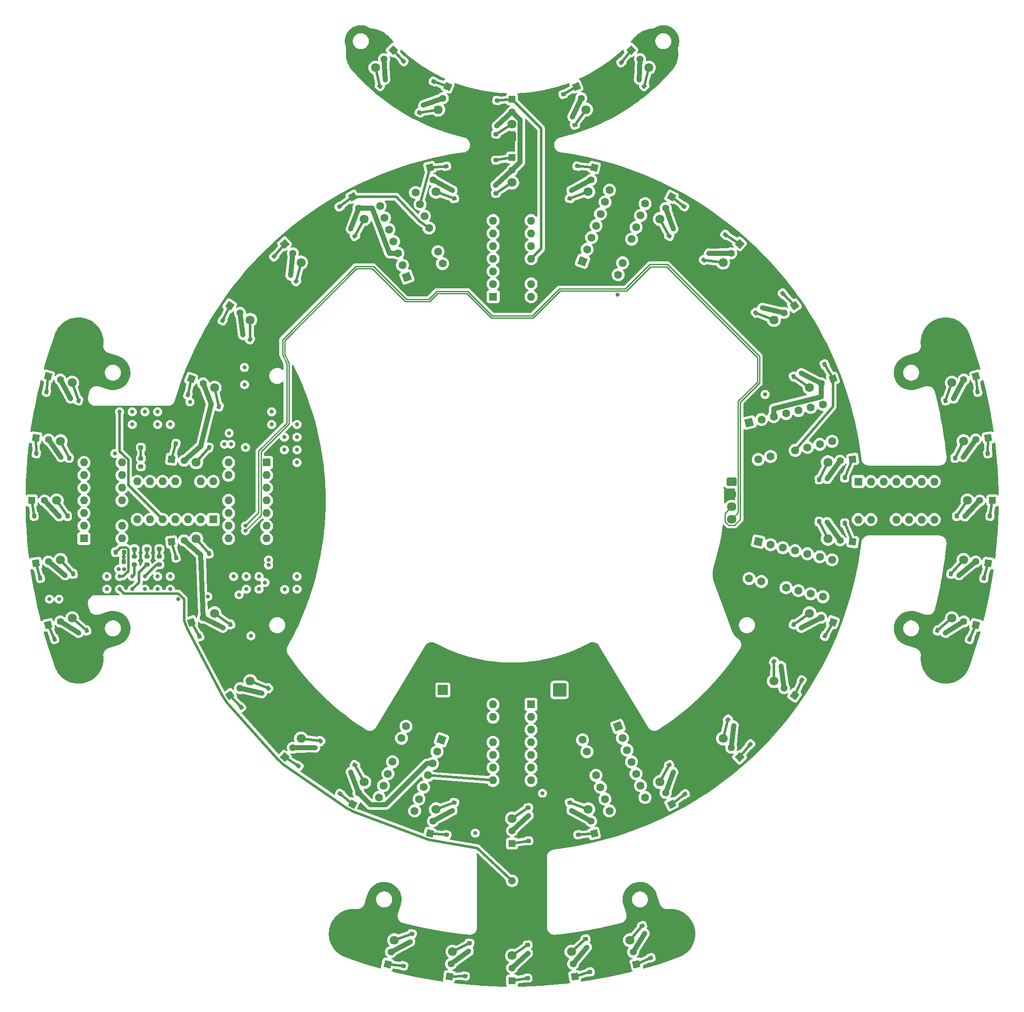
<source format=gbr>
%TF.GenerationSoftware,KiCad,Pcbnew,8.0.3*%
%TF.CreationDate,2024-10-15T17:05:12+09:00*%
%TF.ProjectId,Line-20240325,4c696e65-2d32-4303-9234-303332352e6b,rev?*%
%TF.SameCoordinates,Original*%
%TF.FileFunction,Copper,L4,Bot*%
%TF.FilePolarity,Positive*%
%FSLAX46Y46*%
G04 Gerber Fmt 4.6, Leading zero omitted, Abs format (unit mm)*
G04 Created by KiCad (PCBNEW 8.0.3) date 2024-10-15 17:05:12*
%MOMM*%
%LPD*%
G01*
G04 APERTURE LIST*
G04 Aperture macros list*
%AMRoundRect*
0 Rectangle with rounded corners*
0 $1 Rounding radius*
0 $2 $3 $4 $5 $6 $7 $8 $9 X,Y pos of 4 corners*
0 Add a 4 corners polygon primitive as box body*
4,1,4,$2,$3,$4,$5,$6,$7,$8,$9,$2,$3,0*
0 Add four circle primitives for the rounded corners*
1,1,$1+$1,$2,$3*
1,1,$1+$1,$4,$5*
1,1,$1+$1,$6,$7*
1,1,$1+$1,$8,$9*
0 Add four rect primitives between the rounded corners*
20,1,$1+$1,$2,$3,$4,$5,0*
20,1,$1+$1,$4,$5,$6,$7,0*
20,1,$1+$1,$6,$7,$8,$9,0*
20,1,$1+$1,$8,$9,$2,$3,0*%
%AMHorizOval*
0 Thick line with rounded ends*
0 $1 width*
0 $2 $3 position (X,Y) of the first rounded end (center of the circle)*
0 $4 $5 position (X,Y) of the second rounded end (center of the circle)*
0 Add line between two ends*
20,1,$1,$2,$3,$4,$5,0*
0 Add two circle primitives to create the rounded ends*
1,1,$1,$2,$3*
1,1,$1,$4,$5*%
%AMRotRect*
0 Rectangle, with rotation*
0 The origin of the aperture is its center*
0 $1 length*
0 $2 width*
0 $3 Rotation angle, in degrees counterclockwise*
0 Add horizontal line*
21,1,$1,$2,0,0,$3*%
G04 Aperture macros list end*
%TA.AperFunction,ComponentPad*%
%ADD10R,2.000000X2.000000*%
%TD*%
%TA.AperFunction,ComponentPad*%
%ADD11C,2.000000*%
%TD*%
%TA.AperFunction,ComponentPad*%
%ADD12RoundRect,0.250001X-1.099999X-1.099999X1.099999X-1.099999X1.099999X1.099999X-1.099999X1.099999X0*%
%TD*%
%TA.AperFunction,ComponentPad*%
%ADD13C,2.700000*%
%TD*%
%TA.AperFunction,ComponentPad*%
%ADD14RoundRect,0.250000X-0.725000X0.600000X-0.725000X-0.600000X0.725000X-0.600000X0.725000X0.600000X0*%
%TD*%
%TA.AperFunction,ComponentPad*%
%ADD15O,1.950000X1.700000*%
%TD*%
%TA.AperFunction,SMDPad,CuDef*%
%ADD16RoundRect,0.200000X-0.339001X-0.026517X-0.079222X-0.330679X0.339001X0.026517X0.079222X0.330679X0*%
%TD*%
%TA.AperFunction,ComponentPad*%
%ADD17RotRect,1.800000X1.800000X135.000000*%
%TD*%
%TA.AperFunction,ComponentPad*%
%ADD18C,1.800000*%
%TD*%
%TA.AperFunction,SMDPad,CuDef*%
%ADD19RoundRect,0.200000X-0.151072X-0.304635X0.243268X-0.237583X0.151072X0.304635X-0.243268X0.237583X0*%
%TD*%
%TA.AperFunction,ComponentPad*%
%ADD20RotRect,1.400000X1.400000X186.923077*%
%TD*%
%TA.AperFunction,ComponentPad*%
%ADD21C,1.400000*%
%TD*%
%TA.AperFunction,ComponentPad*%
%ADD22RotRect,1.400000X1.400000X112.500000*%
%TD*%
%TA.AperFunction,ComponentPad*%
%ADD23RotRect,1.400000X1.400000X34.615384*%
%TD*%
%TA.AperFunction,ComponentPad*%
%ADD24RotRect,1.400000X1.400000X103.846154*%
%TD*%
%TA.AperFunction,SMDPad,CuDef*%
%ADD25RoundRect,0.200000X-0.304238X0.151869X-0.238219X-0.242645X0.304238X-0.151869X0.238219X0.242645X0*%
%TD*%
%TA.AperFunction,SMDPad,CuDef*%
%ADD26RoundRect,0.200000X0.315003X0.128054X-0.024770X0.339133X-0.315003X-0.128054X0.024770X-0.339133X0*%
%TD*%
%TA.AperFunction,SMDPad,CuDef*%
%ADD27RoundRect,0.200000X0.339001X0.026517X0.079222X0.330679X-0.339001X-0.026517X-0.079222X-0.330679X0*%
%TD*%
%TA.AperFunction,ComponentPad*%
%ADD28RotRect,1.400000X1.400000X173.076923*%
%TD*%
%TA.AperFunction,SMDPad,CuDef*%
%ADD29RoundRect,0.200000X0.073466X0.332006X-0.293218X0.172186X-0.073466X-0.332006X0.293218X-0.172186X0*%
%TD*%
%TA.AperFunction,ComponentPad*%
%ADD30RotRect,1.600000X1.600000X159.230769*%
%TD*%
%TA.AperFunction,ComponentPad*%
%ADD31HorizOval,1.600000X0.000000X0.000000X0.000000X0.000000X0*%
%TD*%
%TA.AperFunction,SMDPad,CuDef*%
%ADD32RoundRect,0.200000X0.225437X0.254565X-0.172722X0.292903X-0.225437X-0.254565X0.172722X-0.292903X0*%
%TD*%
%TA.AperFunction,SMDPad,CuDef*%
%ADD33RoundRect,0.200000X0.171954X0.293354X-0.226102X0.253974X-0.171954X-0.293354X0.226102X-0.253974X0*%
%TD*%
%TA.AperFunction,SMDPad,CuDef*%
%ADD34RoundRect,0.200000X0.336499X0.048926X0.057132X0.335203X-0.336499X-0.048926X-0.057132X-0.335203X0*%
%TD*%
%TA.AperFunction,SMDPad,CuDef*%
%ADD35RoundRect,0.200000X-0.172722X-0.292903X0.225437X-0.254565X0.172722X0.292903X-0.225437X0.254565X0*%
%TD*%
%TA.AperFunction,SMDPad,CuDef*%
%ADD36RoundRect,0.200000X-0.257318X-0.222289X0.132193X-0.313289X0.257318X0.222289X-0.132193X0.313289X0*%
%TD*%
%TA.AperFunction,SMDPad,CuDef*%
%ADD37RoundRect,0.200000X0.180632X0.288092X-0.218423X0.260608X-0.180632X-0.288092X0.218423X-0.260608X0*%
%TD*%
%TA.AperFunction,ComponentPad*%
%ADD38RotRect,1.800000X1.800000X76.153845*%
%TD*%
%TA.AperFunction,ComponentPad*%
%ADD39RotRect,1.800000X1.800000X339.230768*%
%TD*%
%TA.AperFunction,SMDPad,CuDef*%
%ADD40RoundRect,0.200000X-0.315115X-0.127780X0.024474X-0.339155X0.315115X0.127780X-0.024474X0.339155X0*%
%TD*%
%TA.AperFunction,ComponentPad*%
%ADD41RotRect,1.800000X1.800000X325.384615*%
%TD*%
%TA.AperFunction,ComponentPad*%
%ADD42RotRect,1.400000X1.400000X277.500000*%
%TD*%
%TA.AperFunction,SMDPad,CuDef*%
%ADD43RoundRect,0.200000X-0.089284X0.328106X-0.339653X0.016152X0.089284X-0.328106X0.339653X-0.016152X0*%
%TD*%
%TA.AperFunction,ComponentPad*%
%ADD44RotRect,1.800000X1.800000X195.000000*%
%TD*%
%TA.AperFunction,SMDPad,CuDef*%
%ADD45RoundRect,0.200000X0.314476X0.129343X-0.026158X0.339029X-0.314476X-0.129343X0.026158X-0.339029X0*%
%TD*%
%TA.AperFunction,ComponentPad*%
%ADD46RotRect,1.400000X1.400000X345.000000*%
%TD*%
%TA.AperFunction,SMDPad,CuDef*%
%ADD47RoundRect,0.200000X-0.152665X-0.303839X0.242021X-0.238853X0.152665X0.303839X-0.242021X0.238853X0*%
%TD*%
%TA.AperFunction,ComponentPad*%
%ADD48RotRect,1.800000X1.800000X285.000000*%
%TD*%
%TA.AperFunction,ComponentPad*%
%ADD49RotRect,1.400000X1.400000X187.500000*%
%TD*%
%TA.AperFunction,ComponentPad*%
%ADD50R,1.600000X1.600000*%
%TD*%
%TA.AperFunction,ComponentPad*%
%ADD51O,1.600000X1.600000*%
%TD*%
%TA.AperFunction,ComponentPad*%
%ADD52RotRect,1.400000X1.400000X325.384615*%
%TD*%
%TA.AperFunction,SMDPad,CuDef*%
%ADD53RoundRect,0.200000X0.338564X-0.031617X0.134393X0.312352X-0.338564X0.031617X-0.134393X-0.312352X0*%
%TD*%
%TA.AperFunction,SMDPad,CuDef*%
%ADD54RoundRect,0.200000X0.110859X0.321458X-0.271663X0.204509X-0.110859X-0.321458X0.271663X-0.204509X0*%
%TD*%
%TA.AperFunction,SMDPad,CuDef*%
%ADD55RoundRect,0.200000X-0.338398X0.033343X-0.135985X-0.311662X0.338398X-0.033343X0.135985X0.311662X0*%
%TD*%
%TA.AperFunction,SMDPad,CuDef*%
%ADD56RoundRect,0.200000X0.231351X-0.249202X0.308360X0.143315X-0.231351X0.249202X-0.308360X-0.143315X0*%
%TD*%
%TA.AperFunction,ComponentPad*%
%ADD57RotRect,1.400000X1.400000X159.230769*%
%TD*%
%TA.AperFunction,ComponentPad*%
%ADD58RotRect,1.400000X1.400000X195.000000*%
%TD*%
%TA.AperFunction,ComponentPad*%
%ADD59RotRect,1.400000X1.400000X353.076922*%
%TD*%
%TA.AperFunction,SMDPad,CuDef*%
%ADD60RoundRect,0.200000X0.275000X-0.200000X0.275000X0.200000X-0.275000X0.200000X-0.275000X-0.200000X0*%
%TD*%
%TA.AperFunction,ComponentPad*%
%ADD61RotRect,1.800000X1.800000X186.923077*%
%TD*%
%TA.AperFunction,ComponentPad*%
%ADD62RotRect,1.400000X1.400000X339.230768*%
%TD*%
%TA.AperFunction,ComponentPad*%
%ADD63RotRect,1.800000X1.800000X67.500000*%
%TD*%
%TA.AperFunction,SMDPad,CuDef*%
%ADD64RoundRect,0.200000X0.323344X-0.105232X0.199737X0.275191X-0.323344X0.105232X-0.199737X-0.275191X0*%
%TD*%
%TA.AperFunction,SMDPad,CuDef*%
%ADD65RoundRect,0.200000X-0.232453X0.248175X-0.307722X-0.144680X0.232453X-0.248175X0.307722X0.144680X0*%
%TD*%
%TA.AperFunction,SMDPad,CuDef*%
%ADD66RoundRect,0.200000X0.009423X-0.339906X0.326274X-0.095763X-0.009423X0.339906X-0.326274X0.095763X0*%
%TD*%
%TA.AperFunction,SMDPad,CuDef*%
%ADD67RoundRect,0.200000X-0.154229X0.303049X-0.335825X-0.053354X0.154229X-0.303049X0.335825X0.053354X0*%
%TD*%
%TA.AperFunction,SMDPad,CuDef*%
%ADD68RoundRect,0.200000X0.285090X-0.185334X0.264156X0.214118X-0.285090X0.185334X-0.264156X-0.214118X0*%
%TD*%
%TA.AperFunction,ComponentPad*%
%ADD69RotRect,1.800000X1.800000X352.500000*%
%TD*%
%TA.AperFunction,ComponentPad*%
%ADD70RotRect,1.800000X1.800000X297.692307*%
%TD*%
%TA.AperFunction,ComponentPad*%
%ADD71RotRect,1.400000X1.400000X62.307691*%
%TD*%
%TA.AperFunction,SMDPad,CuDef*%
%ADD72RoundRect,0.200000X-0.281812X0.190281X-0.267853X-0.209476X0.281812X-0.190281X0.267853X0.209476X0*%
%TD*%
%TA.AperFunction,ComponentPad*%
%ADD73RotRect,1.800000X1.800000X311.538461*%
%TD*%
%TA.AperFunction,ComponentPad*%
%ADD74R,1.800000X1.800000*%
%TD*%
%TA.AperFunction,SMDPad,CuDef*%
%ADD75RoundRect,0.200000X-0.218346X-0.260672X0.180717X-0.288039X0.218346X0.260672X-0.180717X0.288039X0*%
%TD*%
%TA.AperFunction,ComponentPad*%
%ADD76RotRect,1.800000X1.800000X200.769230*%
%TD*%
%TA.AperFunction,SMDPad,CuDef*%
%ADD77RoundRect,0.225000X-0.225000X-0.250000X0.225000X-0.250000X0.225000X0.250000X-0.225000X0.250000X0*%
%TD*%
%TA.AperFunction,SMDPad,CuDef*%
%ADD78RoundRect,0.200000X0.132193X0.313289X-0.257318X0.222289X-0.132193X-0.313289X0.257318X-0.222289X0*%
%TD*%
%TA.AperFunction,ComponentPad*%
%ADD79RotRect,1.800000X1.800000X112.500000*%
%TD*%
%TA.AperFunction,SMDPad,CuDef*%
%ADD80RoundRect,0.200000X-0.271663X-0.204509X0.110859X-0.321458X0.271663X0.204509X-0.110859X0.321458X0*%
%TD*%
%TA.AperFunction,ComponentPad*%
%ADD81R,1.400000X1.400000*%
%TD*%
%TA.AperFunction,ComponentPad*%
%ADD82RotRect,1.400000X1.400000X172.500000*%
%TD*%
%TA.AperFunction,ComponentPad*%
%ADD83RotRect,1.800000X1.800000X173.076923*%
%TD*%
%TA.AperFunction,ComponentPad*%
%ADD84RotRect,1.400000X1.400000X256.153846*%
%TD*%
%TA.AperFunction,SMDPad,CuDef*%
%ADD85RoundRect,0.200000X0.079222X-0.330679X0.339001X-0.026517X-0.079222X0.330679X-0.339001X0.026517X0*%
%TD*%
%TA.AperFunction,ComponentPad*%
%ADD86RotRect,1.800000X1.800000X159.230769*%
%TD*%
%TA.AperFunction,ComponentPad*%
%ADD87RotRect,1.800000X1.800000X20.769230*%
%TD*%
%TA.AperFunction,SMDPad,CuDef*%
%ADD88RoundRect,0.200000X0.336292X0.050326X0.055737X0.335438X-0.336292X-0.050326X-0.055737X-0.335438X0*%
%TD*%
%TA.AperFunction,SMDPad,CuDef*%
%ADD89RoundRect,0.200000X0.281313X-0.191018X0.268400X0.208774X-0.281313X0.191018X-0.268400X-0.208774X0*%
%TD*%
%TA.AperFunction,ComponentPad*%
%ADD90RotRect,1.400000X1.400000X311.538461*%
%TD*%
%TA.AperFunction,ComponentPad*%
%ADD91RotRect,1.400000X1.400000X228.461538*%
%TD*%
%TA.AperFunction,SMDPad,CuDef*%
%ADD92RoundRect,0.200000X-0.073756X-0.331941X0.293068X-0.172442X0.073756X0.331941X-0.293068X0.172442X0*%
%TD*%
%TA.AperFunction,ComponentPad*%
%ADD93RotRect,1.400000X1.400000X67.500000*%
%TD*%
%TA.AperFunction,ComponentPad*%
%ADD94RotRect,1.800000X1.800000X7.500000*%
%TD*%
%TA.AperFunction,ComponentPad*%
%ADD95RotRect,1.800000X1.800000X15.000000*%
%TD*%
%TA.AperFunction,SMDPad,CuDef*%
%ADD96RoundRect,0.200000X0.151869X0.304238X-0.242645X0.238219X-0.151869X-0.304238X0.242645X-0.238219X0*%
%TD*%
%TA.AperFunction,ComponentPad*%
%ADD97RotRect,1.800000X1.800000X45.000000*%
%TD*%
%TA.AperFunction,SMDPad,CuDef*%
%ADD98RoundRect,0.200000X-0.134393X0.312352X-0.338564X-0.031617X0.134393X-0.312352X0.338564X0.031617X0*%
%TD*%
%TA.AperFunction,ComponentPad*%
%ADD99RotRect,1.400000X1.400000X76.153845*%
%TD*%
%TA.AperFunction,SMDPad,CuDef*%
%ADD100RoundRect,0.200000X0.088997X-0.328184X0.339639X-0.016448X-0.088997X0.328184X-0.339639X0.016448X0*%
%TD*%
%TA.AperFunction,ComponentPad*%
%ADD101RotRect,1.400000X1.400000X283.846153*%
%TD*%
%TA.AperFunction,ComponentPad*%
%ADD102RotRect,1.400000X1.400000X165.000000*%
%TD*%
%TA.AperFunction,ComponentPad*%
%ADD103C,1.500000*%
%TD*%
%TA.AperFunction,ComponentPad*%
%ADD104RotRect,1.400000X1.400000X131.538461*%
%TD*%
%TA.AperFunction,ComponentPad*%
%ADD105RotRect,1.800000X1.800000X262.500000*%
%TD*%
%TA.AperFunction,ComponentPad*%
%ADD106RotRect,1.800000X1.800000X48.461537*%
%TD*%
%TA.AperFunction,SMDPad,CuDef*%
%ADD107RoundRect,0.200000X0.154229X-0.303049X0.335825X0.053354X-0.154229X0.303049X-0.335825X-0.053354X0*%
%TD*%
%TA.AperFunction,ComponentPad*%
%ADD108RotRect,1.400000X1.400000X20.769230*%
%TD*%
%TA.AperFunction,SMDPad,CuDef*%
%ADD109RoundRect,0.218750X-0.256250X0.218750X-0.256250X-0.218750X0.256250X-0.218750X0.256250X0.218750X0*%
%TD*%
%TA.AperFunction,SMDPad,CuDef*%
%ADD110RoundRect,0.200000X0.256736X0.222962X-0.133012X0.312942X-0.256736X-0.222962X0.133012X-0.312942X0*%
%TD*%
%TA.AperFunction,SMDPad,CuDef*%
%ADD111RoundRect,0.200000X-0.285090X0.185334X-0.264156X-0.214118X0.285090X-0.185334X0.264156X0.214118X0*%
%TD*%
%TA.AperFunction,SMDPad,CuDef*%
%ADD112RoundRect,0.200000X0.007849X-0.339946X0.325827X-0.097273X-0.007849X0.339946X-0.325827X0.097273X0*%
%TD*%
%TA.AperFunction,ComponentPad*%
%ADD113RotRect,1.800000X1.800000X145.384615*%
%TD*%
%TA.AperFunction,SMDPad,CuDef*%
%ADD114RoundRect,0.200000X0.258460X-0.220960X0.289844X0.177807X-0.258460X0.220960X-0.289844X-0.177807X0*%
%TD*%
%TA.AperFunction,SMDPad,CuDef*%
%ADD115RoundRect,0.200000X-0.209476X-0.267853X0.190281X-0.281812X0.209476X0.267853X-0.190281X0.281812X0*%
%TD*%
%TA.AperFunction,ComponentPad*%
%ADD116RotRect,1.600000X1.600000X256.153846*%
%TD*%
%TA.AperFunction,ComponentPad*%
%ADD117HorizOval,1.600000X0.000000X0.000000X0.000000X0.000000X0*%
%TD*%
%TA.AperFunction,SMDPad,CuDef*%
%ADD118RoundRect,0.200000X0.134393X-0.312352X0.338564X0.031617X-0.134393X0.312352X-0.338564X-0.031617X0*%
%TD*%
%TA.AperFunction,ComponentPad*%
%ADD119RotRect,1.400000X1.400000X6.923076*%
%TD*%
%TA.AperFunction,ComponentPad*%
%ADD120RotRect,1.800000X1.800000X172.500000*%
%TD*%
%TA.AperFunction,SMDPad,CuDef*%
%ADD121RoundRect,0.200000X0.190281X0.281812X-0.209476X0.267853X-0.190281X-0.281812X0.209476X-0.267853X0*%
%TD*%
%TA.AperFunction,ComponentPad*%
%ADD122RotRect,1.400000X1.400000X297.692307*%
%TD*%
%TA.AperFunction,ComponentPad*%
%ADD123RotRect,1.400000X1.400000X255.000000*%
%TD*%
%TA.AperFunction,SMDPad,CuDef*%
%ADD124RoundRect,0.200000X-0.079222X0.330679X-0.339001X0.026517X0.079222X-0.330679X0.339001X-0.026517X0*%
%TD*%
%TA.AperFunction,SMDPad,CuDef*%
%ADD125RoundRect,0.200000X-0.254565X0.225437X-0.292903X-0.172722X0.254565X-0.225437X0.292903X0.172722X0*%
%TD*%
%TA.AperFunction,SMDPad,CuDef*%
%ADD126RoundRect,0.200000X0.284279X-0.186576X0.265088X0.212964X-0.284279X0.186576X-0.265088X-0.212964X0*%
%TD*%
%TA.AperFunction,ComponentPad*%
%ADD127RotRect,1.800000X1.800000X255.000000*%
%TD*%
%TA.AperFunction,SMDPad,CuDef*%
%ADD128RoundRect,0.200000X-0.307722X0.144680X-0.232453X-0.248175X0.307722X-0.144680X0.232453X0.248175X0*%
%TD*%
%TA.AperFunction,ComponentPad*%
%ADD129RotRect,1.400000X1.400000X117.692308*%
%TD*%
%TA.AperFunction,SMDPad,CuDef*%
%ADD130RoundRect,0.200000X-0.338564X0.031617X-0.134393X-0.312352X0.338564X-0.031617X0.134393X0.312352X0*%
%TD*%
%TA.AperFunction,SMDPad,CuDef*%
%ADD131RoundRect,0.200000X0.138428X-0.310584X0.338126X0.036000X-0.138428X0.310584X-0.338126X-0.036000X0*%
%TD*%
%TA.AperFunction,SMDPad,CuDef*%
%ADD132RoundRect,0.200000X0.242021X0.238853X-0.152665X0.303839X-0.242021X-0.238853X0.152665X-0.303839X0*%
%TD*%
%TA.AperFunction,SMDPad,CuDef*%
%ADD133RoundRect,0.200000X-0.180717X-0.288039X0.218346X-0.260672X0.180717X0.288039X-0.218346X0.260672X0*%
%TD*%
%TA.AperFunction,SMDPad,CuDef*%
%ADD134RoundRect,0.200000X-0.242645X-0.238219X0.151869X-0.304238X0.242645X0.238219X-0.151869X0.304238X0*%
%TD*%
%TA.AperFunction,SMDPad,CuDef*%
%ADD135RoundRect,0.200000X-0.314476X-0.129343X0.026158X-0.339029X0.314476X0.129343X-0.026158X0.339029X0*%
%TD*%
%TA.AperFunction,ComponentPad*%
%ADD136RotRect,1.600000X1.600000X339.230769*%
%TD*%
%TA.AperFunction,ComponentPad*%
%ADD137HorizOval,1.600000X0.000000X0.000000X0.000000X0.000000X0*%
%TD*%
%TA.AperFunction,ComponentPad*%
%ADD138RotRect,1.800000X1.800000X283.846153*%
%TD*%
%TA.AperFunction,SMDPad,CuDef*%
%ADD139RoundRect,0.200000X0.072195X0.332284X-0.293875X0.171063X-0.072195X-0.332284X0.293875X-0.171063X0*%
%TD*%
%TA.AperFunction,SMDPad,CuDef*%
%ADD140RoundRect,0.200000X-0.284116X0.186824X-0.265273X-0.212732X0.284116X-0.186824X0.265273X0.212732X0*%
%TD*%
%TA.AperFunction,SMDPad,CuDef*%
%ADD141RoundRect,0.200000X0.232453X-0.248175X0.307722X0.144680X-0.232453X0.248175X-0.307722X-0.144680X0*%
%TD*%
%TA.AperFunction,ComponentPad*%
%ADD142RotRect,1.800000X1.800000X214.615384*%
%TD*%
%TA.AperFunction,SMDPad,CuDef*%
%ADD143RoundRect,0.200000X0.321167X-0.111700X0.205220X0.271127X-0.321167X0.111700X-0.205220X-0.271127X0*%
%TD*%
%TA.AperFunction,SMDPad,CuDef*%
%ADD144RoundRect,0.200000X-0.136528X0.311424X-0.338339X-0.033934X0.136528X-0.311424X0.338339X0.033934X0*%
%TD*%
%TA.AperFunction,ComponentPad*%
%ADD145RotRect,1.800000X1.800000X242.307692*%
%TD*%
%TA.AperFunction,ComponentPad*%
%ADD146RotRect,1.600000X1.600000X20.769231*%
%TD*%
%TA.AperFunction,ComponentPad*%
%ADD147HorizOval,1.600000X0.000000X0.000000X0.000000X0.000000X0*%
%TD*%
%TA.AperFunction,ComponentPad*%
%ADD148RotRect,1.400000X1.400000X214.615384*%
%TD*%
%TA.AperFunction,SMDPad,CuDef*%
%ADD149RoundRect,0.200000X0.303839X-0.152665X0.238853X0.242021X-0.303839X0.152665X-0.238853X-0.242021X0*%
%TD*%
%TA.AperFunction,ComponentPad*%
%ADD150RotRect,1.400000X1.400000X269.999999*%
%TD*%
%TA.AperFunction,SMDPad,CuDef*%
%ADD151RoundRect,0.200000X0.338427X-0.033048X0.135712X0.311781X-0.338427X0.033048X-0.135712X-0.311781X0*%
%TD*%
%TA.AperFunction,SMDPad,CuDef*%
%ADD152RoundRect,0.200000X0.090494X-0.327774X0.339710X-0.014898X-0.090494X0.327774X-0.339710X0.014898X0*%
%TD*%
%TA.AperFunction,ComponentPad*%
%ADD153RotRect,1.400000X1.400000X135.000000*%
%TD*%
%TA.AperFunction,SMDPad,CuDef*%
%ADD154RoundRect,0.200000X-0.008145X0.339939X-0.325911X0.096989X0.008145X-0.339939X0.325911X-0.096989X0*%
%TD*%
%TA.AperFunction,ComponentPad*%
%ADD155RotRect,1.800000X1.800000X62.307691*%
%TD*%
%TA.AperFunction,SMDPad,CuDef*%
%ADD156RoundRect,0.200000X-0.336541X-0.048632X-0.057425X-0.335153X0.336541X0.048632X0.057425X0.335153X0*%
%TD*%
%TA.AperFunction,SMDPad,CuDef*%
%ADD157RoundRect,0.200000X-0.308485X0.143046X-0.231134X-0.249404X0.308485X-0.143046X0.231134X0.249404X0*%
%TD*%
%TA.AperFunction,SMDPad,CuDef*%
%ADD158RoundRect,0.200000X0.308610X-0.142777X0.230916X0.249605X-0.308610X0.142777X-0.230916X-0.249605X0*%
%TD*%
%TA.AperFunction,ComponentPad*%
%ADD159RotRect,1.400000X1.400000X15.000000*%
%TD*%
%TA.AperFunction,SMDPad,CuDef*%
%ADD160RoundRect,0.200000X0.292767X0.172953X-0.074335X0.331812X-0.292767X-0.172953X0.074335X-0.331812X0*%
%TD*%
%TA.AperFunction,ComponentPad*%
%ADD161RotRect,1.800000X1.800000X103.846154*%
%TD*%
%TA.AperFunction,ComponentPad*%
%ADD162RotRect,1.400000X1.400000X7.500000*%
%TD*%
%TA.AperFunction,ComponentPad*%
%ADD163RotRect,1.400000X1.400000X48.461537*%
%TD*%
%TA.AperFunction,SMDPad,CuDef*%
%ADD164RoundRect,0.200000X-0.009423X0.339906X-0.326274X0.095763X0.009423X-0.339906X0.326274X-0.095763X0*%
%TD*%
%TA.AperFunction,SMDPad,CuDef*%
%ADD165RoundRect,0.200000X-0.226102X-0.253974X0.171954X-0.293354X0.226102X0.253974X-0.171954X0.293354X0*%
%TD*%
%TA.AperFunction,ComponentPad*%
%ADD166RotRect,1.400000X1.400000X45.000000*%
%TD*%
%TA.AperFunction,SMDPad,CuDef*%
%ADD167RoundRect,0.200000X0.274384X0.200844X-0.106533X0.322917X-0.274384X-0.200844X0.106533X-0.322917X0*%
%TD*%
%TA.AperFunction,ComponentPad*%
%ADD168RotRect,1.800000X1.800000X187.500000*%
%TD*%
%TA.AperFunction,SMDPad,CuDef*%
%ADD169RoundRect,0.200000X-0.191018X-0.281313X0.208774X-0.268400X0.191018X0.281313X-0.208774X0.268400X0*%
%TD*%
%TA.AperFunction,SMDPad,CuDef*%
%ADD170RoundRect,0.200000X0.307722X-0.144680X0.232453X0.248175X-0.307722X0.144680X-0.232453X-0.248175X0*%
%TD*%
%TA.AperFunction,SMDPad,CuDef*%
%ADD171RoundRect,0.200000X-0.243061X-0.237795X0.151338X-0.304503X0.243061X0.237795X-0.151338X0.304503X0*%
%TD*%
%TA.AperFunction,SMDPad,CuDef*%
%ADD172RoundRect,0.200000X-0.111700X-0.321167X0.271127X-0.205220X0.111700X0.321167X-0.271127X0.205220X0*%
%TD*%
%TA.AperFunction,SMDPad,CuDef*%
%ADD173RoundRect,0.200000X0.208774X0.268400X-0.191018X0.281313X-0.208774X-0.268400X0.191018X-0.281313X0*%
%TD*%
%TA.AperFunction,ComponentPad*%
%ADD174RotRect,1.400000X1.400000X285.000000*%
%TD*%
%TA.AperFunction,SMDPad,CuDef*%
%ADD175RoundRect,0.200000X0.253974X-0.226102X0.293354X0.171954X-0.253974X0.226102X-0.293354X-0.171954X0*%
%TD*%
%TA.AperFunction,ComponentPad*%
%ADD176RotRect,1.400000X1.400000X145.384615*%
%TD*%
%TA.AperFunction,SMDPad,CuDef*%
%ADD177RoundRect,0.200000X0.149618X0.305351X-0.244398X0.236421X-0.149618X-0.305351X0.244398X-0.236421X0*%
%TD*%
%TA.AperFunction,SMDPad,CuDef*%
%ADD178RoundRect,0.200000X-0.072195X-0.332284X0.293875X-0.171063X0.072195X0.332284X-0.293875X0.171063X0*%
%TD*%
%TA.AperFunction,ComponentPad*%
%ADD179RotRect,1.600000X1.600000X283.846154*%
%TD*%
%TA.AperFunction,ComponentPad*%
%ADD180HorizOval,1.600000X0.000000X0.000000X0.000000X0.000000X0*%
%TD*%
%TA.AperFunction,ComponentPad*%
%ADD181RotRect,1.800000X1.800000X228.461538*%
%TD*%
%TA.AperFunction,ComponentPad*%
%ADD182RotRect,1.800000X1.800000X269.999999*%
%TD*%
%TA.AperFunction,SMDPad,CuDef*%
%ADD183RoundRect,0.200000X-0.222962X0.256736X-0.312942X-0.133012X0.222962X-0.256736X0.312942X0.133012X0*%
%TD*%
%TA.AperFunction,SMDPad,CuDef*%
%ADD184RoundRect,0.200000X-0.275365X-0.199497X0.104949X-0.323436X0.275365X0.199497X-0.104949X0.323436X0*%
%TD*%
%TA.AperFunction,ComponentPad*%
%ADD185RotRect,1.800000X1.800000X6.923076*%
%TD*%
%TA.AperFunction,SMDPad,CuDef*%
%ADD186RoundRect,0.200000X-0.231568X0.249000X-0.308235X-0.143584X0.231568X-0.249000X0.308235X0.143584X0*%
%TD*%
%TA.AperFunction,SMDPad,CuDef*%
%ADD187RoundRect,0.200000X-0.133012X-0.312942X0.256736X-0.222962X0.133012X0.312942X-0.256736X0.222962X0*%
%TD*%
%TA.AperFunction,SMDPad,CuDef*%
%ADD188RoundRect,0.200000X0.222289X-0.257318X0.313289X0.132193X-0.222289X0.257318X-0.313289X-0.132193X0*%
%TD*%
%TA.AperFunction,ComponentPad*%
%ADD189RotRect,1.800000X1.800000X34.615384*%
%TD*%
%TA.AperFunction,ComponentPad*%
%ADD190RotRect,1.600000X1.600000X200.769231*%
%TD*%
%TA.AperFunction,ComponentPad*%
%ADD191HorizOval,1.600000X0.000000X0.000000X0.000000X0.000000X0*%
%TD*%
%TA.AperFunction,ComponentPad*%
%ADD192RotRect,1.400000X1.400000X352.500000*%
%TD*%
%TA.AperFunction,ComponentPad*%
%ADD193RotRect,1.800000X1.800000X256.153846*%
%TD*%
%TA.AperFunction,SMDPad,CuDef*%
%ADD194RoundRect,0.200000X0.271127X0.205220X-0.111700X0.321167X-0.271127X-0.205220X0.111700X-0.321167X0*%
%TD*%
%TA.AperFunction,ComponentPad*%
%ADD195RotRect,1.800000X1.800000X353.076922*%
%TD*%
%TA.AperFunction,ComponentPad*%
%ADD196RotRect,1.400000X1.400000X200.769230*%
%TD*%
%TA.AperFunction,SMDPad,CuDef*%
%ADD197RoundRect,0.200000X-0.258460X0.220960X-0.289844X-0.177807X0.258460X-0.220960X0.289844X0.177807X0*%
%TD*%
%TA.AperFunction,ComponentPad*%
%ADD198RotRect,1.400000X1.400000X262.500000*%
%TD*%
%TA.AperFunction,SMDPad,CuDef*%
%ADD199RoundRect,0.200000X-0.293875X-0.171063X0.072195X-0.332284X0.293875X0.171063X-0.072195X0.332284X0*%
%TD*%
%TA.AperFunction,ComponentPad*%
%ADD200RotRect,1.800000X1.800000X277.500000*%
%TD*%
%TA.AperFunction,SMDPad,CuDef*%
%ADD201RoundRect,0.200000X-0.200000X-0.275000X0.200000X-0.275000X0.200000X0.275000X-0.200000X0.275000X0*%
%TD*%
%TA.AperFunction,ComponentPad*%
%ADD202RotRect,1.800000X1.800000X117.692308*%
%TD*%
%TA.AperFunction,ComponentPad*%
%ADD203RotRect,1.800000X1.800000X131.538461*%
%TD*%
%TA.AperFunction,ComponentPad*%
%ADD204RotRect,1.800000X1.800000X165.000000*%
%TD*%
%TA.AperFunction,ComponentPad*%
%ADD205RotRect,1.400000X1.400000X242.307692*%
%TD*%
%TA.AperFunction,SMDPad,CuDef*%
%ADD206RoundRect,0.200000X-0.321458X0.110859X-0.204509X-0.271663X0.321458X-0.110859X0.204509X0.271663X0*%
%TD*%
%TA.AperFunction,SMDPad,CuDef*%
%ADD207RoundRect,0.200000X-0.336292X-0.050326X-0.055737X-0.335438X0.336292X0.050326X0.055737X0.335438X0*%
%TD*%
%TA.AperFunction,ComponentPad*%
%ADD208RotRect,1.800000X1.800000X345.000000*%
%TD*%
%TA.AperFunction,SMDPad,CuDef*%
%ADD209RoundRect,0.200000X-0.323344X0.105232X-0.199737X-0.275191X0.323344X-0.105232X0.199737X0.275191X0*%
%TD*%
%TA.AperFunction,SMDPad,CuDef*%
%ADD210RoundRect,0.200000X0.218332X0.260684X-0.180732X0.288029X-0.218332X-0.260684X0.180732X-0.288029X0*%
%TD*%
%TA.AperFunction,SMDPad,CuDef*%
%ADD211RoundRect,0.200000X0.244398X0.236421X-0.149618X0.305351X-0.244398X-0.236421X0.149618X-0.305351X0*%
%TD*%
%TA.AperFunction,SMDPad,CuDef*%
%ADD212RoundRect,0.200000X-0.090494X0.327774X-0.339710X0.014898X0.090494X-0.327774X0.339710X-0.014898X0*%
%TD*%
%TA.AperFunction,ViaPad*%
%ADD213C,0.800000*%
%TD*%
%TA.AperFunction,Conductor*%
%ADD214C,1.000000*%
%TD*%
%TA.AperFunction,Conductor*%
%ADD215C,0.500000*%
%TD*%
%TA.AperFunction,Conductor*%
%ADD216C,0.250000*%
%TD*%
G04 APERTURE END LIST*
D10*
%TO.P,C1,1*%
%TO.N,+5V*%
X-13867677Y-38000000D03*
D11*
%TO.P,C1,2*%
%TO.N,GND*%
X-8867677Y-38000000D03*
%TD*%
D12*
%TO.P,J1,1,Pin_1*%
%TO.N,+5V*%
X9520000Y-38000000D03*
D13*
%TO.P,J1,2,Pin_2*%
%TO.N,GND*%
X13480000Y-38000000D03*
%TD*%
D14*
%TO.P,J2,1,Pin_1*%
%TO.N,+5V*%
X44000000Y3750000D03*
D15*
%TO.P,J2,2,Pin_2*%
%TO.N,GND*%
X44000000Y1250000D03*
%TO.P,J2,3,Pin_3*%
%TO.N,Line-Main=TX_5V*%
X44000000Y-1250000D03*
%TO.P,J2,4,Pin_4*%
%TO.N,Line-Main=RX_5V*%
X44000000Y-3750000D03*
%TD*%
D16*
%TO.P,R73,1*%
%TO.N,Raw27*%
X21914205Y87877335D03*
%TO.P,R73,2*%
%TO.N,GND*%
X22985795Y86622665D03*
%TD*%
D17*
%TO.P,D27,1,K*%
%TO.N,GND*%
X29173754Y84996991D03*
D18*
%TO.P,D27,2,A*%
%TO.N,Net-(D27-A)*%
X27377702Y86793043D03*
%TD*%
D19*
%TO.P,R54,1*%
%TO.N,Raw08*%
X-67358210Y-11453260D03*
%TO.P,R54,2*%
%TO.N,GND*%
X-65731558Y-11176672D03*
%TD*%
D20*
%TO.P,U8,1,Emitter*%
%TO.N,Raw08*%
X-68269669Y-8288832D03*
D21*
%TO.P,U8,2,Collector*%
%TO.N,+5V*%
X-65748189Y-7982668D03*
%TD*%
D22*
%TO.P,U28,1,Emitter*%
%TO.N,Raw28*%
X12902938Y83019217D03*
D21*
%TO.P,U28,2,Collector*%
%TO.N,+5V*%
X13874954Y80672563D03*
%TD*%
D23*
%TO.P,U23,1,Emitter*%
%TO.N,Raw23*%
X56595520Y39066286D03*
D21*
%TO.P,U23,2,Collector*%
%TO.N,+5V*%
X54505142Y37623402D03*
%TD*%
D24*
%TO.P,U2,1,Emitter*%
%TO.N,Raw02*%
X-16458818Y66772143D03*
D21*
%TO.P,U2,2,Collector*%
%TO.N,+5V*%
X-15850956Y64305951D03*
%TD*%
D25*
%TO.P,R40,1*%
%TO.N,Net-(D40-A)*%
X14718120Y-87952019D03*
%TO.P,R40,2*%
%TO.N,+5V*%
X14990450Y-89579389D03*
%TD*%
D26*
%TO.P,R64,1*%
%TO.N,Raw18*%
X58037477Y-36054915D03*
%TO.P,R64,2*%
%TO.N,GND*%
X56635913Y-35184215D03*
%TD*%
D27*
%TO.P,R27,1*%
%TO.N,Net-(D27-A)*%
X26512887Y83127997D03*
%TO.P,R27,2*%
%TO.N,+5V*%
X25441297Y84382667D03*
%TD*%
D28*
%TO.P,U7,1,Emitter*%
%TO.N,Raw07*%
X-68269668Y8289783D03*
D21*
%TO.P,U7,2,Collector*%
%TO.N,+5V*%
X-65748188Y7983619D03*
%TD*%
D29*
%TO.P,R68,1*%
%TO.N,Raw22*%
X62634330Y27299199D03*
%TO.P,R68,2*%
%TO.N,GND*%
X61121756Y26639943D03*
%TD*%
D30*
%TO.P,Comp9,1,1OUT*%
%TO.N,Line13*%
X-14135660Y-47985964D03*
D31*
%TO.P,Comp9,2,2OUT*%
%TO.N,Line37*%
X-15036356Y-50360905D03*
%TO.P,Comp9,3,VCC*%
%TO.N,+5V*%
X-15937053Y-52735846D03*
%TO.P,Comp9,4,2IN-*%
%TO.N,LineThreshold*%
X-16837749Y-55110788D03*
%TO.P,Comp9,5,2IN+*%
%TO.N,Raw37*%
X-17738446Y-57485729D03*
%TO.P,Comp9,6,1IN-*%
%TO.N,LineThreshold*%
X-18639142Y-59860670D03*
%TO.P,Comp9,7,1IN+*%
%TO.N,Raw13*%
X-19539839Y-62235611D03*
%TO.P,Comp9,8,3IN-*%
%TO.N,LineThreshold*%
X-26664662Y-59533522D03*
%TO.P,Comp9,9,3IN+*%
%TO.N,Raw12*%
X-25763966Y-57158581D03*
%TO.P,Comp9,10,4IN-*%
%TO.N,LineThreshold*%
X-24863269Y-54783640D03*
%TO.P,Comp9,11,4IN+*%
%TO.N,Raw11*%
X-23962573Y-52408698D03*
%TO.P,Comp9,12,GND*%
%TO.N,GND*%
X-23061877Y-50033757D03*
%TO.P,Comp9,13,4OUT*%
%TO.N,Line11*%
X-22161180Y-47658816D03*
%TO.P,Comp9,14,3OUT*%
%TO.N,Line12*%
X-21260484Y-45283875D03*
%TD*%
D32*
%TO.P,R33,1*%
%TO.N,Net-(D33-A)*%
X-88764456Y8547045D03*
%TO.P,R33,2*%
%TO.N,+5V*%
X-90406860Y8705191D03*
%TD*%
D33*
%TO.P,R91,1*%
%TO.N,Raw45*%
X95359469Y9434101D03*
%TO.P,R91,2*%
%TO.N,GND*%
X93717485Y9271657D03*
%TD*%
D34*
%TO.P,R63,1*%
%TO.N,Raw17*%
X47719225Y-48899707D03*
%TO.P,R63,2*%
%TO.N,GND*%
X46566839Y-47718813D03*
%TD*%
D35*
%TO.P,R45,1*%
%TO.N,Net-(D45-A)*%
X88764456Y8547045D03*
%TO.P,R45,2*%
%TO.N,+5V*%
X90406860Y8705191D03*
%TD*%
D36*
%TO.P,R78,1*%
%TO.N,Raw32*%
X-93312259Y21800299D03*
%TO.P,R78,2*%
%TO.N,GND*%
X-91705525Y21424925D03*
%TD*%
D37*
%TO.P,R67,1*%
%TO.N,Raw21*%
X66667062Y4591665D03*
%TO.P,R67,2*%
%TO.N,GND*%
X65020962Y4478291D03*
%TD*%
D38*
%TO.P,D26,1,K*%
%TO.N,GND*%
X14652219Y59451242D03*
D18*
%TO.P,D26,2,A*%
%TO.N,Net-(D26-A)*%
X15260081Y61917434D03*
%TD*%
D39*
%TO.P,D19,1,K*%
%TO.N,GND*%
X57249963Y-21711983D03*
D18*
%TO.P,D19,2,A*%
%TO.N,Net-(D19-A)*%
X59624905Y-22612679D03*
%TD*%
D40*
%TO.P,R51,1*%
%TO.N,Raw05*%
X-58005991Y36105550D03*
%TO.P,R51,2*%
%TO.N,GND*%
X-56605187Y35233626D03*
%TD*%
D41*
%TO.P,D18,1,K*%
%TO.N,GND*%
X50390222Y-34782130D03*
D18*
%TO.P,D18,2,A*%
%TO.N,Net-(D18-A)*%
X52480600Y-36225014D03*
%TD*%
D42*
%TO.P,U40,1,Emitter*%
%TO.N,Raw40*%
X12564666Y-95445922D03*
D21*
%TO.P,U40,2,Collector*%
%TO.N,+5V*%
X12233130Y-92927652D03*
%TD*%
D43*
%TO.P,R70,1*%
%TO.N,Raw24*%
X42766221Y53285608D03*
%TO.P,R70,2*%
%TO.N,GND*%
X41733447Y51998798D03*
%TD*%
D44*
%TO.P,D36,1,K*%
%TO.N,GND*%
X-85707699Y-22964578D03*
D18*
%TO.P,D36,2,A*%
%TO.N,Net-(D36-A)*%
X-88161151Y-23621978D03*
%TD*%
D45*
%TO.P,R5,1*%
%TO.N,Net-(D5-A)*%
X-52522668Y32331409D03*
%TO.P,R5,2*%
%TO.N,+5V*%
X-53927786Y33196363D03*
%TD*%
D46*
%TO.P,U42,1,Emitter*%
%TO.N,Raw42*%
X92988589Y-24916034D03*
D21*
%TO.P,U42,2,Collector*%
%TO.N,+5V*%
X90535137Y-24258634D03*
%TD*%
D47*
%TO.P,R81,1*%
%TO.N,Raw35*%
X-94551899Y-15568205D03*
%TO.P,R81,2*%
%TO.N,GND*%
X-92923821Y-15300137D03*
%TD*%
D48*
%TO.P,D41,1,K*%
%TO.N,GND*%
X22963924Y-85706124D03*
D18*
%TO.P,D41,2,A*%
%TO.N,Net-(D41-A)*%
X23621324Y-88159576D03*
%TD*%
D49*
%TO.P,U35,1,Emitter*%
%TO.N,Raw35*%
X-95447487Y-12565281D03*
D21*
%TO.P,U35,2,Collector*%
%TO.N,+5V*%
X-92929217Y-12233745D03*
%TD*%
D50*
%TO.P,Comp8,1,1OUT*%
%TO.N,Line40*%
X3798970Y-40879855D03*
D51*
%TO.P,Comp8,2,2OUT*%
%TO.N,Line14*%
X3798970Y-43419855D03*
%TO.P,Comp8,3,VCC*%
%TO.N,+5V*%
X3798970Y-45959855D03*
%TO.P,Comp8,4,2IN-*%
%TO.N,LineThreshold*%
X3798970Y-48499855D03*
%TO.P,Comp8,5,2IN+*%
%TO.N,Raw14*%
X3798970Y-51039855D03*
%TO.P,Comp8,6,1IN-*%
%TO.N,LineThreshold*%
X3798970Y-53579855D03*
%TO.P,Comp8,7,1IN+*%
%TO.N,Raw40*%
X3798970Y-56119855D03*
%TO.P,Comp8,8,3IN-*%
%TO.N,LineThreshold*%
X-3821030Y-56119855D03*
%TO.P,Comp8,9,3IN+*%
%TO.N,Raw39*%
X-3821030Y-53579855D03*
%TO.P,Comp8,10,4IN-*%
%TO.N,LineThreshold*%
X-3821030Y-51039855D03*
%TO.P,Comp8,11,4IN+*%
%TO.N,Raw38*%
X-3821030Y-48499855D03*
%TO.P,Comp8,12,GND*%
%TO.N,GND*%
X-3821030Y-45959855D03*
%TO.P,Comp8,13,4OUT*%
%TO.N,Line38*%
X-3821030Y-43419855D03*
%TO.P,Comp8,14,3OUT*%
%TO.N,Line39*%
X-3821030Y-40879855D03*
%TD*%
D52*
%TO.P,U18,1,Emitter*%
%TO.N,Raw18*%
X56595519Y-39065338D03*
D21*
%TO.P,U18,2,Collector*%
%TO.N,+5V*%
X54505141Y-37622454D03*
%TD*%
D53*
%TO.P,R3,1*%
%TO.N,Net-(D3-A)*%
X-31481702Y53036091D03*
%TO.P,R3,2*%
%TO.N,+5V*%
X-32323910Y54454959D03*
%TD*%
D50*
%TO.P,Comp6,1,1OUT*%
%TO.N,Line33*%
X-85801030Y-7619855D03*
D51*
%TO.P,Comp6,2,2OUT*%
%TO.N,Line34*%
X-85801030Y-5079855D03*
%TO.P,Comp6,3,VCC*%
%TO.N,+5V*%
X-85801030Y-2539855D03*
%TO.P,Comp6,4,2IN-*%
%TO.N,LineThreshold*%
X-85801030Y145D03*
%TO.P,Comp6,5,2IN+*%
%TO.N,Raw34*%
X-85801030Y2540145D03*
%TO.P,Comp6,6,1IN-*%
%TO.N,LineThreshold*%
X-85801030Y5080145D03*
%TO.P,Comp6,7,1IN+*%
%TO.N,Raw33*%
X-85801030Y7620145D03*
%TO.P,Comp6,8,3IN-*%
%TO.N,LineThreshold*%
X-78181030Y7620145D03*
%TO.P,Comp6,9,3IN+*%
%TO.N,Raw32*%
X-78181030Y5080145D03*
%TO.P,Comp6,10,4IN-*%
%TO.N,LineThreshold*%
X-78181030Y2540145D03*
%TO.P,Comp6,11,4IN+*%
%TO.N,Raw35*%
X-78181030Y145D03*
%TO.P,Comp6,12,GND*%
%TO.N,GND*%
X-78181030Y-2539855D03*
%TO.P,Comp6,13,4OUT*%
%TO.N,Line35*%
X-78181030Y-5079855D03*
%TO.P,Comp6,14,3OUT*%
%TO.N,Line32*%
X-78181030Y-7619855D03*
%TD*%
D54*
%TO.P,R36,1*%
%TO.N,Net-(D36-A)*%
X-85278477Y-26072248D03*
%TO.P,R36,2*%
%TO.N,+5V*%
X-86856379Y-26554658D03*
%TD*%
D55*
%TO.P,R49,1*%
%TO.N,Raw03*%
X-34574757Y58931247D03*
%TO.P,R49,2*%
%TO.N,GND*%
X-33739801Y57508099D03*
%TD*%
D56*
%TO.P,R59,1*%
%TO.N,Raw13*%
X-13154064Y-67046821D03*
%TO.P,R59,2*%
%TO.N,GND*%
X-12836402Y-65427689D03*
%TD*%
D57*
%TO.P,U6,1,Emitter*%
%TO.N,Raw06*%
X-64302147Y24386653D03*
D21*
%TO.P,U6,2,Collector*%
%TO.N,+5V*%
X-61927205Y23485957D03*
%TD*%
D58*
%TO.P,U36,1,Emitter*%
%TO.N,Raw36*%
X-92990770Y-24916034D03*
D21*
%TO.P,U36,2,Collector*%
%TO.N,+5V*%
X-90537318Y-24258634D03*
%TD*%
D59*
%TO.P,U20,1,Emitter*%
%TO.N,Raw20*%
X68267508Y-8288835D03*
D21*
%TO.P,U20,2,Collector*%
%TO.N,+5V*%
X65746028Y-7982667D03*
%TD*%
D60*
%TO.P,R95,1*%
%TO.N,LED03*%
X-70700000Y-12850000D03*
%TO.P,R95,2*%
%TO.N,Net-(D49-A)*%
X-70700000Y-11200000D03*
%TD*%
D61*
%TO.P,D8,1,K*%
%TO.N,GND*%
X-60784644Y-7379985D03*
D18*
%TO.P,D8,2,A*%
%TO.N,Net-(D8-A)*%
X-63306124Y-7686149D03*
%TD*%
D62*
%TO.P,U19,1,Emitter*%
%TO.N,Raw19*%
X64299987Y-24385703D03*
D21*
%TO.P,U19,2,Collector*%
%TO.N,+5V*%
X61925045Y-23485007D03*
%TD*%
D63*
%TO.P,D30,1,K*%
%TO.N,GND*%
X-15789901Y76053165D03*
D18*
%TO.P,D30,2,A*%
%TO.N,Net-(D30-A)*%
X-14817885Y78399819D03*
%TD*%
D64*
%TO.P,R28,1*%
%TO.N,Net-(D28-A)*%
X12614789Y75344687D03*
%TO.P,R28,2*%
%TO.N,+5V*%
X12104911Y76913931D03*
%TD*%
D65*
%TO.P,R13,1*%
%TO.N,Net-(D13-A)*%
X-11606630Y-60572761D03*
%TO.P,R13,2*%
%TO.N,+5V*%
X-11917114Y-62193285D03*
%TD*%
D66*
%TO.P,R23,1*%
%TO.N,Net-(D23-A)*%
X48853269Y37644296D03*
%TO.P,R23,2*%
%TO.N,+5V*%
X50160277Y38651386D03*
%TD*%
D67*
%TO.P,R76,1*%
%TO.N,Raw30*%
X-15675458Y84035080D03*
%TO.P,R76,2*%
%TO.N,GND*%
X-16424542Y82564920D03*
%TD*%
D68*
%TO.P,R1,1*%
%TO.N,Net-(D1-A)*%
X-3228910Y61590952D03*
%TO.P,R1,2*%
%TO.N,+5V*%
X-3315264Y63238690D03*
%TD*%
D69*
%TO.P,D43,1,K*%
%TO.N,GND*%
X87969813Y-11581113D03*
D18*
%TO.P,D43,2,A*%
%TO.N,Net-(D43-A)*%
X90488085Y-11912651D03*
%TD*%
D70*
%TO.P,D16,1,K*%
%TO.N,GND*%
X28453919Y-54215997D03*
D18*
%TO.P,D16,2,A*%
%TO.N,Net-(D16-A)*%
X29634315Y-56465055D03*
%TD*%
D71*
%TO.P,U25,1,Emitter*%
%TO.N,Raw25*%
X31957933Y60893285D03*
D21*
%TO.P,U25,2,Collector*%
%TO.N,+5V*%
X30777537Y58644227D03*
%TD*%
D72*
%TO.P,R39,1*%
%TO.N,Net-(D39-A)*%
X3112163Y-89120677D03*
%TO.P,R39,2*%
%TO.N,+5V*%
X3169747Y-90769671D03*
%TD*%
D73*
%TO.P,D17,1,K*%
%TO.N,GND*%
X40601919Y-45830838D03*
D18*
%TO.P,D17,2,A*%
%TO.N,Net-(D17-A)*%
X42286251Y-47732056D03*
%TD*%
D74*
%TO.P,D34,1,K*%
%TO.N,GND*%
X-88731101Y437D03*
D18*
%TO.P,D34,2,A*%
%TO.N,Net-(D34-A)*%
X-91271101Y437D03*
%TD*%
D75*
%TO.P,R20,1*%
%TO.N,Net-(D20-A)*%
X61529393Y-4219151D03*
%TO.P,R20,2*%
%TO.N,+5V*%
X63175527Y-4332039D03*
%TD*%
D76*
%TO.P,D9,1,K*%
%TO.N,GND*%
X-57252124Y-21711982D03*
D18*
%TO.P,D9,2,A*%
%TO.N,Net-(D9-A)*%
X-59627066Y-22612678D03*
%TD*%
D77*
%TO.P,C5,1*%
%TO.N,GND*%
X-79375000Y-12250000D03*
%TO.P,C5,2*%
%TO.N,LineThreshold*%
X-77825000Y-12250000D03*
%TD*%
D78*
%TO.P,R92,1*%
%TO.N,Raw46*%
X93312259Y21800299D03*
%TO.P,R92,2*%
%TO.N,GND*%
X91705525Y21424925D03*
%TD*%
D79*
%TO.P,D28,1,K*%
%TO.N,GND*%
X15788371Y76053165D03*
D18*
%TO.P,D28,2,A*%
%TO.N,Net-(D28-A)*%
X14816355Y78399819D03*
%TD*%
D80*
%TO.P,R42,1*%
%TO.N,Net-(D42-A)*%
X85278477Y-26072248D03*
%TO.P,R42,2*%
%TO.N,+5V*%
X86856379Y-26554658D03*
%TD*%
D81*
%TO.P,U34,1,Emitter*%
%TO.N,Raw34*%
X-96271090Y475D03*
D21*
%TO.P,U34,2,Collector*%
%TO.N,+5V*%
X-93731090Y475D03*
%TD*%
D82*
%TO.P,U33,1,Emitter*%
%TO.N,Raw33*%
X-95447487Y12566233D03*
D21*
%TO.P,U33,2,Collector*%
%TO.N,+5V*%
X-92929217Y12234695D03*
%TD*%
D50*
%TO.P,Comp5,1,1OUT*%
%TO.N,Line36*%
X-59881030Y-3799855D03*
D51*
%TO.P,Comp5,2,2OUT*%
%TO.N,Line09*%
X-62421030Y-3799855D03*
%TO.P,Comp5,3,VCC*%
%TO.N,+5V*%
X-64961030Y-3799855D03*
%TO.P,Comp5,4,2IN-*%
%TO.N,LineThreshold*%
X-67501030Y-3799855D03*
%TO.P,Comp5,5,2IN+*%
%TO.N,Raw09*%
X-70041030Y-3799855D03*
%TO.P,Comp5,6,1IN-*%
%TO.N,LineThreshold*%
X-72581030Y-3799855D03*
%TO.P,Comp5,7,1IN+*%
%TO.N,Raw36*%
X-75121030Y-3799855D03*
%TO.P,Comp5,8,3IN-*%
%TO.N,LineThreshold*%
X-75121030Y3820145D03*
%TO.P,Comp5,9,3IN+*%
%TO.N,Raw06*%
X-72581030Y3820145D03*
%TO.P,Comp5,10,4IN-*%
%TO.N,LineThreshold*%
X-70041030Y3820145D03*
%TO.P,Comp5,11,4IN+*%
%TO.N,Raw07*%
X-67501030Y3820145D03*
%TO.P,Comp5,12,GND*%
%TO.N,GND*%
X-64961030Y3820145D03*
%TO.P,Comp5,13,4OUT*%
%TO.N,Line07*%
X-62421030Y3820145D03*
%TO.P,Comp5,14,3OUT*%
%TO.N,Line06*%
X-59881030Y3820145D03*
%TD*%
D83*
%TO.P,D7,1,K*%
%TO.N,GND*%
X-60784644Y7380935D03*
D18*
%TO.P,D7,2,A*%
%TO.N,Net-(D7-A)*%
X-63306124Y7687099D03*
%TD*%
D84*
%TO.P,U13,1,Emitter*%
%TO.N,Raw13*%
X-16458818Y-66771193D03*
D21*
%TO.P,U13,2,Collector*%
%TO.N,+5V*%
X-15850956Y-64305001D03*
%TD*%
D60*
%TO.P,R94,1*%
%TO.N,LED02*%
X-73200000Y-12850000D03*
%TO.P,R94,2*%
%TO.N,Net-(D48-A)*%
X-73200000Y-11200000D03*
%TD*%
D85*
%TO.P,R31,1*%
%TO.N,Net-(D31-A)*%
X-26514546Y83127996D03*
%TO.P,R31,2*%
%TO.N,+5V*%
X-25442956Y84382666D03*
%TD*%
D86*
%TO.P,D6,1,K*%
%TO.N,GND*%
X-57252124Y21712932D03*
D18*
%TO.P,D6,2,A*%
%TO.N,Net-(D6-A)*%
X-59627066Y22613628D03*
%TD*%
D87*
%TO.P,D22,1,K*%
%TO.N,GND*%
X57249964Y21712931D03*
D18*
%TO.P,D22,2,A*%
%TO.N,Net-(D22-A)*%
X59624906Y22613627D03*
%TD*%
D88*
%TO.P,R4,1*%
%TO.N,Net-(D4-A)*%
X-43259188Y43961168D03*
%TO.P,R4,2*%
%TO.N,+5V*%
X-44416478Y45137254D03*
%TD*%
D89*
%TO.P,R85,1*%
%TO.N,Raw39*%
X3093516Y-95775053D03*
%TO.P,R85,2*%
%TO.N,GND*%
X3040250Y-94125913D03*
%TD*%
D90*
%TO.P,U17,1,Emitter*%
%TO.N,Raw17*%
X45601864Y-51474610D03*
D21*
%TO.P,U17,2,Collector*%
%TO.N,+5V*%
X43917532Y-49573392D03*
%TD*%
D81*
%TO.P,U29,1,Emitter*%
%TO.N,Raw29*%
X-765Y80452510D03*
D21*
%TO.P,U29,2,Collector*%
%TO.N,+5V*%
X-765Y77912510D03*
%TD*%
D91*
%TO.P,U11,1,Emitter*%
%TO.N,Raw11*%
X-45604025Y-51474609D03*
D21*
%TO.P,U11,2,Collector*%
%TO.N,+5V*%
X-43919693Y-49573391D03*
%TD*%
D92*
%TO.P,R55,1*%
%TO.N,Raw09*%
X-62658130Y-27244530D03*
%TO.P,R55,2*%
%TO.N,GND*%
X-61144980Y-26586594D03*
%TD*%
D93*
%TO.P,U30,1,Emitter*%
%TO.N,Raw30*%
X-12904467Y83019217D03*
D21*
%TO.P,U30,2,Collector*%
%TO.N,+5V*%
X-13876483Y80672563D03*
%TD*%
D94*
%TO.P,D45,1,K*%
%TO.N,GND*%
X87969813Y11582066D03*
D18*
%TO.P,D45,2,A*%
%TO.N,Net-(D45-A)*%
X90488083Y11913600D03*
%TD*%
D95*
%TO.P,D46,1,K*%
%TO.N,GND*%
X85705509Y22965491D03*
D18*
%TO.P,D46,2,A*%
%TO.N,Net-(D46-A)*%
X88158959Y23622889D03*
%TD*%
D96*
%TO.P,R35,1*%
%TO.N,Net-(D35-A)*%
X-87952019Y-14718120D03*
%TO.P,R35,2*%
%TO.N,+5V*%
X-89579389Y-14990450D03*
%TD*%
D97*
%TO.P,D31,1,K*%
%TO.N,GND*%
X-29175285Y84996991D03*
D18*
%TO.P,D31,2,A*%
%TO.N,Net-(D31-A)*%
X-27379233Y86793043D03*
%TD*%
D98*
%TO.P,R12,1*%
%TO.N,Net-(D12-A)*%
X-31481647Y-53035029D03*
%TO.P,R12,2*%
%TO.N,+5V*%
X-32323855Y-54453897D03*
%TD*%
D99*
%TO.P,U26,1,Emitter*%
%TO.N,Raw26*%
X16456659Y66772143D03*
D21*
%TO.P,U26,2,Collector*%
%TO.N,+5V*%
X15848797Y64305951D03*
%TD*%
D100*
%TO.P,R57,1*%
%TO.N,Raw11*%
X-42812705Y-53248267D03*
%TO.P,R57,2*%
%TO.N,GND*%
X-41778809Y-51962359D03*
%TD*%
D101*
%TO.P,U15,1,Emitter*%
%TO.N,Raw15*%
X16456657Y-66771193D03*
D21*
%TO.P,U15,2,Collector*%
%TO.N,+5V*%
X15848795Y-64305001D03*
%TD*%
D102*
%TO.P,U32,1,Emitter*%
%TO.N,Raw32*%
X-92990769Y24916984D03*
D21*
%TO.P,U32,2,Collector*%
%TO.N,+5V*%
X-90537317Y24259584D03*
%TD*%
D103*
%TO.P,BZ1,1,+*%
%TO.N,Buzzer*%
X0Y-76275000D03*
%TO.P,BZ1,2,-*%
%TO.N,GND*%
X0Y-81275000D03*
%TD*%
D104*
%TO.P,U4,1,Emitter*%
%TO.N,Raw04*%
X-45604025Y51475559D03*
D21*
%TO.P,U4,2,Collector*%
%TO.N,+5V*%
X-43919693Y49574341D03*
%TD*%
D105*
%TO.P,D38,1,K*%
%TO.N,GND*%
X-11582678Y-87970428D03*
D18*
%TO.P,D38,2,A*%
%TO.N,Net-(D38-A)*%
X-11914216Y-90488698D03*
%TD*%
D106*
%TO.P,D24,1,K*%
%TO.N,GND*%
X40601921Y45831786D03*
D18*
%TO.P,D24,2,A*%
%TO.N,Net-(D24-A)*%
X42286253Y47733004D03*
%TD*%
D107*
%TO.P,R30,1*%
%TO.N,Net-(D30-A)*%
X-18534992Y77796228D03*
%TO.P,R30,2*%
%TO.N,+5V*%
X-17785908Y79266388D03*
%TD*%
D108*
%TO.P,U22,1,Emitter*%
%TO.N,Raw22*%
X64299987Y24386651D03*
D21*
%TO.P,U22,2,Collector*%
%TO.N,+5V*%
X61925045Y23485955D03*
%TD*%
D109*
%TO.P,D50,1,K*%
%TO.N,GND*%
X-74400000Y12200000D03*
%TO.P,D50,2,A*%
%TO.N,Net-(D50-A)*%
X-74400000Y10625000D03*
%TD*%
D110*
%TO.P,R32,1*%
%TO.N,Net-(D32-A)*%
X-86889449Y20060011D03*
%TO.P,R32,2*%
%TO.N,+5V*%
X-88497163Y20431179D03*
%TD*%
D111*
%TO.P,R14,1*%
%TO.N,Net-(D14-A)*%
X3226731Y-61590002D03*
%TO.P,R14,2*%
%TO.N,+5V*%
X3313085Y-63237740D03*
%TD*%
D112*
%TO.P,R56,1*%
%TO.N,Raw10*%
X-54314573Y-41451572D03*
%TO.P,R56,2*%
%TO.N,GND*%
X-53002915Y-40450546D03*
%TD*%
D113*
%TO.P,D5,1,K*%
%TO.N,GND*%
X-50392381Y34783079D03*
D18*
%TO.P,D5,2,A*%
%TO.N,Net-(D5-A)*%
X-52482761Y36225963D03*
%TD*%
D114*
%TO.P,R29,1*%
%TO.N,Net-(D29-A)*%
X-3203922Y73472420D03*
%TO.P,R29,2*%
%TO.N,+5V*%
X-3074464Y75117334D03*
%TD*%
D115*
%TO.P,R44,1*%
%TO.N,Net-(D44-A)*%
X89120677Y-3112163D03*
%TO.P,R44,2*%
%TO.N,+5V*%
X90769671Y-3169747D03*
%TD*%
D116*
%TO.P,Comp12,1,1OUT*%
%TO.N,Line20*%
X49338948Y-8247342D03*
D117*
%TO.P,Comp12,2,2OUT*%
%TO.N,Line42*%
X51805140Y-8855204D03*
%TO.P,Comp12,3,VCC*%
%TO.N,+5V*%
X54271332Y-9463065D03*
%TO.P,Comp12,4,2IN-*%
%TO.N,LineThreshold*%
X56737525Y-10070927D03*
%TO.P,Comp12,5,2IN+*%
%TO.N,Raw42*%
X59203717Y-10678789D03*
%TO.P,Comp12,6,1IN-*%
%TO.N,LineThreshold*%
X61669909Y-11286651D03*
%TO.P,Comp12,7,1IN+*%
%TO.N,Raw20*%
X64136101Y-11894512D03*
%TO.P,Comp12,8,3IN-*%
%TO.N,LineThreshold*%
X62312516Y-19293089D03*
%TO.P,Comp12,9,3IN+*%
%TO.N,Raw19*%
X59846324Y-18685227D03*
%TO.P,Comp12,10,4IN-*%
%TO.N,LineThreshold*%
X57380131Y-18077366D03*
%TO.P,Comp12,11,4IN+*%
%TO.N,Raw18*%
X54913939Y-17469504D03*
%TO.P,Comp12,12,GND*%
%TO.N,GND*%
X52447747Y-16861642D03*
%TO.P,Comp12,13,4OUT*%
%TO.N,Line18*%
X49981555Y-16253780D03*
%TO.P,Comp12,14,3OUT*%
%TO.N,Line19*%
X47515363Y-15645918D03*
%TD*%
D118*
%TO.P,R25,1*%
%TO.N,Net-(D25-A)*%
X31479560Y53036095D03*
%TO.P,R25,2*%
%TO.N,+5V*%
X32321766Y54454965D03*
%TD*%
D119*
%TO.P,U21,1,Emitter*%
%TO.N,Raw21*%
X68267509Y8289781D03*
D21*
%TO.P,U21,2,Collector*%
%TO.N,+5V*%
X65746029Y7983617D03*
%TD*%
D120*
%TO.P,D33,1,K*%
%TO.N,GND*%
X-87972003Y11582026D03*
D18*
%TO.P,D33,2,A*%
%TO.N,Net-(D33-A)*%
X-90490273Y11913562D03*
%TD*%
D121*
%TO.P,R34,1*%
%TO.N,Net-(D34-A)*%
X-89120677Y-3112163D03*
%TO.P,R34,2*%
%TO.N,+5V*%
X-90769671Y-3169747D03*
%TD*%
D122*
%TO.P,U16,1,Emitter*%
%TO.N,Raw16*%
X31957931Y-60892336D03*
D21*
%TO.P,U16,2,Collector*%
%TO.N,+5V*%
X30777535Y-58643278D03*
%TD*%
D123*
%TO.P,U37,1,Emitter*%
%TO.N,Raw37*%
X-24917599Y-92989204D03*
D21*
%TO.P,U37,2,Collector*%
%TO.N,+5V*%
X-24260199Y-90535752D03*
%TD*%
D124*
%TO.P,R77,1*%
%TO.N,Raw31*%
X-21764205Y88127335D03*
%TO.P,R77,2*%
%TO.N,GND*%
X-22835795Y86872665D03*
%TD*%
D125*
%TO.P,R38,1*%
%TO.N,Net-(D38-A)*%
X-8547045Y-88764456D03*
%TO.P,R38,2*%
%TO.N,+5V*%
X-8705191Y-90406860D03*
%TD*%
D126*
%TO.P,R60,1*%
%TO.N,Raw14*%
X3278106Y-68246316D03*
%TO.P,R60,2*%
%TO.N,GND*%
X3198942Y-66598216D03*
%TD*%
D127*
%TO.P,D37,1,K*%
%TO.N,GND*%
X-22966104Y-85706123D03*
D18*
%TO.P,D37,2,A*%
%TO.N,Net-(D37-A)*%
X-23623504Y-88159575D03*
%TD*%
D128*
%TO.P,R15,1*%
%TO.N,Net-(D15-A)*%
X11604485Y-60572757D03*
%TO.P,R15,2*%
%TO.N,+5V*%
X11914969Y-62193281D03*
%TD*%
D129*
%TO.P,U3,1,Emitter*%
%TO.N,Raw03*%
X-31960092Y60893285D03*
D21*
%TO.P,U3,2,Collector*%
%TO.N,+5V*%
X-30779696Y58644227D03*
%TD*%
D130*
%TO.P,R16,1*%
%TO.N,Net-(D16-A)*%
X31479522Y-53035141D03*
%TO.P,R16,2*%
%TO.N,+5V*%
X32321730Y-54454009D03*
%TD*%
D131*
%TO.P,R58,1*%
%TO.N,Raw12*%
X-34461876Y-58814831D03*
%TO.P,R58,2*%
%TO.N,GND*%
X-33638124Y-57385169D03*
%TD*%
D132*
%TO.P,R89,1*%
%TO.N,Raw43*%
X94551899Y-15568205D03*
%TO.P,R89,2*%
%TO.N,GND*%
X92923821Y-15300137D03*
%TD*%
D74*
%TO.P,D44,1,K*%
%TO.N,GND*%
X88728910Y477D03*
D18*
%TO.P,D44,2,A*%
%TO.N,Net-(D44-A)*%
X91268912Y477D03*
%TD*%
D133*
%TO.P,R21,1*%
%TO.N,Net-(D21-A)*%
X61529428Y4220104D03*
%TO.P,R21,2*%
%TO.N,+5V*%
X63175562Y4332992D03*
%TD*%
D134*
%TO.P,R43,1*%
%TO.N,Net-(D43-A)*%
X87952019Y-14718120D03*
%TO.P,R43,2*%
%TO.N,+5V*%
X89579389Y-14990450D03*
%TD*%
D135*
%TO.P,R18,1*%
%TO.N,Net-(D18-A)*%
X52520489Y-32330460D03*
%TO.P,R18,2*%
%TO.N,+5V*%
X53925607Y-33195414D03*
%TD*%
D136*
%TO.P,Comp3,1,1OUT*%
%TO.N,Line27*%
X14133600Y47986254D03*
D137*
%TO.P,Comp3,2,2OUT*%
%TO.N,Line28*%
X15034296Y50361195D03*
%TO.P,Comp3,3,VCC*%
%TO.N,+5V*%
X15934993Y52736136D03*
%TO.P,Comp3,4,2IN-*%
%TO.N,LineThreshold*%
X16835689Y55111078D03*
%TO.P,Comp3,5,2IN+*%
%TO.N,Raw28*%
X17736386Y57486019D03*
%TO.P,Comp3,6,1IN-*%
%TO.N,LineThreshold*%
X18637082Y59860960D03*
%TO.P,Comp3,7,1IN+*%
%TO.N,Raw27*%
X19537779Y62235901D03*
%TO.P,Comp3,8,3IN-*%
%TO.N,LineThreshold*%
X26662602Y59533812D03*
%TO.P,Comp3,9,3IN+*%
%TO.N,Raw26*%
X25761906Y57158871D03*
%TO.P,Comp3,10,4IN-*%
%TO.N,LineThreshold*%
X24861209Y54783930D03*
%TO.P,Comp3,11,4IN+*%
%TO.N,Raw25*%
X23960513Y52408988D03*
%TO.P,Comp3,12,GND*%
%TO.N,GND*%
X23059817Y50034047D03*
%TO.P,Comp3,13,4OUT*%
%TO.N,Line25*%
X22159120Y47659106D03*
%TO.P,Comp3,14,3OUT*%
%TO.N,Line26*%
X21258424Y45284165D03*
%TD*%
D138*
%TO.P,D15,1,K*%
%TO.N,GND*%
X14652217Y-59450292D03*
D18*
%TO.P,D15,2,A*%
%TO.N,Net-(D15-A)*%
X15260079Y-61916484D03*
%TD*%
D139*
%TO.P,R9,1*%
%TO.N,Net-(D9-A)*%
X-56444586Y-24857873D03*
%TO.P,R9,2*%
%TO.N,+5V*%
X-57954624Y-25522911D03*
%TD*%
D109*
%TO.P,D48,1,K*%
%TO.N,GND*%
X-73200000Y-8162500D03*
%TO.P,D48,2,A*%
%TO.N,Net-(D48-A)*%
X-73200000Y-9737500D03*
%TD*%
D140*
%TO.P,R47,1*%
%TO.N,Raw01*%
X-3218548Y68249151D03*
%TO.P,R47,2*%
%TO.N,GND*%
X-3140822Y66600983D03*
%TD*%
D141*
%TO.P,R26,1*%
%TO.N,Net-(D26-A)*%
X11604452Y60573712D03*
%TO.P,R26,2*%
%TO.N,+5V*%
X11914936Y62194236D03*
%TD*%
D142*
%TO.P,D10,1,K*%
%TO.N,GND*%
X-50392382Y-34782129D03*
D18*
%TO.P,D10,2,A*%
%TO.N,Net-(D10-A)*%
X-52482760Y-36225013D03*
%TD*%
D143*
%TO.P,R87,1*%
%TO.N,Raw41*%
X27776515Y-91710936D03*
%TO.P,R87,2*%
%TO.N,GND*%
X27298235Y-90131776D03*
%TD*%
D144*
%TO.P,R71,1*%
%TO.N,Raw25*%
X34471850Y58991501D03*
%TO.P,R71,2*%
%TO.N,GND*%
X33639380Y57566899D03*
%TD*%
D145*
%TO.P,D12,1,K*%
%TO.N,GND*%
X-28456080Y-54215997D03*
D18*
%TO.P,D12,2,A*%
%TO.N,Net-(D12-A)*%
X-29636476Y-56465055D03*
%TD*%
D146*
%TO.P,Comp1,1,1OUT*%
%TO.N,Line04*%
X-21064480Y44823749D03*
D147*
%TO.P,Comp1,2,2OUT*%
%TO.N,Line05*%
X-21965177Y47198690D03*
%TO.P,Comp1,3,VCC*%
%TO.N,+5V*%
X-22865873Y49573631D03*
%TO.P,Comp1,4,2IN-*%
%TO.N,LineThreshold*%
X-23766570Y51948572D03*
%TO.P,Comp1,5,2IN+*%
%TO.N,Raw05*%
X-24667266Y54323514D03*
%TO.P,Comp1,6,1IN-*%
%TO.N,LineThreshold*%
X-25567963Y56698455D03*
%TO.P,Comp1,7,1IN+*%
%TO.N,Raw04*%
X-26468659Y59073396D03*
%TO.P,Comp1,8,3IN-*%
%TO.N,LineThreshold*%
X-19343835Y61775485D03*
%TO.P,Comp1,9,3IN+*%
%TO.N,Raw02*%
X-18443139Y59400544D03*
%TO.P,Comp1,10,4IN-*%
%TO.N,LineThreshold*%
X-17542442Y57025603D03*
%TO.P,Comp1,11,4IN+*%
%TO.N,Raw03*%
X-16641746Y54650662D03*
%TO.P,Comp1,12,GND*%
%TO.N,GND*%
X-15741050Y52275720D03*
%TO.P,Comp1,13,4OUT*%
%TO.N,Line03*%
X-14840353Y49900779D03*
%TO.P,Comp1,14,3OUT*%
%TO.N,Line02*%
X-13939657Y47525838D03*
%TD*%
D148*
%TO.P,U10,1,Emitter*%
%TO.N,Raw10*%
X-56597680Y-39065337D03*
D21*
%TO.P,U10,2,Collector*%
%TO.N,+5V*%
X-54507302Y-37622453D03*
%TD*%
D50*
%TO.P,Comp11,1,1OUT*%
%TO.N,Line45*%
X69378970Y3800145D03*
D51*
%TO.P,Comp11,2,2OUT*%
%TO.N,Line46*%
X71918970Y3800145D03*
%TO.P,Comp11,3,VCC*%
%TO.N,+5V*%
X74458970Y3800145D03*
%TO.P,Comp11,4,2IN-*%
%TO.N,LineThreshold*%
X76998970Y3800145D03*
%TO.P,Comp11,5,2IN+*%
%TO.N,Raw46*%
X79538970Y3800145D03*
%TO.P,Comp11,6,1IN-*%
%TO.N,LineThreshold*%
X82078970Y3800145D03*
%TO.P,Comp11,7,1IN+*%
%TO.N,Raw45*%
X84618970Y3800145D03*
%TO.P,Comp11,8,3IN-*%
%TO.N,LineThreshold*%
X84618970Y-3819855D03*
%TO.P,Comp11,9,3IN+*%
%TO.N,Raw44*%
X82078970Y-3819855D03*
%TO.P,Comp11,10,4IN-*%
%TO.N,LineThreshold*%
X79538970Y-3819855D03*
%TO.P,Comp11,11,4IN+*%
%TO.N,Raw43*%
X76998970Y-3819855D03*
%TO.P,Comp11,12,GND*%
%TO.N,GND*%
X74458970Y-3819855D03*
%TO.P,Comp11,13,4OUT*%
%TO.N,Line43*%
X71918970Y-3819855D03*
%TO.P,Comp11,14,3OUT*%
%TO.N,Line44*%
X69378970Y-3819855D03*
%TD*%
D149*
%TO.P,R86,1*%
%TO.N,Raw40*%
X15568205Y-94551899D03*
%TO.P,R86,2*%
%TO.N,GND*%
X15300137Y-92923821D03*
%TD*%
D150*
%TO.P,U14,1,Emitter*%
%TO.N,Raw14*%
X-1080Y-68769525D03*
D21*
%TO.P,U14,2,Collector*%
%TO.N,+5V*%
X-1080Y-66229525D03*
%TD*%
D151*
%TO.P,R62,1*%
%TO.N,Raw16*%
X34626171Y-58901052D03*
%TO.P,R62,2*%
%TO.N,GND*%
X33789973Y-57478634D03*
%TD*%
D152*
%TO.P,R24,1*%
%TO.N,Net-(D24-A)*%
X38424894Y48242050D03*
%TO.P,R24,2*%
%TO.N,+5V*%
X39452910Y49532660D03*
%TD*%
D153*
%TO.P,U27,1,Emitter*%
%TO.N,Raw27*%
X23842168Y90328577D03*
D21*
%TO.P,U27,2,Collector*%
%TO.N,+5V*%
X25638220Y88532525D03*
%TD*%
D154*
%TO.P,R69,1*%
%TO.N,Raw23*%
X54278379Y41498954D03*
%TO.P,R69,2*%
%TO.N,GND*%
X52967595Y40496784D03*
%TD*%
D60*
%TO.P,R93,1*%
%TO.N,LED01*%
X-75700000Y-12850000D03*
%TO.P,R93,2*%
%TO.N,Net-(D47-A)*%
X-75700000Y-11200000D03*
%TD*%
D155*
%TO.P,D25,1,K*%
%TO.N,GND*%
X28453921Y54216947D03*
D18*
%TO.P,D25,2,A*%
%TO.N,Net-(D25-A)*%
X29634317Y56466005D03*
%TD*%
D156*
%TO.P,R50,1*%
%TO.N,Raw04*%
X-47676533Y48941330D03*
%TO.P,R50,2*%
%TO.N,GND*%
X-46525179Y47759432D03*
%TD*%
D157*
%TO.P,R48,1*%
%TO.N,Raw02*%
X-13212568Y67035317D03*
%TO.P,R48,2*%
%TO.N,GND*%
X-12893494Y65416461D03*
%TD*%
D158*
%TO.P,R61,1*%
%TO.N,Raw15*%
X13271062Y-67023761D03*
%TO.P,R61,2*%
%TO.N,GND*%
X12950576Y-65405185D03*
%TD*%
D159*
%TO.P,U46,1,Emitter*%
%TO.N,Raw46*%
X92988590Y24916984D03*
D21*
%TO.P,U46,2,Collector*%
%TO.N,+5V*%
X90535138Y24259584D03*
%TD*%
D160*
%TO.P,R65,1*%
%TO.N,Raw19*%
X62705585Y-27135130D03*
%TO.P,R65,2*%
%TO.N,GND*%
X61191289Y-26479836D03*
%TD*%
D161*
%TO.P,D2,1,K*%
%TO.N,GND*%
X-14654377Y59451242D03*
D18*
%TO.P,D2,2,A*%
%TO.N,Net-(D2-A)*%
X-15262239Y61917434D03*
%TD*%
D162*
%TO.P,U45,1,Emitter*%
%TO.N,Raw45*%
X95445307Y12566232D03*
D21*
%TO.P,U45,2,Collector*%
%TO.N,+5V*%
X92927037Y12234696D03*
%TD*%
D163*
%TO.P,U24,1,Emitter*%
%TO.N,Raw24*%
X45601866Y51475558D03*
D21*
%TO.P,U24,2,Collector*%
%TO.N,+5V*%
X43917534Y49574340D03*
%TD*%
D164*
%TO.P,R10,1*%
%TO.N,Net-(D10-A)*%
X-48855446Y-37643347D03*
%TO.P,R10,2*%
%TO.N,+5V*%
X-50162454Y-38650437D03*
%TD*%
D165*
%TO.P,R79,1*%
%TO.N,Raw33*%
X-95359469Y9434101D03*
%TO.P,R79,2*%
%TO.N,GND*%
X-93717485Y9271657D03*
%TD*%
D81*
%TO.P,U39,1,Emitter*%
%TO.N,Raw39*%
X-1090Y-96269525D03*
D21*
%TO.P,U39,2,Collector*%
%TO.N,+5V*%
X-1090Y-93729525D03*
%TD*%
D166*
%TO.P,U31,1,Emitter*%
%TO.N,Raw31*%
X-23843699Y90328577D03*
D21*
%TO.P,U31,2,Collector*%
%TO.N,+5V*%
X-25639751Y88532525D03*
%TD*%
D167*
%TO.P,R6,1*%
%TO.N,Net-(D6-A)*%
X-58733786Y18822694D03*
%TO.P,R6,2*%
%TO.N,+5V*%
X-60305070Y19326248D03*
%TD*%
D74*
%TO.P,D1,1,K*%
%TO.N,GND*%
X-1080Y61230475D03*
D18*
%TO.P,D1,2,A*%
%TO.N,Net-(D1-A)*%
X-1080Y63770475D03*
%TD*%
D168*
%TO.P,D35,1,K*%
%TO.N,GND*%
X-87972003Y-11581152D03*
D18*
%TO.P,D35,2,A*%
%TO.N,Net-(D35-A)*%
X-90490273Y-11912688D03*
%TD*%
D169*
%TO.P,R80,1*%
%TO.N,Raw34*%
X-95775053Y-3093516D03*
%TO.P,R80,2*%
%TO.N,GND*%
X-94125913Y-3040250D03*
%TD*%
D170*
%TO.P,R2,1*%
%TO.N,Net-(D2-A)*%
X-11606594Y60573716D03*
%TO.P,R2,2*%
%TO.N,+5V*%
X-11917078Y62194240D03*
%TD*%
D171*
%TO.P,R53,1*%
%TO.N,Raw07*%
X-67368180Y11394474D03*
%TO.P,R53,2*%
%TO.N,GND*%
X-65741286Y11119306D03*
%TD*%
D172*
%TO.P,R82,1*%
%TO.N,Raw36*%
X-91710936Y-27776515D03*
%TO.P,R82,2*%
%TO.N,GND*%
X-90131776Y-27298235D03*
%TD*%
D173*
%TO.P,R90,1*%
%TO.N,Raw44*%
X95775053Y-3093516D03*
%TO.P,R90,2*%
%TO.N,GND*%
X94125913Y-3040250D03*
%TD*%
D174*
%TO.P,U41,1,Emitter*%
%TO.N,Raw41*%
X24915418Y-92989205D03*
D21*
%TO.P,U41,2,Collector*%
%TO.N,+5V*%
X24258018Y-90535753D03*
%TD*%
D175*
%TO.P,R84,1*%
%TO.N,Raw38*%
X-9434101Y-95359469D03*
%TO.P,R84,2*%
%TO.N,GND*%
X-9271657Y-93717485D03*
%TD*%
D176*
%TO.P,U5,1,Emitter*%
%TO.N,Raw05*%
X-56597680Y39066287D03*
D21*
%TO.P,U5,2,Collector*%
%TO.N,+5V*%
X-54507300Y37623403D03*
%TD*%
D177*
%TO.P,R8,1*%
%TO.N,Net-(D8-A)*%
X-60753431Y-10627721D03*
%TO.P,R8,2*%
%TO.N,+5V*%
X-62378747Y-10912059D03*
%TD*%
D178*
%TO.P,R22,1*%
%TO.N,Net-(D22-A)*%
X56442407Y24858823D03*
%TO.P,R22,2*%
%TO.N,+5V*%
X57952445Y25523861D03*
%TD*%
D179*
%TO.P,Comp10,1,1OUT*%
%TO.N,Line23*%
X47520149Y15626790D03*
D180*
%TO.P,Comp10,2,2OUT*%
%TO.N,Line24*%
X49986341Y16234651D03*
%TO.P,Comp10,3,VCC*%
%TO.N,+5V*%
X52452533Y16842513D03*
%TO.P,Comp10,4,2IN-*%
%TO.N,LineThreshold*%
X54918725Y17450375D03*
%TO.P,Comp10,5,2IN+*%
%TO.N,Raw24*%
X57384918Y18058237D03*
%TO.P,Comp10,6,1IN-*%
%TO.N,LineThreshold*%
X59851110Y18666098D03*
%TO.P,Comp10,7,1IN+*%
%TO.N,Raw23*%
X62317302Y19273960D03*
%TO.P,Comp10,8,3IN-*%
%TO.N,LineThreshold*%
X64140887Y11875384D03*
%TO.P,Comp10,9,3IN+*%
%TO.N,Raw21*%
X61674695Y11267522D03*
%TO.P,Comp10,10,4IN-*%
%TO.N,LineThreshold*%
X59208503Y10659660D03*
%TO.P,Comp10,11,4IN+*%
%TO.N,Raw22*%
X56742311Y10051798D03*
%TO.P,Comp10,12,GND*%
%TO.N,GND*%
X54276119Y9443936D03*
%TO.P,Comp10,13,4OUT*%
%TO.N,Line22*%
X51809926Y8836075D03*
%TO.P,Comp10,14,3OUT*%
%TO.N,Line21*%
X49343734Y8228213D03*
%TD*%
D50*
%TO.P,Comp4,1,1OUT*%
%TO.N,unconnected-(Comp4-1OUT-Pad1)*%
X-49201030Y7620145D03*
D51*
%TO.P,Comp4,2,2OUT*%
%TO.N,unconnected-(Comp4-2OUT-Pad2)*%
X-49201030Y5080145D03*
%TO.P,Comp4,3,VCC*%
%TO.N,+5V*%
X-49201030Y2540145D03*
%TO.P,Comp4,4,2IN-*%
%TO.N,unconnected-(Comp4-2IN--Pad4)*%
X-49201030Y145D03*
%TO.P,Comp4,5,2IN+*%
%TO.N,unconnected-(Comp4-2IN+-Pad5)*%
X-49201030Y-2539855D03*
%TO.P,Comp4,6,1IN-*%
%TO.N,unconnected-(Comp4-1IN--Pad6)*%
X-49201030Y-5079855D03*
%TO.P,Comp4,7,1IN+*%
%TO.N,unconnected-(Comp4-1IN+-Pad7)*%
X-49201030Y-7619855D03*
%TO.P,Comp4,8,3IN-*%
%TO.N,LineThreshold*%
X-56821030Y-7619855D03*
%TO.P,Comp4,9,3IN+*%
%TO.N,Raw10*%
X-56821030Y-5079855D03*
%TO.P,Comp4,10,4IN-*%
%TO.N,LineThreshold*%
X-56821030Y-2539855D03*
%TO.P,Comp4,11,4IN+*%
%TO.N,Raw08*%
X-56821030Y145D03*
%TO.P,Comp4,12,GND*%
%TO.N,GND*%
X-56821030Y2540145D03*
%TO.P,Comp4,13,4OUT*%
%TO.N,Line08*%
X-56821030Y5080145D03*
%TO.P,Comp4,14,3OUT*%
%TO.N,Line10*%
X-56821030Y7620145D03*
%TD*%
D181*
%TO.P,D11,1,K*%
%TO.N,GND*%
X-40604080Y-45830837D03*
D18*
%TO.P,D11,2,A*%
%TO.N,Net-(D11-A)*%
X-42288412Y-47732055D03*
%TD*%
D81*
%TO.P,U44,1,Emitter*%
%TO.N,Raw44*%
X96268911Y476D03*
D21*
%TO.P,U44,2,Collector*%
%TO.N,+5V*%
X93728911Y476D03*
%TD*%
D81*
%TO.P,U1,1,Emitter*%
%TO.N,Raw01*%
X-1080Y68770475D03*
D21*
%TO.P,U1,2,Collector*%
%TO.N,+5V*%
X-1080Y66230475D03*
%TD*%
D50*
%TO.P,Comp2,1,1OUT*%
%TO.N,Line30*%
X-3801030Y40880145D03*
D51*
%TO.P,Comp2,2,2OUT*%
%TO.N,Line31*%
X-3801030Y43420145D03*
%TO.P,Comp2,3,VCC*%
%TO.N,+5V*%
X-3801030Y45960145D03*
%TO.P,Comp2,4,2IN-*%
%TO.N,LineThreshold*%
X-3801030Y48500145D03*
%TO.P,Comp2,5,2IN+*%
%TO.N,Raw31*%
X-3801030Y51040145D03*
%TO.P,Comp2,6,1IN-*%
%TO.N,LineThreshold*%
X-3801030Y53580145D03*
%TO.P,Comp2,7,1IN+*%
%TO.N,Raw30*%
X-3801030Y56120145D03*
%TO.P,Comp2,8,3IN-*%
%TO.N,LineThreshold*%
X3818970Y56120145D03*
%TO.P,Comp2,9,3IN+*%
%TO.N,Raw01*%
X3818970Y53580145D03*
%TO.P,Comp2,10,4IN-*%
%TO.N,LineThreshold*%
X3818970Y51040145D03*
%TO.P,Comp2,11,4IN+*%
%TO.N,Raw29*%
X3818970Y48500145D03*
%TO.P,Comp2,12,GND*%
%TO.N,GND*%
X3818970Y45960145D03*
%TO.P,Comp2,13,4OUT*%
%TO.N,Line29*%
X3818970Y43420145D03*
%TO.P,Comp2,14,3OUT*%
%TO.N,Line01*%
X3818970Y40880145D03*
%TD*%
D182*
%TO.P,D14,1,K*%
%TO.N,GND*%
X-1080Y-61229525D03*
D18*
%TO.P,D14,2,A*%
%TO.N,Net-(D14-A)*%
X-1080Y-63769525D03*
%TD*%
D183*
%TO.P,R37,1*%
%TO.N,Net-(D37-A)*%
X-20060011Y-86889449D03*
%TO.P,R37,2*%
%TO.N,+5V*%
X-20431179Y-88497163D03*
%TD*%
D184*
%TO.P,R52,1*%
%TO.N,Raw06*%
X-64962487Y21170285D03*
%TO.P,R52,2*%
%TO.N,GND*%
X-63393689Y20659037D03*
%TD*%
D185*
%TO.P,D21,1,K*%
%TO.N,GND*%
X60782484Y7380934D03*
D18*
%TO.P,D21,2,A*%
%TO.N,Net-(D21-A)*%
X63303964Y7687098D03*
%TD*%
D186*
%TO.P,R72,1*%
%TO.N,Raw26*%
X13095549Y67058275D03*
%TO.P,R72,2*%
%TO.N,GND*%
X12779301Y65438865D03*
%TD*%
D60*
%TO.P,R96,1*%
%TO.N,+5V*%
X-74400000Y6787500D03*
%TO.P,R96,2*%
%TO.N,Net-(D50-A)*%
X-74400000Y8437500D03*
%TD*%
D187*
%TO.P,R46,1*%
%TO.N,Net-(D46-A)*%
X86889452Y20060010D03*
%TO.P,R46,2*%
%TO.N,+5V*%
X88497160Y20431180D03*
%TD*%
D188*
%TO.P,R83,1*%
%TO.N,Raw37*%
X-21800299Y-93312259D03*
%TO.P,R83,2*%
%TO.N,GND*%
X-21424925Y-91705525D03*
%TD*%
D189*
%TO.P,D23,1,K*%
%TO.N,GND*%
X50390223Y34783078D03*
D18*
%TO.P,D23,2,A*%
%TO.N,Net-(D23-A)*%
X52480601Y36225962D03*
%TD*%
D190*
%TO.P,Comp7,1,1OUT*%
%TO.N,Line16*%
X21239723Y-45290967D03*
D191*
%TO.P,Comp7,2,2OUT*%
%TO.N,Line17*%
X22140420Y-47665908D03*
%TO.P,Comp7,3,VCC*%
%TO.N,+5V*%
X23041116Y-50040849D03*
%TO.P,Comp7,4,2IN-*%
%TO.N,LineThreshold*%
X23941813Y-52415790D03*
%TO.P,Comp7,5,2IN+*%
%TO.N,Raw17*%
X24842509Y-54790732D03*
%TO.P,Comp7,6,1IN-*%
%TO.N,LineThreshold*%
X25743206Y-57165673D03*
%TO.P,Comp7,7,1IN+*%
%TO.N,Raw16*%
X26643902Y-59540614D03*
%TO.P,Comp7,8,3IN-*%
%TO.N,LineThreshold*%
X19519078Y-62242703D03*
%TO.P,Comp7,9,3IN+*%
%TO.N,Raw15*%
X18618382Y-59867762D03*
%TO.P,Comp7,10,4IN-*%
%TO.N,LineThreshold*%
X17717685Y-57492821D03*
%TO.P,Comp7,11,4IN+*%
%TO.N,Raw41*%
X16816989Y-55117880D03*
%TO.P,Comp7,12,GND*%
%TO.N,GND*%
X15916293Y-52742938D03*
%TO.P,Comp7,13,4OUT*%
%TO.N,Line41*%
X15015596Y-50367997D03*
%TO.P,Comp7,14,3OUT*%
%TO.N,Line15*%
X14114900Y-47993056D03*
%TD*%
D74*
%TO.P,D39,1,K*%
%TO.N,GND*%
X-1089Y-88729526D03*
D18*
%TO.P,D39,2,A*%
%TO.N,Net-(D39-A)*%
X-1089Y-91269526D03*
%TD*%
D192*
%TO.P,U43,1,Emitter*%
%TO.N,Raw43*%
X95445307Y-12565282D03*
D21*
%TO.P,U43,2,Collector*%
%TO.N,+5V*%
X92927037Y-12233744D03*
%TD*%
D193*
%TO.P,D13,1,K*%
%TO.N,GND*%
X-14654378Y-59450292D03*
D18*
%TO.P,D13,2,A*%
%TO.N,Net-(D13-A)*%
X-15262240Y-61916484D03*
%TD*%
D194*
%TO.P,R88,1*%
%TO.N,Raw42*%
X91710936Y-27776515D03*
%TO.P,R88,2*%
%TO.N,GND*%
X90131776Y-27298235D03*
%TD*%
D195*
%TO.P,D20,1,K*%
%TO.N,GND*%
X60782484Y-7379984D03*
D18*
%TO.P,D20,2,A*%
%TO.N,Net-(D20-A)*%
X63303964Y-7686152D03*
%TD*%
D196*
%TO.P,U9,1,Emitter*%
%TO.N,Raw09*%
X-64302147Y-24385702D03*
D21*
%TO.P,U9,2,Collector*%
%TO.N,+5V*%
X-61927205Y-23485006D03*
%TD*%
D197*
%TO.P,R75,1*%
%TO.N,Raw29*%
X-2985271Y80222457D03*
%TO.P,R75,2*%
%TO.N,GND*%
X-3114729Y78577543D03*
%TD*%
D109*
%TO.P,D47,1,K*%
%TO.N,GND*%
X-75700000Y-8162500D03*
%TO.P,D47,2,A*%
%TO.N,Net-(D47-A)*%
X-75700000Y-9737500D03*
%TD*%
D74*
%TO.P,D29,1,K*%
%TO.N,GND*%
X-765Y72912510D03*
D18*
%TO.P,D29,2,A*%
%TO.N,Net-(D29-A)*%
X-765Y75452510D03*
%TD*%
D198*
%TO.P,U38,1,Emitter*%
%TO.N,Raw38*%
X-12566848Y-95445922D03*
D21*
%TO.P,U38,2,Collector*%
%TO.N,+5V*%
X-12235310Y-92927652D03*
%TD*%
D109*
%TO.P,D49,1,K*%
%TO.N,GND*%
X-70700000Y-8137500D03*
%TO.P,D49,2,A*%
%TO.N,Net-(D49-A)*%
X-70700000Y-9712500D03*
%TD*%
D199*
%TO.P,R19,1*%
%TO.N,Net-(D19-A)*%
X56442440Y-24857869D03*
%TO.P,R19,2*%
%TO.N,+5V*%
X57952480Y-25522909D03*
%TD*%
D200*
%TO.P,D40,1,K*%
%TO.N,GND*%
X11580499Y-87970428D03*
D18*
%TO.P,D40,2,A*%
%TO.N,Net-(D40-A)*%
X11912035Y-90488698D03*
%TD*%
D201*
%TO.P,R97,1*%
%TO.N,Net-(R97-Pad1)*%
X-79425000Y-10350000D03*
%TO.P,R97,2*%
%TO.N,LineThreshold*%
X-77775000Y-10350000D03*
%TD*%
D202*
%TO.P,D3,1,K*%
%TO.N,GND*%
X-28456080Y54216947D03*
D18*
%TO.P,D3,2,A*%
%TO.N,Net-(D3-A)*%
X-29636476Y56466005D03*
%TD*%
D203*
%TO.P,D4,1,K*%
%TO.N,GND*%
X-40604080Y45831787D03*
D18*
%TO.P,D4,2,A*%
%TO.N,Net-(D4-A)*%
X-42288412Y47733005D03*
%TD*%
D204*
%TO.P,D32,1,K*%
%TO.N,GND*%
X-85707699Y22965450D03*
D18*
%TO.P,D32,2,A*%
%TO.N,Net-(D32-A)*%
X-88161151Y23622850D03*
%TD*%
D205*
%TO.P,U12,1,Emitter*%
%TO.N,Raw12*%
X-31960092Y-60892335D03*
D21*
%TO.P,U12,2,Collector*%
%TO.N,+5V*%
X-30779696Y-58643277D03*
%TD*%
D206*
%TO.P,R41,1*%
%TO.N,Net-(D41-A)*%
X26072248Y-85278477D03*
%TO.P,R41,2*%
%TO.N,+5V*%
X26554658Y-86856379D03*
%TD*%
D207*
%TO.P,R17,1*%
%TO.N,Net-(D17-A)*%
X43257008Y-43960218D03*
%TO.P,R17,2*%
%TO.N,+5V*%
X44414298Y-45136304D03*
%TD*%
D208*
%TO.P,D42,1,K*%
%TO.N,GND*%
X85705507Y-22964539D03*
D18*
%TO.P,D42,2,A*%
%TO.N,Net-(D42-A)*%
X88158961Y-23621939D03*
%TD*%
D209*
%TO.P,R74,1*%
%TO.N,Raw28*%
X10295061Y81484622D03*
%TO.P,R74,2*%
%TO.N,GND*%
X10804939Y79915378D03*
%TD*%
D210*
%TO.P,R66,1*%
%TO.N,Raw20*%
X66668661Y-4568394D03*
%TO.P,R66,2*%
%TO.N,GND*%
X65022521Y-4455594D03*
%TD*%
D211*
%TO.P,R7,1*%
%TO.N,Net-(D7-A)*%
X-60753396Y10628676D03*
%TO.P,R7,2*%
%TO.N,+5V*%
X-62378712Y10913014D03*
%TD*%
D212*
%TO.P,R11,1*%
%TO.N,Net-(D11-A)*%
X-38427072Y-48241100D03*
%TO.P,R11,2*%
%TO.N,+5V*%
X-39455088Y-49531710D03*
%TD*%
D213*
%TO.N,+5V*%
X-74400000Y6787500D03*
X-92720000Y-19787238D03*
X-90800000Y-19787237D03*
%TO.N,GND*%
X-43101080Y-5079525D03*
%TO.N,LineThreshold*%
X-77825000Y-11300000D03*
%TO.N,Line01*%
X-73581080Y-17779525D03*
%TO.N,Line02*%
X-71041080Y-15239525D03*
%TO.N,Line04*%
X-68501080Y-15239525D03*
%TO.N,Line03*%
X-71041080Y-17779525D03*
%TO.N,Line05*%
X-68501080Y-17779525D03*
%TO.N,Raw41*%
X-53425000Y10650000D03*
X-52338660Y-27139200D03*
X-76121080Y15240475D03*
%TO.N,Line14*%
X-55801080Y-15239525D03*
X6100000Y-58700000D03*
%TO.N,Line15*%
X-54711080Y-18900000D03*
%TO.N,Raw13*%
X-77767761Y-13728679D03*
X-66900000Y-19800000D03*
%TO.N,Line16*%
X-53261080Y-15239525D03*
%TO.N,Line19*%
X-50721080Y-17779525D03*
%TO.N,Raw17*%
X-78838334Y-13750035D03*
X-7375000Y-66700000D03*
%TO.N,Line18*%
X-50721080Y-15239525D03*
%TO.N,Line20*%
X-49500000Y-16450000D03*
%TO.N,Line17*%
X-53261080Y-17779525D03*
%TO.N,Raw21*%
X-71041080Y15240475D03*
%TO.N,Line23*%
X-45564785Y-17855820D03*
%TO.N,Line21*%
X-48801030Y-12950000D03*
%TO.N,Line22*%
X-48800239Y-11925485D03*
%TO.N,Line24*%
X-43101080Y-15239525D03*
%TO.N,Raw25*%
X-71041080Y17780475D03*
%TO.N,Line25*%
X21150000Y41250000D03*
X-43101080Y-17779525D03*
%TO.N,Line32*%
X-57650000Y11287099D03*
%TO.N,Raw29*%
X-53639429Y26689429D03*
X-73581080Y17780475D03*
%TO.N,Line33*%
X-56350000Y11287099D03*
%TO.N,Line36*%
X-48181080Y17780475D03*
%TO.N,Line34*%
X-79626934Y9426934D03*
%TO.N,Line37*%
X-48181080Y15240475D03*
%TO.N,Raw01*%
X-68501080Y15240475D03*
X-64550000Y19800000D03*
%TO.N,Raw45*%
X-53600000Y23250000D03*
X-76121080Y17780475D03*
X50711341Y21261341D03*
%TO.N,Raw37*%
X-60977641Y-19276416D03*
X-56700000Y13500000D03*
%TO.N,Line-Main=RX_5V*%
X-53425000Y-6050000D03*
X-81201080Y-17779525D03*
%TO.N,Line-Main=TX_5V*%
X-53425000Y-5049997D03*
X-81201080Y-15239525D03*
%TO.N,Buzzer*%
X-78661080Y-17779525D03*
%TO.N,LED02*%
X-76121080Y-17779525D03*
%TO.N,LED01*%
X-76121080Y-15239525D03*
%TO.N,LED03*%
X-73581080Y-15239525D03*
%TO.N,Raw09*%
X-78661080Y17780475D03*
%TO.N,Line41*%
X-43101080Y15240475D03*
%TO.N,Line45*%
X-45641080Y10160475D03*
%TO.N,Line44*%
X-43101080Y10160475D03*
%TO.N,Line43*%
X-45641080Y12700475D03*
%TO.N,Line46*%
X-43101080Y7620475D03*
%TO.N,Line42*%
X-43101080Y12700475D03*
%TO.N,Net-(R97-Pad1)*%
X-78661080Y-15239525D03*
%TD*%
D214*
%TO.N,+5V*%
X89579389Y-14990450D02*
X92927037Y-12233744D01*
X-60305070Y19326248D02*
X-62378712Y10913014D01*
X88497160Y20431180D02*
X90535138Y24259584D01*
X-53927786Y33196363D02*
X-54507300Y37623403D01*
X30777537Y58644227D02*
X32321766Y54454965D01*
X11914936Y62194236D02*
X15848797Y64305951D01*
X-30779696Y58644227D02*
X-28044227Y58644227D01*
X61925045Y23485955D02*
X57952445Y25523861D01*
X61925045Y23485955D02*
X61925045Y20799005D01*
X1599235Y76312510D02*
X-765Y77912510D01*
X-24260199Y-90535752D02*
X-20431179Y-88497163D01*
X63175527Y-4332039D02*
X63175527Y-4365275D01*
X-92929217Y-12233745D02*
X-89579389Y-14990450D01*
X-54507302Y-37622453D02*
X-50162454Y-38650437D01*
X1599235Y67830790D02*
X1599235Y76312510D01*
X50160277Y38651386D02*
X54505142Y37623402D01*
X39452910Y49532660D02*
X43917534Y49574340D01*
X57952480Y-25522909D02*
X61925045Y-23485007D01*
X-12235310Y-92927652D02*
X-8705191Y-90406860D01*
X-25442956Y84382666D02*
X-25639751Y88532525D01*
X-65748188Y7983619D02*
X-62378712Y10913014D01*
X-44416478Y45137254D02*
X-43919693Y49574341D01*
X43917532Y-49573392D02*
X44414298Y-45136304D01*
X-30779696Y-58643277D02*
X-28389451Y-61033522D01*
X-1080Y-66229525D02*
X3313085Y-63237740D01*
X24258018Y-90535753D02*
X26554658Y-86856379D01*
X-15850956Y-64305001D02*
X-11917114Y-62193285D01*
X-43919693Y-49573391D02*
X-39455088Y-49531710D01*
X-17785908Y79266388D02*
X-13876483Y80672563D01*
X-25366099Y-61033522D02*
X-17068423Y-52735846D01*
X-65748189Y-7982668D02*
X-62378747Y-10912059D01*
X12233130Y-92927652D02*
X14990450Y-89579389D01*
X12104911Y76913931D02*
X13874954Y80672563D01*
X-90537318Y-24258634D02*
X-86856379Y-26554658D01*
X-17068423Y-52735846D02*
X-15937053Y-52735846D01*
X-62378747Y-10912059D02*
X-61927205Y-23485006D01*
X-60305070Y19326248D02*
X-61927205Y23485957D01*
X90406860Y8705191D02*
X92927037Y12234696D01*
X-93731090Y475D02*
X-90769671Y-3169747D01*
X11914969Y-62193281D02*
X15848795Y-64305001D01*
X90535137Y-24258634D02*
X86856379Y-26554658D01*
X-32323910Y54454959D02*
X-30779696Y58644227D01*
X-32323855Y-54453897D02*
X-30779696Y-58643277D01*
X53925607Y-33195414D02*
X54505141Y-37622454D01*
X-28389451Y-61033522D02*
X-25366099Y-61033522D01*
X-3315264Y63238690D02*
X-1080Y66230475D01*
X-28044227Y58644227D02*
X-24583631Y49573631D01*
X90769671Y-3169747D02*
X93728911Y476D01*
X-88497163Y20431179D02*
X-90537317Y24259584D01*
X-15850956Y64305951D02*
X-11917078Y62194240D01*
X-1090Y-93729525D02*
X3169747Y-90769671D01*
X63175562Y4332992D02*
X65746029Y7983617D01*
X52452533Y16842513D02*
X52452533Y18452533D01*
X65746028Y-7982667D02*
X63175527Y-4332039D01*
X25638220Y88532525D02*
X25441297Y84382667D01*
X-1080Y66230475D02*
X1599235Y67830790D01*
X-22865873Y49573631D02*
X-24583631Y49573631D01*
X61925045Y20799005D02*
X52452533Y18452533D01*
X-3074464Y75117334D02*
X-765Y77912510D01*
X-57954624Y-25522911D02*
X-61927205Y-23485006D01*
X30777535Y-58643278D02*
X32321730Y-54454009D01*
X-92929217Y12234695D02*
X-90406860Y8705191D01*
D215*
%TO.N,Net-(D1-A)*%
X-3228910Y61590952D02*
X-1080Y63770475D01*
%TO.N,Net-(D2-A)*%
X-15262239Y61917434D02*
X-11606594Y60573716D01*
%TO.N,Net-(D3-A)*%
X-31481702Y53036091D02*
X-29636476Y56466005D01*
%TO.N,Net-(D4-A)*%
X-43259188Y43961168D02*
X-42288412Y47733005D01*
%TO.N,Net-(D5-A)*%
X-52522668Y32331409D02*
X-52482761Y36225963D01*
%TO.N,Net-(D6-A)*%
X-59627066Y22613628D02*
X-58733786Y18822694D01*
%TO.N,Net-(D7-A)*%
X-60753396Y10628676D02*
X-63306124Y7687099D01*
%TO.N,Net-(D8-A)*%
X-63306124Y-7686149D02*
X-60753431Y-10627721D01*
%TO.N,Net-(D9-A)*%
X-59627066Y-22612678D02*
X-56444586Y-24857873D01*
%TO.N,Net-(D10-A)*%
X-52482760Y-36225013D02*
X-48855446Y-37643347D01*
%TO.N,Net-(D11-A)*%
X-42288412Y-47732055D02*
X-38427072Y-48241100D01*
%TO.N,Net-(D12-A)*%
X-29636476Y-56465055D02*
X-31481647Y-53035029D01*
%TO.N,Net-(D13-A)*%
X-15262240Y-61916484D02*
X-11606630Y-60572761D01*
%TO.N,Net-(D14-A)*%
X3226731Y-61590002D02*
X-1080Y-63769525D01*
%TO.N,Net-(D15-A)*%
X11604485Y-60572757D02*
X15260079Y-61916484D01*
%TO.N,Net-(D16-A)*%
X29634315Y-56465055D02*
X31479522Y-53035141D01*
%TO.N,Net-(D17-A)*%
X43257008Y-43960218D02*
X42286251Y-47732056D01*
%TO.N,Net-(D18-A)*%
X52520489Y-32330460D02*
X52480600Y-36225014D01*
%TO.N,Net-(D19-A)*%
X59624905Y-22612679D02*
X56442440Y-24857869D01*
%TO.N,Net-(D20-A)*%
X61529393Y-4219151D02*
X63303964Y-7686152D01*
%TO.N,Net-(D21-A)*%
X63303964Y7687098D02*
X61529428Y4220104D01*
%TO.N,Net-(D22-A)*%
X56442407Y24858823D02*
X59624906Y22613627D01*
%TO.N,Net-(D23-A)*%
X48853269Y37644296D02*
X52480601Y36225962D01*
%TO.N,Net-(D24-A)*%
X38424894Y48242050D02*
X42286253Y47733004D01*
%TO.N,Net-(D25-A)*%
X29634317Y56466005D02*
X31479560Y53036095D01*
%TO.N,Net-(D26-A)*%
X11604452Y60573712D02*
X15260081Y61917434D01*
%TO.N,Net-(D27-A)*%
X26512887Y83127997D02*
X27377702Y86793043D01*
%TO.N,Net-(D28-A)*%
X12614789Y75344687D02*
X14816355Y78399819D01*
%TO.N,Net-(D29-A)*%
X-3203922Y73472420D02*
X-765Y75452510D01*
%TO.N,Net-(D30-A)*%
X-18534992Y77796228D02*
X-14817885Y78399819D01*
%TO.N,Net-(D31-A)*%
X-27379233Y86793043D02*
X-26514546Y83127996D01*
%TO.N,Net-(D32-A)*%
X-88161151Y23622850D02*
X-86889449Y20060011D01*
%TO.N,Net-(D33-A)*%
X-90490273Y11913562D02*
X-88764456Y8547045D01*
%TO.N,LineThreshold*%
X-3821030Y-56119855D02*
X-16837749Y-55110788D01*
X-77825000Y-10400000D02*
X-77775000Y-10350000D01*
X-77825000Y-12250000D02*
X-77825000Y-10400000D01*
%TO.N,Net-(D42-A)*%
X85278477Y-26072248D02*
X88158961Y-23621939D01*
%TO.N,Net-(D43-A)*%
X87952019Y-14718120D02*
X90488085Y-11912651D01*
%TO.N,Net-(D44-A)*%
X89120677Y-3112163D02*
X91268912Y477D01*
%TO.N,Raw02*%
X-16458818Y66772143D02*
X-13212568Y67035317D01*
X-16458818Y66772143D02*
X-18443139Y59400544D01*
%TO.N,Raw12*%
X-31960092Y-60892335D02*
X-34461876Y-58814831D01*
%TO.N,Raw11*%
X-45604025Y-51474609D02*
X-42812705Y-53248267D01*
%TO.N,Raw10*%
X-56597680Y-39065337D02*
X-54314573Y-41451572D01*
%TO.N,Raw41*%
X24915418Y-92989205D02*
X27776515Y-91710936D01*
%TO.N,Raw14*%
X-1080Y-68769525D02*
X3278106Y-68246316D01*
%TO.N,Raw16*%
X31957931Y-60892336D02*
X34626171Y-58901052D01*
%TO.N,Raw13*%
X-16458818Y-66771193D02*
X-13154064Y-67046821D01*
%TO.N,Raw15*%
X13271062Y-67023761D02*
X16456657Y-66771193D01*
%TO.N,Raw18*%
X56595519Y-39065338D02*
X58037477Y-36054915D01*
%TO.N,Raw17*%
X45601864Y-51474610D02*
X47719225Y-48899707D01*
%TO.N,Raw19*%
X62705585Y-27135130D02*
X64299987Y-24385703D01*
%TO.N,Raw20*%
X68267508Y-8288835D02*
X66668661Y-4568394D01*
%TO.N,Raw24*%
X42766221Y53285608D02*
X45601866Y51475558D01*
%TO.N,Raw22*%
X64299987Y24386651D02*
X64299987Y18852615D01*
X64299987Y18852615D02*
X56742311Y10051798D01*
X62634330Y27299199D02*
X64299987Y24386651D01*
%TO.N,Raw21*%
X66667062Y4591665D02*
X68267509Y8289781D01*
%TO.N,Raw23*%
X54278379Y41498954D02*
X56595520Y39066286D01*
%TO.N,Raw27*%
X23842168Y90328577D02*
X21914205Y87877335D01*
%TO.N,Raw25*%
X31957933Y60893285D02*
X34471850Y58991501D01*
%TO.N,Raw28*%
X10295061Y81484622D02*
X12902938Y83019217D01*
%TO.N,Raw26*%
X13095549Y67058275D02*
X16456659Y66772143D01*
%TO.N,Raw30*%
X-15675458Y84035080D02*
X-12904467Y83019217D01*
%TO.N,Raw31*%
X-23843699Y90328577D02*
X-21764205Y88127335D01*
%TO.N,Raw29*%
X5800000Y50481175D02*
X3818970Y48500145D01*
X-765Y80452510D02*
X5800000Y74651745D01*
X5800000Y74651745D02*
X5800000Y50481175D01*
X-2985271Y80222457D02*
X-765Y80452510D01*
%TO.N,Raw32*%
X-92990769Y24916984D02*
X-93312259Y21800300D01*
%TO.N,Raw33*%
X-95447487Y12566233D02*
X-95359469Y9434101D01*
%TO.N,Raw34*%
X-96271090Y475D02*
X-95775053Y-3093516D01*
%TO.N,Raw35*%
X-95447487Y-12565281D02*
X-94551899Y-15568205D01*
%TO.N,Raw36*%
X-92990770Y-24916034D02*
X-91710936Y-27776515D01*
%TO.N,Net-(D45-A)*%
X88764456Y8547045D02*
X90488083Y11913600D01*
%TO.N,Net-(D46-A)*%
X86889452Y20060010D02*
X88158959Y23622889D01*
%TO.N,Net-(D47-A)*%
X-75700000Y-9737500D02*
X-75700000Y-11200000D01*
%TO.N,Net-(D48-A)*%
X-73200000Y-9737500D02*
X-73200000Y-11200000D01*
%TO.N,Net-(D49-A)*%
X-70700000Y-9712500D02*
X-70700000Y-11200000D01*
%TO.N,Net-(D50-A)*%
X-74400000Y8437500D02*
X-74400000Y10625000D01*
%TO.N,Raw01*%
X-3218548Y68249151D02*
X-1080Y68770475D01*
%TO.N,Raw45*%
X95359469Y9434101D02*
X95445307Y12566232D01*
%TO.N,Raw37*%
X-24917599Y-92989204D02*
X-21800300Y-93312259D01*
%TO.N,Net-(D37-A)*%
X-23623504Y-88159575D02*
X-20060011Y-86889449D01*
%TO.N,Net-(D38-A)*%
X-11914216Y-90488698D02*
X-8547045Y-88764456D01*
%TO.N,Net-(D39-A)*%
X-1089Y-91269526D02*
X3112163Y-89120677D01*
%TO.N,Net-(D40-A)*%
X11912035Y-90488698D02*
X14718120Y-87952019D01*
%TO.N,Net-(D41-A)*%
X23621324Y-88159576D02*
X26072248Y-85278477D01*
D216*
%TO.N,Line-Main=RX_5V*%
X9650000Y42000000D02*
X22900000Y42000000D01*
X45300000Y19900000D02*
X45300000Y-2450000D01*
X-14900000Y41500000D02*
X-9050000Y41500000D01*
X-16500000Y39900000D02*
X-14900000Y41500000D01*
X-50326030Y9773970D02*
X-44725000Y15375000D01*
X-31150000Y46500000D02*
X-28000000Y46500000D01*
X-53425000Y-6050000D02*
X-53399698Y-6050000D01*
X4250000Y36600000D02*
X9650000Y42000000D01*
X-4150000Y36600000D02*
X4250000Y36600000D01*
X49150000Y28700000D02*
X49150000Y23750000D01*
X-50326030Y-2976332D02*
X-50326030Y9773970D01*
X27800000Y46900000D02*
X30950000Y46900000D01*
X-45575000Y29375000D02*
X-45575000Y32050000D01*
X-9050000Y41500000D02*
X-4150000Y36600000D01*
X-45575000Y32050000D02*
X-31150000Y46500000D01*
X-44725000Y27550000D02*
X-45575000Y29375000D01*
X-53399698Y-6050000D02*
X-50326030Y-2976332D01*
X-21400000Y39900000D02*
X-16500000Y39900000D01*
X-28000000Y46500000D02*
X-21400000Y39900000D01*
X22900000Y42000000D02*
X27800000Y46900000D01*
X45300000Y-2450000D02*
X44000000Y-3750000D01*
X30950000Y46900000D02*
X49150000Y28700000D01*
X49150000Y23750000D02*
X45300000Y19900000D01*
X-44725000Y15375000D02*
X-44725000Y27550000D01*
%TO.N,Line-Main=TX_5V*%
X-45175000Y15561396D02*
X-50776030Y9960366D01*
X-21213604Y40350000D02*
X-27813604Y46950000D01*
X49600000Y23563604D02*
X49600000Y28886396D01*
X4063604Y37050000D02*
X-3963604Y37050000D01*
X9463604Y42450000D02*
X4063604Y37050000D01*
X-31350000Y46950000D02*
X-46025000Y32250000D01*
X-50776030Y9960366D02*
X-50776030Y-2401027D01*
X-16686396Y40350000D02*
X-21213604Y40350000D01*
X-46025000Y29275000D02*
X-45175000Y27450345D01*
X-50776030Y-2401027D02*
X-53425000Y-5049997D01*
X42700000Y-2550000D02*
X42700000Y-4236701D01*
X45750000Y-3786701D02*
X45750000Y19713604D01*
X22713604Y42450000D02*
X9463604Y42450000D01*
X31136396Y47350000D02*
X27613604Y47350000D01*
X42700000Y-4236701D02*
X43388299Y-4925000D01*
X-8863604Y41950000D02*
X-15086396Y41950000D01*
X27613604Y47350000D02*
X22713604Y42450000D01*
X-3963604Y37050000D02*
X-8863604Y41950000D01*
X44611701Y-4925000D02*
X45750000Y-3786701D01*
X-46025000Y32250000D02*
X-46025000Y29275000D01*
X45750000Y19713604D02*
X49600000Y23563604D01*
X-15086396Y41950000D02*
X-16686396Y40350000D01*
X49600000Y28886396D02*
X31136396Y47350000D01*
X-45175000Y27450345D02*
X-45175000Y15561396D01*
X-27813604Y46950000D02*
X-31350000Y46950000D01*
X44000000Y-1250000D02*
X42700000Y-2550000D01*
X43388299Y-4925000D02*
X44611701Y-4925000D01*
D215*
%TO.N,Net-(D34-A)*%
X-91271101Y437D02*
X-89120677Y-3112163D01*
%TO.N,Net-(D35-A)*%
X-90490273Y-11912688D02*
X-87952019Y-14718120D01*
%TO.N,Net-(D36-A)*%
X-88161151Y-23621978D02*
X-85278477Y-26072248D01*
%TO.N,Buzzer*%
X-31650000Y-62425000D02*
X-33275000Y-61575000D01*
X-65750000Y-24100000D02*
X-65750000Y-19747918D01*
X-65750000Y-19747918D02*
X-66868393Y-18629525D01*
X-77811080Y-18629525D02*
X-78661080Y-17779525D01*
X-58100000Y-39075000D02*
X-65150000Y-25650000D01*
X-16700000Y-68000000D02*
X-31650000Y-62425000D01*
X-65150000Y-25650000D02*
X-65750000Y-24100000D01*
X-45775000Y-52950000D02*
X-47075000Y-51775000D01*
X-33275000Y-61575000D02*
X-45775000Y-52950000D01*
X-6925000Y-69725000D02*
X-16700000Y-68000000D01*
X-47075000Y-51775000D02*
X-57125000Y-40475000D01*
X-66868393Y-18629525D02*
X-77811080Y-18629525D01*
X-57125000Y-40475000D02*
X-58100000Y-39075000D01*
X0Y-76275000D02*
X-6925000Y-69725000D01*
%TO.N,LED02*%
X-74800000Y-16458445D02*
X-76121080Y-17779525D01*
X-74800000Y-14450000D02*
X-74800000Y-16458445D01*
X-73200000Y-12850000D02*
X-74800000Y-14450000D01*
%TO.N,LED01*%
X-75700000Y-12850000D02*
X-75700000Y-14818445D01*
X-75700000Y-14818445D02*
X-76121080Y-15239525D01*
%TO.N,LED03*%
X-71191555Y-12850000D02*
X-73581080Y-15239525D01*
X-70700000Y-12850000D02*
X-71191555Y-12850000D01*
%TO.N,Raw03*%
X-31960092Y60893285D02*
X-23177891Y60893285D01*
X-23177891Y60893285D02*
X-18500000Y55950000D01*
X-34574757Y58931247D02*
X-31960092Y60893285D01*
X-18500000Y55950000D02*
X-16641746Y54650662D01*
%TO.N,Raw04*%
X-47676533Y48941330D02*
X-45604025Y51475559D01*
%TO.N,Raw05*%
X-58005991Y36105550D02*
X-56597680Y39066287D01*
%TO.N,Raw06*%
X-64302147Y24386653D02*
X-64962487Y21170285D01*
%TO.N,Raw07*%
X-67368180Y11394474D02*
X-68269668Y8289783D01*
%TO.N,Raw08*%
X-68269669Y-8288832D02*
X-67358210Y-11453260D01*
%TO.N,Raw09*%
X-78661080Y9867962D02*
X-78661080Y17780475D01*
X-76931030Y3090145D02*
X-76931030Y8137912D01*
X-76931030Y8137912D02*
X-78661080Y9867962D01*
X-64302147Y-24385702D02*
X-62658130Y-27244530D01*
X-70041030Y-3799855D02*
X-76931030Y3090145D01*
%TO.N,Raw38*%
X-12566848Y-95445922D02*
X-9434101Y-95359469D01*
%TO.N,Raw39*%
X-1090Y-96269525D02*
X3093516Y-95775053D01*
%TO.N,Raw40*%
X12564666Y-95445922D02*
X15568205Y-94551899D01*
%TO.N,Raw42*%
X91710936Y-27776515D02*
X92988589Y-24916034D01*
%TO.N,Raw43*%
X94551899Y-15568205D02*
X95445307Y-12565282D01*
%TO.N,Raw44*%
X95775053Y-3093516D02*
X96268911Y476D01*
%TO.N,Raw46*%
X93312259Y21800300D02*
X92988590Y24916984D01*
%TO.N,Net-(R97-Pad1)*%
X-78500000Y-9425000D02*
X-77300000Y-9425000D01*
X-76917761Y-9807239D02*
X-76917761Y-14167761D01*
X-77300000Y-9425000D02*
X-76917761Y-9807239D01*
X-76917761Y-14167761D02*
X-77989525Y-15239525D01*
X-79425000Y-10350000D02*
X-78500000Y-9425000D01*
X-77989525Y-15239525D02*
X-78661080Y-15239525D01*
%TD*%
%TA.AperFunction,Conductor*%
%TO.N,GND*%
G36*
X42612183Y2779286D02*
G01*
X42642552Y2745765D01*
X42682285Y2681347D01*
X42682288Y2681343D01*
X42806342Y2557289D01*
X42955663Y2465187D01*
X42955668Y2465185D01*
X43020422Y2443728D01*
X43122203Y2410001D01*
X43122204Y2410000D01*
X43224983Y2399500D01*
X43224991Y2399500D01*
X44550500Y2399500D01*
X44617539Y2379815D01*
X44663294Y2327011D01*
X44674500Y2275500D01*
X44674500Y162127D01*
X44654815Y95088D01*
X44602011Y49333D01*
X44532853Y39389D01*
X44512186Y44194D01*
X44441243Y67246D01*
X44231287Y100500D01*
X43768713Y100500D01*
X43558757Y67246D01*
X43356588Y1557D01*
X43268963Y-43090D01*
X43167179Y-94951D01*
X42995213Y-219890D01*
X42844894Y-370209D01*
X42844890Y-370214D01*
X42721715Y-539752D01*
X42666386Y-582418D01*
X42596772Y-588397D01*
X42534977Y-555792D01*
X42500620Y-494953D01*
X42497397Y-466867D01*
X42497397Y666418D01*
X42491212Y863584D01*
X42455606Y1998599D01*
X42413258Y2672897D01*
X42428702Y2741037D01*
X42478534Y2790012D01*
X42546933Y2804271D01*
X42612183Y2779286D01*
G37*
%TD.AperFunction*%
%TA.AperFunction,Conductor*%
G36*
X30494709Y95310917D02*
G01*
X30837962Y95272835D01*
X30851681Y95270528D01*
X31188518Y95194234D01*
X31201892Y95190404D01*
X31528049Y95076866D01*
X31540910Y95071563D01*
X31852303Y94922203D01*
X31864489Y94915493D01*
X32157200Y94732188D01*
X32168558Y94724154D01*
X32438882Y94509225D01*
X32449268Y94499971D01*
X32693827Y94256106D01*
X32703111Y94245746D01*
X32918812Y93976026D01*
X32926877Y93964691D01*
X33111007Y93672511D01*
X33117752Y93660344D01*
X33267993Y93349380D01*
X33273333Y93336534D01*
X33387802Y93010686D01*
X33391669Y92997324D01*
X33468916Y92660721D01*
X33471263Y92647008D01*
X33510321Y92303852D01*
X33511116Y92289964D01*
X33511492Y91944607D01*
X33510727Y91930717D01*
X33472415Y91587481D01*
X33470098Y91573763D01*
X33393397Y91236171D01*
X33390102Y91224390D01*
X33335167Y91059780D01*
X33297509Y90944838D01*
X33297508Y90944834D01*
X33255515Y90706680D01*
X33255515Y90706677D01*
X33252274Y90464865D01*
X33252274Y90464864D01*
X33267791Y90344938D01*
X33296639Y90136016D01*
X33297570Y90126678D01*
X33323455Y89706369D01*
X33323651Y89695684D01*
X33313265Y89275377D01*
X33312541Y89264713D01*
X33265998Y88846847D01*
X33264358Y88836287D01*
X33182010Y88423987D01*
X33179467Y88413608D01*
X33122288Y88217243D01*
X33061922Y88009933D01*
X33058495Y87999811D01*
X32906624Y87607751D01*
X32902338Y87597961D01*
X32717271Y87220430D01*
X32712157Y87211045D01*
X32495277Y86850869D01*
X32489375Y86841959D01*
X32241891Y86501249D01*
X32236091Y86493869D01*
X32100170Y86333778D01*
X32099020Y86332443D01*
X31747283Y85929895D01*
X31681958Y85855134D01*
X31679804Y85852734D01*
X31462271Y85616578D01*
X30819849Y84919163D01*
X30817292Y84916470D01*
X30413719Y84503862D01*
X29971495Y84051737D01*
X29929979Y84009292D01*
X29927352Y84006685D01*
X29013208Y83126430D01*
X29010530Y83123928D01*
X28127398Y82323101D01*
X28070455Y82271465D01*
X28067670Y82269014D01*
X28019483Y82227880D01*
X27102501Y81445100D01*
X27099640Y81442731D01*
X27040012Y81394841D01*
X26110216Y80648081D01*
X26107333Y80645836D01*
X25849310Y80451025D01*
X25094563Y79881183D01*
X25091566Y79878989D01*
X24463578Y79433737D01*
X24056304Y79144975D01*
X24053278Y79142897D01*
X22996558Y78440259D01*
X22993451Y78438259D01*
X21916148Y77767575D01*
X21912979Y77765667D01*
X20816024Y77127517D01*
X20812835Y77125726D01*
X19697263Y76520718D01*
X19694025Y76519025D01*
X18560873Y75947717D01*
X18557588Y75946121D01*
X17407763Y75408973D01*
X17404437Y75407480D01*
X16452911Y74997220D01*
X16239106Y74905036D01*
X16235674Y74903617D01*
X15055832Y74436305D01*
X15052407Y74435007D01*
X13859061Y74003224D01*
X13855562Y74002018D01*
X12649890Y73606192D01*
X12646345Y73605086D01*
X11429336Y73245539D01*
X11425759Y73244540D01*
X10198271Y72921534D01*
X10195134Y72920753D01*
X9853949Y72840480D01*
X9577322Y72775397D01*
X9577315Y72775395D01*
X9577280Y72775387D01*
X9458435Y72745391D01*
X9458431Y72745389D01*
X9458429Y72745389D01*
X9337530Y72695599D01*
X9231806Y72652060D01*
X9023365Y72523126D01*
X8889843Y72406665D01*
X8838661Y72362023D01*
X8838653Y72362014D01*
X8682602Y72173030D01*
X8682601Y72173029D01*
X8559342Y71961177D01*
X8559341Y71961176D01*
X8472168Y71732115D01*
X8423392Y71491923D01*
X8414313Y71247000D01*
X8414314Y71246989D01*
X8445174Y71003854D01*
X8445176Y71003846D01*
X8515154Y70768957D01*
X8622389Y70548569D01*
X8764028Y70348544D01*
X8936307Y70174201D01*
X9134628Y70030194D01*
X9353717Y69920346D01*
X9353725Y69920343D01*
X9587757Y69847575D01*
X9587777Y69847570D01*
X9708807Y69828280D01*
X10541533Y69709982D01*
X10544098Y69709590D01*
X12203999Y69438224D01*
X12206918Y69437711D01*
X13859677Y69126795D01*
X13862582Y69126213D01*
X15507490Y68775885D01*
X15510380Y68775233D01*
X17146405Y68385710D01*
X17149280Y68384989D01*
X18775530Y67956485D01*
X18778386Y67955696D01*
X20393946Y67488454D01*
X20396782Y67487597D01*
X22000728Y66981881D01*
X22003543Y66980956D01*
X23594896Y66437078D01*
X23597688Y66436087D01*
X25175678Y65854306D01*
X25178446Y65853247D01*
X26742002Y65233961D01*
X26744744Y65232837D01*
X28293086Y64576355D01*
X28295800Y64575166D01*
X29827994Y63881883D01*
X29830679Y63880630D01*
X31345937Y63150903D01*
X31348591Y63149585D01*
X32845897Y62383903D01*
X32848519Y62382523D01*
X34327168Y61581246D01*
X34329756Y61579803D01*
X35788791Y60743450D01*
X35791344Y60741946D01*
X37230015Y59870947D01*
X37232531Y59869382D01*
X38649968Y58964263D01*
X38652446Y58962638D01*
X40047811Y58023935D01*
X40050250Y58022252D01*
X41422847Y57050434D01*
X41425244Y57048693D01*
X42774153Y56044411D01*
X42776509Y56042614D01*
X44101123Y55006320D01*
X44103435Y55004466D01*
X45402874Y53936846D01*
X45405140Y53934938D01*
X46678678Y52836590D01*
X46680899Y52834628D01*
X47927866Y51706130D01*
X47930039Y51704115D01*
X49149639Y50546188D01*
X49151763Y50544123D01*
X50343370Y49357362D01*
X50345445Y49355246D01*
X51508375Y48140331D01*
X51510398Y48138166D01*
X52643948Y46895831D01*
X52645919Y46893618D01*
X53749465Y45624547D01*
X53751382Y45622288D01*
X54824272Y44327230D01*
X54826135Y44324926D01*
X55867778Y43004599D01*
X55869586Y43002251D01*
X56879427Y41657352D01*
X56881177Y41654961D01*
X57858513Y40286431D01*
X57860207Y40284000D01*
X58804653Y38892376D01*
X58806287Y38889904D01*
X59717157Y37476197D01*
X59718732Y37473687D01*
X60595557Y36038626D01*
X60597072Y36036080D01*
X61439403Y34580398D01*
X61440856Y34577815D01*
X62248125Y33102494D01*
X62249516Y33099878D01*
X63021310Y31605671D01*
X63022638Y31603023D01*
X63758510Y30090803D01*
X63759775Y30088123D01*
X64459312Y28558732D01*
X64460512Y28556023D01*
X65123298Y27010369D01*
X65124433Y27007632D01*
X65750093Y25446598D01*
X65751163Y25443834D01*
X66339355Y23868265D01*
X66340358Y23865477D01*
X66890731Y22276317D01*
X66891667Y22273506D01*
X67403905Y20671660D01*
X67404774Y20668827D01*
X67878597Y19055185D01*
X67879398Y19052332D01*
X68314533Y17427812D01*
X68315265Y17424941D01*
X68711447Y15790537D01*
X68712111Y15787649D01*
X69069141Y14144184D01*
X69069735Y14141281D01*
X69387381Y12489811D01*
X69387906Y12486895D01*
X69666008Y10828272D01*
X69666463Y10825344D01*
X69904877Y9160379D01*
X69905218Y9157806D01*
X70006989Y8322903D01*
X70023587Y8202925D01*
X70090464Y7970107D01*
X70090464Y7970104D01*
X70193879Y7751065D01*
X70331153Y7551481D01*
X70498706Y7376553D01*
X70498709Y7376550D01*
X70692188Y7230824D01*
X70906585Y7118073D01*
X71136303Y7041240D01*
X71375382Y7002317D01*
X71375391Y7002316D01*
X71496484Y7000000D01*
X71496500Y7000000D01*
X85573675Y7000000D01*
X85573704Y7000000D01*
X85691184Y7001973D01*
X85699289Y7002110D01*
X85947069Y7043079D01*
X85947074Y7043080D01*
X86184572Y7124743D01*
X86405163Y7244827D01*
X86602658Y7399961D01*
X86602665Y7399967D01*
X86771575Y7585836D01*
X86771575Y7585837D01*
X86907165Y7797233D01*
X86907168Y7797239D01*
X86955041Y7909537D01*
X87005658Y8028270D01*
X87061259Y8259826D01*
X87064296Y8272474D01*
X87064296Y8272475D01*
X87064297Y8272479D01*
X87081444Y8523044D01*
X87071566Y8648256D01*
X86993366Y9414366D01*
X86974466Y9599523D01*
X86974463Y9599550D01*
X86743894Y11498067D01*
X86742015Y11511144D01*
X86471894Y13391052D01*
X86471353Y13394312D01*
X86158575Y15277719D01*
X86130091Y15428734D01*
X85847370Y16927668D01*
X85804105Y17157049D01*
X85408647Y19028183D01*
X84972391Y20890227D01*
X84736489Y21816909D01*
X84703676Y21934709D01*
X84605118Y22158489D01*
X84471567Y22363319D01*
X84306562Y22543774D01*
X84114471Y22695075D01*
X83900382Y22813215D01*
X83669966Y22895065D01*
X83429325Y22938457D01*
X83184832Y22942242D01*
X82942963Y22906319D01*
X82860756Y22881715D01*
X82825790Y22871250D01*
X81061587Y22305414D01*
X81060042Y22304929D01*
X80976470Y22279323D01*
X80885070Y22251319D01*
X80873633Y22248403D01*
X80605103Y22193404D01*
X80514417Y22174831D01*
X80501136Y22172853D01*
X80136876Y22138629D01*
X80123477Y22138099D01*
X79757627Y22143466D01*
X79744248Y22144389D01*
X79381138Y22189282D01*
X79367930Y22191648D01*
X79011809Y22275541D01*
X78998940Y22279318D01*
X78653954Y22401237D01*
X78641598Y22406372D01*
X78311803Y22564887D01*
X78300075Y22571328D01*
X77989353Y22764578D01*
X77978395Y22772245D01*
X77690406Y22997950D01*
X77680318Y23006778D01*
X77418423Y23262300D01*
X77409348Y23272171D01*
X77176632Y23554497D01*
X77168689Y23565273D01*
X76967851Y23871132D01*
X76961118Y23882706D01*
X76794533Y24208487D01*
X76789087Y24220731D01*
X76658711Y24562606D01*
X76654622Y24575362D01*
X76561979Y24929321D01*
X76559292Y24942456D01*
X76505465Y25304368D01*
X76504215Y25317712D01*
X76489840Y25683302D01*
X76490039Y25696721D01*
X76494668Y25763659D01*
X76494668Y25763664D01*
X78394319Y25763664D01*
X78394319Y25512195D01*
X78433654Y25263839D01*
X78511361Y25024685D01*
X78625521Y24800636D01*
X78773316Y24597212D01*
X78773320Y24597207D01*
X78951130Y24419397D01*
X78951135Y24419393D01*
X79154559Y24271598D01*
X79378608Y24157438D01*
X79617762Y24079731D01*
X79866119Y24040396D01*
X80117582Y24040396D01*
X80117587Y24040396D01*
X80365943Y24079731D01*
X80605097Y24157438D01*
X80759175Y24235945D01*
X80829143Y24271596D01*
X80864885Y24297564D01*
X81032570Y24419393D01*
X81032575Y24419397D01*
X81210385Y24597207D01*
X81210389Y24597212D01*
X81357224Y24799314D01*
X81358187Y24800640D01*
X81459766Y25000000D01*
X81472344Y25024685D01*
X81475881Y25035571D01*
X81550051Y25263840D01*
X81589387Y25512201D01*
X81591853Y25637930D01*
X81589387Y25763659D01*
X81550051Y26012020D01*
X81472346Y26251170D01*
X81358187Y26475220D01*
X81210384Y26678654D01*
X81032577Y26856461D01*
X80829143Y27004264D01*
X80605093Y27118423D01*
X80365943Y27196128D01*
X80117587Y27235464D01*
X80117582Y27235464D01*
X79866124Y27235464D01*
X79866119Y27235464D01*
X79617762Y27196128D01*
X79601931Y27190984D01*
X79378613Y27118423D01*
X79378610Y27118421D01*
X79378608Y27118421D01*
X79297327Y27077006D01*
X79154563Y27004264D01*
X79154559Y27004261D01*
X78951135Y26856466D01*
X78951130Y26856462D01*
X78773320Y26678652D01*
X78773316Y26678647D01*
X78627757Y26478300D01*
X78625519Y26475220D01*
X78589868Y26405252D01*
X78511361Y26251174D01*
X78433654Y26012020D01*
X78394319Y25763664D01*
X76494668Y25763664D01*
X76515281Y26061733D01*
X76516929Y26075040D01*
X76581493Y26435179D01*
X76584569Y26448223D01*
X76687697Y26799271D01*
X76692171Y26811922D01*
X76705602Y26844219D01*
X76832646Y27149738D01*
X76838465Y27161839D01*
X76933469Y27334746D01*
X77014652Y27482499D01*
X77021732Y27493878D01*
X77231566Y27793613D01*
X77239852Y27804180D01*
X77480844Y28079441D01*
X77490223Y28089051D01*
X77759587Y28336658D01*
X77769950Y28345196D01*
X77865919Y28415905D01*
X78064497Y28562215D01*
X78075710Y28569575D01*
X78114323Y28592025D01*
X78359749Y28734722D01*
X78392003Y28753475D01*
X78403960Y28759586D01*
X78739024Y28908536D01*
X78750034Y28912814D01*
X78923493Y28970876D01*
X78925031Y28971380D01*
X80875829Y29596185D01*
X80998009Y29637482D01*
X81227089Y29755869D01*
X81227094Y29755872D01*
X81432564Y29911678D01*
X81432568Y29911682D01*
X81435668Y29915008D01*
X81608384Y30100325D01*
X81749364Y30316246D01*
X81851356Y30553089D01*
X81911359Y30803882D01*
X81927606Y31061240D01*
X81927566Y31061689D01*
X81923351Y31109462D01*
X81916273Y31189704D01*
X81894680Y31410376D01*
X81894114Y31420162D01*
X81886091Y31862818D01*
X81886396Y31874013D01*
X81918416Y32314849D01*
X81919736Y32326001D01*
X81923084Y32346342D01*
X81991524Y32762134D01*
X81993847Y32773117D01*
X82006556Y32822116D01*
X82104811Y33200956D01*
X82108121Y33211685D01*
X82257353Y33627726D01*
X82261621Y33638118D01*
X82447887Y34038928D01*
X82453078Y34048891D01*
X82593765Y34291411D01*
X82674863Y34431210D01*
X82680933Y34440660D01*
X82694845Y34460301D01*
X82936414Y34801343D01*
X82943313Y34810202D01*
X82955154Y34824064D01*
X83230385Y35146277D01*
X83238047Y35154466D01*
X83554363Y35463184D01*
X83562747Y35470657D01*
X83577118Y35482340D01*
X83702798Y35584517D01*
X83905698Y35749473D01*
X83914727Y35756158D01*
X84281508Y36002792D01*
X84291105Y36008632D01*
X84678702Y36221058D01*
X84688788Y36226005D01*
X85094008Y36402474D01*
X85104501Y36406489D01*
X85524047Y36545564D01*
X85534860Y36548612D01*
X85965259Y36649143D01*
X85976304Y36651200D01*
X86414040Y36712363D01*
X86425224Y36713412D01*
X86866702Y36734708D01*
X86877937Y36734740D01*
X87319517Y36715991D01*
X87330708Y36715007D01*
X87768791Y36656368D01*
X87779847Y36654375D01*
X88210825Y36556328D01*
X88221656Y36553342D01*
X88641994Y36416689D01*
X88652509Y36412735D01*
X89058740Y36238607D01*
X89068855Y36233718D01*
X89457677Y36023526D01*
X89467307Y36017741D01*
X89835496Y35773232D01*
X89844564Y35766599D01*
X90189115Y35489766D01*
X90197545Y35482340D01*
X90515627Y35175459D01*
X90523350Y35167301D01*
X90812355Y34832888D01*
X90819308Y34824064D01*
X91076857Y34464870D01*
X91082983Y34455453D01*
X91306965Y34074426D01*
X91312214Y34064493D01*
X91501089Y33664126D01*
X91504935Y33655057D01*
X91583026Y33448429D01*
X91583614Y33446839D01*
X91915282Y32531601D01*
X91916004Y32529554D01*
X92547729Y30686170D01*
X92548510Y30683815D01*
X93143189Y28828279D01*
X93143922Y28825908D01*
X93701331Y26958931D01*
X93702017Y26956547D01*
X93862732Y26376126D01*
X93861651Y26306264D01*
X93822972Y26248078D01*
X93758975Y26220040D01*
X93697146Y26227918D01*
X93602776Y26265699D01*
X93459505Y26279379D01*
X93400268Y26270142D01*
X91955489Y25883013D01*
X91899568Y25861395D01*
X91782332Y25777913D01*
X91782330Y25777911D01*
X91782329Y25777910D01*
X91782328Y25777909D01*
X91693365Y25664781D01*
X91639875Y25531171D01*
X91639875Y25531170D01*
X91626195Y25387899D01*
X91630103Y25362837D01*
X91635432Y25328662D01*
X91692560Y25115458D01*
X91690897Y25045609D01*
X91651735Y24987746D01*
X91587506Y24960242D01*
X91518604Y24971828D01*
X91473832Y25008636D01*
X91426119Y25071820D01*
X91261700Y25221708D01*
X91072539Y25338831D01*
X90865078Y25419202D01*
X90646381Y25460084D01*
X90423895Y25460084D01*
X90205198Y25419202D01*
X89997737Y25338831D01*
X89997734Y25338829D01*
X89997733Y25338829D01*
X89808577Y25221709D01*
X89808575Y25221707D01*
X89644158Y25071822D01*
X89510081Y24894275D01*
X89510076Y24894267D01*
X89410913Y24695122D01*
X89410910Y24695114D01*
X89410909Y24695112D01*
X89401589Y24662355D01*
X89392288Y24629667D01*
X89355008Y24570574D01*
X89291698Y24541017D01*
X89222458Y24550381D01*
X89181796Y24579617D01*
X89110743Y24656802D01*
X88927585Y24799359D01*
X88723462Y24909825D01*
X88503940Y24985187D01*
X88275008Y25023389D01*
X88042910Y25023389D01*
X87813978Y24985187D01*
X87813976Y24985186D01*
X87813974Y24985186D01*
X87708446Y24948957D01*
X87594456Y24909825D01*
X87594454Y24909824D01*
X87594384Y24909786D01*
X87390333Y24799359D01*
X87390331Y24799357D01*
X87390330Y24799357D01*
X87390324Y24799353D01*
X87207181Y24656807D01*
X87207175Y24656802D01*
X87049980Y24486042D01*
X87049978Y24486040D01*
X87049975Y24486036D01*
X86923034Y24291737D01*
X86829801Y24079189D01*
X86772825Y23854197D01*
X86772823Y23854186D01*
X86753659Y23622895D01*
X86753659Y23622882D01*
X86772823Y23391591D01*
X86772825Y23391580D01*
X86829801Y23166588D01*
X86923034Y22954040D01*
X87019380Y22806571D01*
X87039568Y22739681D01*
X87032378Y22697130D01*
X87002622Y22613620D01*
X86430017Y21006599D01*
X86388973Y20950056D01*
X86358396Y20933848D01*
X86358622Y20933347D01*
X86352642Y20930654D01*
X86256026Y20874179D01*
X86205786Y20844812D01*
X86205784Y20844811D01*
X86205783Y20844811D01*
X86205782Y20844810D01*
X86083731Y20726312D01*
X86049581Y20671660D01*
X85993587Y20582051D01*
X85993585Y20582048D01*
X85940584Y20420406D01*
X85940584Y20420405D01*
X85927806Y20250773D01*
X85937434Y20180556D01*
X86086629Y19534320D01*
X86108755Y19466998D01*
X86108755Y19466997D01*
X86194598Y19320138D01*
X86194599Y19320136D01*
X86194601Y19320134D01*
X86250186Y19262882D01*
X86313099Y19198083D01*
X86400359Y19143557D01*
X86457360Y19107938D01*
X86457364Y19107936D01*
X86619005Y19054935D01*
X86788636Y19042158D01*
X86858854Y19051786D01*
X87358935Y19167238D01*
X87426257Y19189364D01*
X87426258Y19189364D01*
X87573119Y19275208D01*
X87573120Y19275208D01*
X87593076Y19294583D01*
X87695173Y19393708D01*
X87771715Y19516201D01*
X87823932Y19562620D01*
X87892958Y19573441D01*
X87942581Y19555647D01*
X88065070Y19479107D01*
X88226713Y19426105D01*
X88396344Y19413328D01*
X88442784Y19419696D01*
X88466561Y19422956D01*
X88466564Y19422956D01*
X88466573Y19422958D01*
X88469324Y19423463D01*
X88469385Y19423127D01*
X88492922Y19425830D01*
X88498866Y19425840D01*
X88694967Y19445490D01*
X88883462Y19503019D01*
X88908023Y19516201D01*
X88921785Y19523587D01*
X88952528Y19535150D01*
X88966642Y19538408D01*
X89033965Y19560534D01*
X89033966Y19560534D01*
X89180827Y19646378D01*
X89180828Y19646378D01*
X89194768Y19659912D01*
X89302881Y19764878D01*
X89393026Y19909141D01*
X89446028Y20070786D01*
X89446028Y20070789D01*
X89446797Y20074660D01*
X89458963Y20108778D01*
X91088900Y23170664D01*
X91133078Y23217821D01*
X91261698Y23297458D01*
X91261700Y23297460D01*
X91426117Y23447345D01*
X91560194Y23624892D01*
X91560199Y23624900D01*
X91659362Y23824045D01*
X91659363Y23824049D01*
X91659367Y23824056D01*
X91720253Y24038048D01*
X91723393Y24071935D01*
X91749179Y24136872D01*
X91805979Y24177560D01*
X91875760Y24181080D01*
X91936367Y24146315D01*
X91966637Y24092589D01*
X92022561Y23883883D01*
X92022562Y23883878D01*
X92022564Y23883874D01*
X92044178Y23827963D01*
X92127663Y23710723D01*
X92127664Y23710722D01*
X92240791Y23621760D01*
X92304590Y23596218D01*
X92359511Y23553026D01*
X92381839Y23493910D01*
X92486662Y22484555D01*
X92474007Y22415841D01*
X92468654Y22406311D01*
X92415029Y22319992D01*
X92415028Y22319991D01*
X92362450Y22158211D01*
X92362450Y22158210D01*
X92350118Y21988542D01*
X92350118Y21988539D01*
X92359928Y21918359D01*
X92359932Y21918335D01*
X92510812Y21272521D01*
X92533119Y21205239D01*
X92619344Y21058609D01*
X92619348Y21058605D01*
X92738166Y20936864D01*
X92882656Y20847101D01*
X92882668Y20847096D01*
X93044443Y20794520D01*
X93171694Y20785270D01*
X93214111Y20782187D01*
X93214112Y20782187D01*
X93214113Y20782187D01*
X93284296Y20791997D01*
X93284317Y20792001D01*
X93784063Y20908756D01*
X93784073Y20908759D01*
X93851347Y20931063D01*
X93997977Y21017288D01*
X93997978Y21017289D01*
X93997981Y21017291D01*
X94119721Y21136109D01*
X94131096Y21154418D01*
X94209489Y21280607D01*
X94262067Y21442386D01*
X94262067Y21442387D01*
X94262068Y21442390D01*
X94274400Y21612055D01*
X94264589Y21682244D01*
X94248648Y21750475D01*
X94113705Y22328076D01*
X94113704Y22328077D01*
X94113703Y22328084D01*
X94091400Y22395354D01*
X94005171Y22541992D01*
X94005170Y22541992D01*
X94001368Y22548459D01*
X94003693Y22549826D01*
X93983740Y22600045D01*
X93859199Y23799282D01*
X93871854Y23867995D01*
X93919649Y23918959D01*
X93950438Y23931862D01*
X94021684Y23950953D01*
X94021699Y23950957D01*
X94077610Y23972572D01*
X94077612Y23972573D01*
X94194848Y24056055D01*
X94194850Y24056057D01*
X94194851Y24056058D01*
X94257150Y24135279D01*
X94314063Y24175808D01*
X94383854Y24179133D01*
X94444363Y24144199D01*
X94474763Y24089320D01*
X94704889Y23188516D01*
X94705479Y23186106D01*
X95149896Y21288981D01*
X95150437Y21286560D01*
X95556796Y19380969D01*
X95557289Y19378537D01*
X95925437Y17465219D01*
X95925882Y17462778D01*
X96255688Y15542387D01*
X96256083Y15539938D01*
X96504203Y13899017D01*
X96494763Y13829788D01*
X96449393Y13776653D01*
X96382499Y13756481D01*
X96320880Y13772361D01*
X96230281Y13823242D01*
X96090022Y13855505D01*
X96030085Y13854079D01*
X94547137Y13658844D01*
X94488872Y13644710D01*
X94361742Y13577244D01*
X94305851Y13522667D01*
X94258771Y13476693D01*
X94258769Y13476690D01*
X94188297Y13351208D01*
X94156035Y13210953D01*
X94156034Y13210945D01*
X94157459Y13151013D01*
X94157461Y13150997D01*
X94184803Y12943314D01*
X94174037Y12874279D01*
X94127657Y12822023D01*
X94060388Y12803138D01*
X93993588Y12823619D01*
X93956576Y12865414D01*
X93955114Y12864509D01*
X93952095Y12869384D01*
X93952095Y12869385D01*
X93818018Y13046932D01*
X93653599Y13196820D01*
X93464438Y13313943D01*
X93256977Y13394314D01*
X93038280Y13435196D01*
X92815794Y13435196D01*
X92597097Y13394314D01*
X92389636Y13313943D01*
X92389633Y13313941D01*
X92389632Y13313941D01*
X92200476Y13196821D01*
X92200474Y13196819D01*
X92036057Y13046934D01*
X91901980Y12869387D01*
X91901975Y12869379D01*
X91840376Y12745671D01*
X91792873Y12694434D01*
X91725210Y12677013D01*
X91658870Y12698939D01*
X91625568Y12733120D01*
X91597062Y12776753D01*
X91439867Y12947513D01*
X91312130Y13046934D01*
X91256717Y13090064D01*
X91256714Y13090065D01*
X91256709Y13090070D01*
X91052586Y13200536D01*
X90833064Y13275898D01*
X90604132Y13314100D01*
X90372034Y13314100D01*
X90143102Y13275898D01*
X90143100Y13275897D01*
X90143098Y13275897D01*
X90037570Y13239668D01*
X89923580Y13200536D01*
X89923578Y13200535D01*
X89916710Y13196818D01*
X89719457Y13090070D01*
X89719455Y13090068D01*
X89719454Y13090068D01*
X89719448Y13090064D01*
X89562343Y12967784D01*
X89536299Y12947513D01*
X89379104Y12776753D01*
X89379102Y12776751D01*
X89379099Y12776747D01*
X89252158Y12582448D01*
X89158925Y12369900D01*
X89101949Y12144908D01*
X89101947Y12144897D01*
X89082783Y11913606D01*
X89082783Y11913593D01*
X89101947Y11682302D01*
X89101949Y11682291D01*
X89158925Y11457299D01*
X89251736Y11245714D01*
X89260639Y11176414D01*
X89248555Y11139394D01*
X88432506Y9545505D01*
X88384432Y9494802D01*
X88352010Y9482728D01*
X88352169Y9482201D01*
X88345888Y9480310D01*
X88345886Y9480309D01*
X88345884Y9480309D01*
X88189072Y9414368D01*
X88052598Y9312814D01*
X88052596Y9312812D01*
X88027661Y9282563D01*
X87944394Y9181552D01*
X87944393Y9181550D01*
X87944392Y9181549D01*
X87870747Y9028212D01*
X87870746Y9028208D01*
X87862083Y8986769D01*
X87835938Y8861701D01*
X87835937Y8861693D01*
X87836317Y8790829D01*
X87899884Y8130655D01*
X87899885Y8130647D01*
X87913033Y8061012D01*
X87913035Y8061005D01*
X87978977Y7904193D01*
X88080531Y7767719D01*
X88211793Y7659516D01*
X88211794Y7659515D01*
X88365131Y7585870D01*
X88531642Y7551061D01*
X88531646Y7551060D01*
X88531649Y7551060D01*
X88531650Y7551060D01*
X88531651Y7551060D01*
X88602514Y7551439D01*
X89113379Y7600630D01*
X89113383Y7600631D01*
X89183025Y7613780D01*
X89183026Y7613780D01*
X89339840Y7679722D01*
X89356412Y7692054D01*
X89476314Y7781276D01*
X89568189Y7892730D01*
X89626020Y7931937D01*
X89695868Y7933655D01*
X89742743Y7909537D01*
X89854197Y7817662D01*
X89854198Y7817661D01*
X90007535Y7744016D01*
X90174046Y7709207D01*
X90174050Y7709206D01*
X90174053Y7709206D01*
X90174054Y7709206D01*
X90174055Y7709206D01*
X90244914Y7709585D01*
X90247742Y7709729D01*
X90247759Y7709389D01*
X90271435Y7708995D01*
X90277327Y7708229D01*
X90474308Y7702115D01*
X90474311Y7702115D01*
X90474319Y7702115D01*
X90668700Y7734546D01*
X90668709Y7734549D01*
X90709388Y7749938D01*
X90741373Y7757389D01*
X90755789Y7758777D01*
X90825429Y7771926D01*
X90825430Y7771926D01*
X90982244Y7837868D01*
X91082590Y7912538D01*
X91118718Y7939422D01*
X91226922Y8070684D01*
X91279850Y8180886D01*
X91300567Y8224020D01*
X91301834Y8227758D01*
X91318355Y8260009D01*
X93334170Y11083154D01*
X93389147Y11126274D01*
X93390289Y11126723D01*
X93464441Y11155450D01*
X93464441Y11155451D01*
X93653597Y11272570D01*
X93653599Y11272572D01*
X93818016Y11422457D01*
X93952093Y11600004D01*
X93952098Y11600012D01*
X94051261Y11799157D01*
X94051262Y11799161D01*
X94051266Y11799168D01*
X94081552Y11905612D01*
X94118831Y11964706D01*
X94182141Y11994263D01*
X94251380Y11984901D01*
X94304567Y11939591D01*
X94323757Y11887863D01*
X94352694Y11668066D01*
X94366828Y11609798D01*
X94366830Y11609794D01*
X94434296Y11482665D01*
X94534844Y11379697D01*
X94594796Y11346027D01*
X94643608Y11296036D01*
X94658028Y11234514D01*
X94630231Y10220247D01*
X94608718Y10153772D01*
X94602175Y10145033D01*
X94565418Y10100204D01*
X94537748Y10066458D01*
X94464501Y9912921D01*
X94430131Y9746327D01*
X94430130Y9746317D01*
X94430695Y9675462D01*
X94430695Y9675451D01*
X94430696Y9675451D01*
X94432263Y9659614D01*
X94495992Y9015437D01*
X94495994Y9015427D01*
X94509322Y8945837D01*
X94575674Y8789197D01*
X94677586Y8652989D01*
X94809132Y8545128D01*
X94962668Y8471881D01*
X95129260Y8437511D01*
X95129268Y8437510D01*
X95129270Y8437510D01*
X95129271Y8437510D01*
X95129272Y8437510D01*
X95200127Y8438075D01*
X95200136Y8438075D01*
X95200139Y8438076D01*
X95370298Y8454910D01*
X95710882Y8488604D01*
X95710889Y8488605D01*
X95780482Y8501935D01*
X95937120Y8568286D01*
X95937122Y8568287D01*
X96073329Y8670198D01*
X96181189Y8801743D01*
X96237912Y8920644D01*
X96254436Y8955280D01*
X96288806Y9121874D01*
X96288808Y9121883D01*
X96288242Y9192751D01*
X96222946Y9852761D01*
X96209615Y9922367D01*
X96143263Y10079006D01*
X96143262Y10079006D01*
X96140337Y10085913D01*
X96142816Y10086963D01*
X96129578Y10139385D01*
X96162604Y11344453D01*
X96184117Y11410928D01*
X96238155Y11455219D01*
X96270372Y11463995D01*
X96343472Y11473619D01*
X96343475Y11473619D01*
X96343477Y11473620D01*
X96360518Y11477754D01*
X96401740Y11487753D01*
X96401744Y11487755D01*
X96424910Y11500049D01*
X96528872Y11555220D01*
X96604403Y11628976D01*
X96666120Y11661730D01*
X96735748Y11655917D01*
X96791180Y11613384D01*
X96814286Y11553878D01*
X97014736Y9739822D01*
X97014984Y9737353D01*
X97190194Y7796765D01*
X97190392Y7794292D01*
X97326735Y5850638D01*
X97326884Y5848161D01*
X97424313Y3902123D01*
X97424412Y3899644D01*
X97482884Y1952097D01*
X97482934Y1949617D01*
X97490593Y1184108D01*
X97471580Y1116875D01*
X97419236Y1070594D01*
X97350181Y1059959D01*
X97292288Y1083600D01*
X97211242Y1144272D01*
X97076394Y1194567D01*
X97016784Y1200976D01*
X95521039Y1200975D01*
X95472668Y1195775D01*
X95461427Y1194567D01*
X95326582Y1144273D01*
X95326575Y1144269D01*
X95211366Y1058023D01*
X95211363Y1058020D01*
X95125117Y942811D01*
X95125113Y942804D01*
X95074819Y807958D01*
X95068412Y748359D01*
X95068412Y748351D01*
X95068411Y748340D01*
X95068411Y530897D01*
X95048726Y463858D01*
X94995922Y418103D01*
X94926764Y408159D01*
X94863208Y437184D01*
X94833411Y475625D01*
X94753972Y635159D01*
X94753969Y635164D01*
X94753969Y635165D01*
X94619892Y812712D01*
X94455473Y962600D01*
X94266312Y1079723D01*
X94058851Y1160094D01*
X93840154Y1200976D01*
X93617668Y1200976D01*
X93398971Y1160094D01*
X93191510Y1079723D01*
X93191507Y1079721D01*
X93191506Y1079721D01*
X93002350Y962601D01*
X93002348Y962599D01*
X92837931Y812714D01*
X92744644Y689181D01*
X92717229Y652877D01*
X92714908Y649804D01*
X92658799Y608168D01*
X92589087Y603477D01*
X92527905Y637219D01*
X92506898Y665515D01*
X92504841Y669313D01*
X92504836Y669326D01*
X92377891Y863630D01*
X92220696Y1034390D01*
X92062186Y1157763D01*
X92037546Y1176941D01*
X92037543Y1176942D01*
X92037538Y1176947D01*
X91833415Y1287413D01*
X91622351Y1359871D01*
X91613896Y1362774D01*
X91613895Y1362774D01*
X91613893Y1362775D01*
X91384961Y1400977D01*
X91152863Y1400977D01*
X90923931Y1362775D01*
X90923929Y1362774D01*
X90923927Y1362774D01*
X90852119Y1338122D01*
X90704409Y1287413D01*
X90500286Y1176947D01*
X90500284Y1176945D01*
X90500283Y1176945D01*
X90500277Y1176941D01*
X90317134Y1034395D01*
X90317128Y1034390D01*
X90159933Y863630D01*
X90159931Y863628D01*
X90159928Y863624D01*
X90032987Y669325D01*
X89939754Y456777D01*
X89882778Y231785D01*
X89882776Y231774D01*
X89863612Y483D01*
X89863612Y470D01*
X89882776Y-230820D01*
X89882778Y-230831D01*
X89939754Y-455823D01*
X89951746Y-483160D01*
X89960649Y-552460D01*
X89940244Y-603404D01*
X88921897Y-2078916D01*
X88867617Y-2122910D01*
X88833885Y-2130653D01*
X88833974Y-2131194D01*
X88827500Y-2132248D01*
X88663424Y-2177157D01*
X88514864Y-2260027D01*
X88390452Y-2376042D01*
X88390446Y-2376050D01*
X88297416Y-2518463D01*
X88297416Y-2518464D01*
X88241171Y-2679009D01*
X88241171Y-2679011D01*
X88232301Y-2749303D01*
X88232298Y-2749335D01*
X88209151Y-3412134D01*
X88213099Y-3482913D01*
X88258007Y-3646986D01*
X88258008Y-3646988D01*
X88340138Y-3794220D01*
X88340881Y-3795551D01*
X88340883Y-3795554D01*
X88456892Y-3919958D01*
X88456896Y-3919961D01*
X88599315Y-4012994D01*
X88759860Y-4069240D01*
X88830173Y-4078113D01*
X89060102Y-4086142D01*
X89343076Y-4096025D01*
X89343082Y-4096024D01*
X89343092Y-4096025D01*
X89413853Y-4092078D01*
X89577930Y-4047168D01*
X89726492Y-3964297D01*
X89832128Y-3865789D01*
X89894582Y-3834466D01*
X89964057Y-3841879D01*
X90007382Y-3871910D01*
X90105886Y-3977542D01*
X90105890Y-3977545D01*
X90248309Y-4070578D01*
X90408854Y-4126824D01*
X90479167Y-4135697D01*
X90479186Y-4135697D01*
X90481981Y-4135923D01*
X90481953Y-4136270D01*
X90505387Y-4139746D01*
X90511096Y-4141265D01*
X90511103Y-4141268D01*
X90705607Y-4173045D01*
X90902571Y-4166265D01*
X90944929Y-4156312D01*
X90977614Y-4153103D01*
X90987312Y-4153442D01*
X90992076Y-4153609D01*
X90992079Y-4153608D01*
X90992086Y-4153609D01*
X91062847Y-4149662D01*
X91226924Y-4104752D01*
X91375486Y-4021881D01*
X91499898Y-3905865D01*
X91592931Y-3763446D01*
X91592934Y-3763435D01*
X91594673Y-3759909D01*
X91615258Y-3730098D01*
X93978064Y-1198833D01*
X94038198Y-1163259D01*
X94045928Y-1161558D01*
X94058847Y-1159143D01*
X94058848Y-1159142D01*
X94058851Y-1159142D01*
X94266312Y-1078771D01*
X94455473Y-961648D01*
X94619892Y-811760D01*
X94753969Y-634213D01*
X94829638Y-482251D01*
X94833411Y-474673D01*
X94880913Y-423435D01*
X94948576Y-406014D01*
X95014917Y-427939D01*
X95058872Y-482251D01*
X95068411Y-529943D01*
X95068411Y-747393D01*
X95068412Y-747400D01*
X95074819Y-807007D01*
X95125113Y-941852D01*
X95125117Y-941859D01*
X95211363Y-1057068D01*
X95211366Y-1057071D01*
X95266423Y-1098287D01*
X95308294Y-1154220D01*
X95314562Y-1217098D01*
X95154654Y-2218920D01*
X95124649Y-2282019D01*
X95117010Y-2289840D01*
X95042901Y-2359312D01*
X94950242Y-2501973D01*
X94894418Y-2662662D01*
X94894415Y-2662675D01*
X94885727Y-2733001D01*
X94885727Y-2733008D01*
X94864317Y-3395871D01*
X94864317Y-3395902D01*
X94868448Y-3466631D01*
X94868449Y-3466638D01*
X94913786Y-3630597D01*
X94938825Y-3675207D01*
X94997048Y-3778942D01*
X95113389Y-3903049D01*
X95256051Y-3995709D01*
X95416743Y-4051534D01*
X95429728Y-4053138D01*
X95487075Y-4060223D01*
X95487088Y-4060224D01*
X95800679Y-4070352D01*
X96000043Y-4076792D01*
X96070793Y-4072660D01*
X96234753Y-4027321D01*
X96244446Y-4021881D01*
X96383097Y-3944061D01*
X96507204Y-3827720D01*
X96599864Y-3685058D01*
X96655689Y-3524366D01*
X96664378Y-3454030D01*
X96685789Y-2791144D01*
X96681657Y-2720393D01*
X96636319Y-2556434D01*
X96636317Y-2556432D01*
X96634319Y-2549203D01*
X96636896Y-2548490D01*
X96630624Y-2494765D01*
X96630685Y-2494387D01*
X96820617Y-1304478D01*
X96850623Y-1241379D01*
X96909979Y-1204519D01*
X96943067Y-1200023D01*
X97016782Y-1200023D01*
X97016783Y-1200023D01*
X97076394Y-1193615D01*
X97211242Y-1143320D01*
X97292298Y-1082641D01*
X97357760Y-1058224D01*
X97426033Y-1073075D01*
X97475439Y-1122480D01*
X97490602Y-1183148D01*
X97482934Y-1949616D01*
X97482884Y-1952097D01*
X97424412Y-3899644D01*
X97424313Y-3902123D01*
X97326884Y-5848161D01*
X97326735Y-5850638D01*
X97190392Y-7794292D01*
X97190194Y-7796765D01*
X97014984Y-9737353D01*
X97014736Y-9739822D01*
X96814381Y-11553021D01*
X96787452Y-11617493D01*
X96729943Y-11657171D01*
X96660110Y-11659459D01*
X96604498Y-11628119D01*
X96593616Y-11617493D01*
X96528872Y-11554270D01*
X96465307Y-11520537D01*
X96401741Y-11486803D01*
X96370791Y-11479295D01*
X96343479Y-11472669D01*
X96343472Y-11472668D01*
X96343468Y-11472667D01*
X94860534Y-11277437D01*
X94800593Y-11276008D01*
X94800592Y-11276008D01*
X94660330Y-11308272D01*
X94534848Y-11378744D01*
X94534845Y-11378746D01*
X94434296Y-11481715D01*
X94366828Y-11608847D01*
X94361881Y-11629241D01*
X94353509Y-11663754D01*
X94352692Y-11667120D01*
X94323756Y-11886909D01*
X94295489Y-11950806D01*
X94237165Y-11989277D01*
X94167300Y-11990108D01*
X94108077Y-11953036D01*
X94081551Y-11904658D01*
X94078664Y-11894512D01*
X94051266Y-11798216D01*
X94042349Y-11780308D01*
X93952098Y-11599060D01*
X93952093Y-11599052D01*
X93818016Y-11421505D01*
X93653599Y-11271620D01*
X93653597Y-11271618D01*
X93464441Y-11154498D01*
X93464435Y-11154496D01*
X93256977Y-11074126D01*
X93038280Y-11033244D01*
X92815794Y-11033244D01*
X92597097Y-11074126D01*
X92499994Y-11111744D01*
X92389638Y-11154496D01*
X92389632Y-11154498D01*
X92200476Y-11271618D01*
X92200474Y-11271620D01*
X92036058Y-11421504D01*
X92015485Y-11448748D01*
X91959375Y-11490383D01*
X91889663Y-11495073D01*
X91828482Y-11461330D01*
X91802976Y-11423829D01*
X91801958Y-11421509D01*
X91724009Y-11243802D01*
X91699723Y-11206630D01*
X91597068Y-11049503D01*
X91597065Y-11049500D01*
X91597064Y-11049498D01*
X91439869Y-10878738D01*
X91439864Y-10878734D01*
X91439862Y-10878732D01*
X91256719Y-10736186D01*
X91256713Y-10736182D01*
X91052589Y-10625715D01*
X91052580Y-10625712D01*
X90833069Y-10550353D01*
X90635679Y-10517415D01*
X90604134Y-10512151D01*
X90372036Y-10512151D01*
X90340491Y-10517415D01*
X90143100Y-10550353D01*
X89923589Y-10625712D01*
X89923580Y-10625715D01*
X89719456Y-10736182D01*
X89719450Y-10736186D01*
X89536307Y-10878732D01*
X89536304Y-10878735D01*
X89536301Y-10878737D01*
X89536301Y-10878738D01*
X89510395Y-10906880D01*
X89379101Y-11049503D01*
X89252160Y-11243802D01*
X89158927Y-11456350D01*
X89101951Y-11681342D01*
X89101949Y-11681353D01*
X89082785Y-11912644D01*
X89082785Y-11912657D01*
X89101949Y-12143948D01*
X89101951Y-12143959D01*
X89121839Y-12222492D01*
X89119214Y-12292312D01*
X89093620Y-12336085D01*
X87889815Y-13667768D01*
X87830256Y-13704300D01*
X87795800Y-13707575D01*
X87795817Y-13708121D01*
X87789261Y-13708321D01*
X87620721Y-13731429D01*
X87620719Y-13731430D01*
X87462613Y-13794202D01*
X87462604Y-13794207D01*
X87324123Y-13892984D01*
X87324121Y-13892986D01*
X87213296Y-14022042D01*
X87213294Y-14022045D01*
X87136578Y-14173867D01*
X87136575Y-14173876D01*
X87118599Y-14242433D01*
X87009137Y-14896550D01*
X87009135Y-14896570D01*
X87003812Y-14967231D01*
X87021290Y-15094695D01*
X87026922Y-15135769D01*
X87089694Y-15293876D01*
X87089696Y-15293879D01*
X87089699Y-15293884D01*
X87188476Y-15432365D01*
X87188478Y-15432367D01*
X87317535Y-15543193D01*
X87469365Y-15619913D01*
X87537918Y-15637888D01*
X88044112Y-15722595D01*
X88100648Y-15726853D01*
X88114780Y-15727918D01*
X88114780Y-15727917D01*
X88114782Y-15727918D01*
X88283318Y-15704810D01*
X88441425Y-15642038D01*
X88559014Y-15558162D01*
X88625022Y-15535258D01*
X88692936Y-15551677D01*
X88731971Y-15587106D01*
X88815846Y-15704695D01*
X88815848Y-15704697D01*
X88944905Y-15815523D01*
X89096735Y-15892243D01*
X89165288Y-15910218D01*
X89165292Y-15910218D01*
X89168040Y-15910808D01*
X89167967Y-15911146D01*
X89190750Y-15917653D01*
X89196210Y-15919904D01*
X89196212Y-15919905D01*
X89384903Y-15976800D01*
X89503407Y-15988272D01*
X89581065Y-15995790D01*
X89581066Y-15995790D01*
X89581068Y-15995790D01*
X89589710Y-15994924D01*
X89624374Y-15991451D01*
X89657199Y-15992534D01*
X89671482Y-15994925D01*
X89726447Y-15999065D01*
X89742150Y-16000248D01*
X89742150Y-16000247D01*
X89742152Y-16000248D01*
X89910688Y-15977140D01*
X90068795Y-15914368D01*
X90207286Y-15815584D01*
X90318112Y-15686527D01*
X90318115Y-15686520D01*
X90320297Y-15683254D01*
X90344601Y-15656382D01*
X93019853Y-13453378D01*
X93075890Y-13427212D01*
X93256977Y-13393362D01*
X93464438Y-13312991D01*
X93653599Y-13195868D01*
X93818018Y-13045980D01*
X93952095Y-12868433D01*
X93952098Y-12868426D01*
X93955114Y-12863557D01*
X93956744Y-12864566D01*
X93998352Y-12819674D01*
X94066012Y-12802242D01*
X94132356Y-12824158D01*
X94176320Y-12878462D01*
X94184805Y-12942358D01*
X94157462Y-13150054D01*
X94156033Y-13209995D01*
X94156033Y-13209996D01*
X94188297Y-13350258D01*
X94258770Y-13475743D01*
X94258771Y-13475744D01*
X94307987Y-13523803D01*
X94342199Y-13584724D01*
X94340207Y-13647881D01*
X94050954Y-14620121D01*
X94012969Y-14678764D01*
X94004374Y-14685522D01*
X93921845Y-14744717D01*
X93811356Y-14874063D01*
X93811356Y-14874064D01*
X93735033Y-15026095D01*
X93717243Y-15094677D01*
X93717239Y-15094691D01*
X93717239Y-15094695D01*
X93609487Y-15749116D01*
X93607452Y-15777111D01*
X93604349Y-15819800D01*
X93604349Y-15819803D01*
X93627897Y-15988272D01*
X93682870Y-16125684D01*
X93691084Y-16146217D01*
X93790230Y-16284448D01*
X93919577Y-16394937D01*
X94071608Y-16471258D01*
X94140208Y-16489054D01*
X94646621Y-16572436D01*
X94717305Y-16577574D01*
X94885780Y-16554024D01*
X95043723Y-16490839D01*
X95181954Y-16391692D01*
X95292442Y-16262345D01*
X95368764Y-16110315D01*
X95386559Y-16041715D01*
X95494311Y-15387294D01*
X95499449Y-15316610D01*
X95483069Y-15199422D01*
X95474862Y-15140705D01*
X95477511Y-15140334D01*
X95478299Y-15086239D01*
X95821974Y-13931083D01*
X95859957Y-13872442D01*
X95923616Y-13843645D01*
X95957004Y-13843506D01*
X96010130Y-13850500D01*
X96030082Y-13853127D01*
X96090020Y-13854555D01*
X96090021Y-13854555D01*
X96090021Y-13854554D01*
X96090022Y-13854555D01*
X96230281Y-13822292D01*
X96321036Y-13771323D01*
X96389125Y-13755659D01*
X96454876Y-13779294D01*
X96497411Y-13834725D01*
X96504360Y-13897979D01*
X96256083Y-15539938D01*
X96255688Y-15542387D01*
X95925882Y-17462778D01*
X95925437Y-17465219D01*
X95557289Y-19378537D01*
X95556796Y-19380969D01*
X95150437Y-21286560D01*
X95149896Y-21288981D01*
X94705479Y-23186106D01*
X94704889Y-23188516D01*
X94474946Y-24088604D01*
X94439280Y-24148685D01*
X94376794Y-24179947D01*
X94307326Y-24172463D01*
X94257333Y-24134563D01*
X94194850Y-24055108D01*
X94194848Y-24055106D01*
X94194847Y-24055105D01*
X94077611Y-23971623D01*
X94077609Y-23971622D01*
X94021694Y-23950005D01*
X94021692Y-23950004D01*
X94021691Y-23950004D01*
X93125132Y-23709772D01*
X92576909Y-23562876D01*
X92529902Y-23555546D01*
X92517674Y-23553639D01*
X92517672Y-23553639D01*
X92374401Y-23567319D01*
X92240791Y-23620809D01*
X92127663Y-23709772D01*
X92127660Y-23709776D01*
X92044177Y-23827013D01*
X92022560Y-23882928D01*
X91966637Y-24091635D01*
X91930272Y-24151295D01*
X91867424Y-24181824D01*
X91798049Y-24173529D01*
X91744171Y-24129044D01*
X91723391Y-24070982D01*
X91720252Y-24037098D01*
X91659366Y-23823106D01*
X91658994Y-23822358D01*
X91560198Y-23623950D01*
X91560193Y-23623942D01*
X91426116Y-23446395D01*
X91261699Y-23296510D01*
X91261697Y-23296508D01*
X91072541Y-23179388D01*
X91072535Y-23179386D01*
X90865077Y-23099016D01*
X90646380Y-23058134D01*
X90423894Y-23058134D01*
X90205197Y-23099016D01*
X90074001Y-23149841D01*
X89997738Y-23179386D01*
X89997732Y-23179388D01*
X89808576Y-23296508D01*
X89808574Y-23296510D01*
X89728087Y-23369884D01*
X89665283Y-23400501D01*
X89595896Y-23392303D01*
X89541956Y-23347894D01*
X89524343Y-23308687D01*
X89488118Y-23165638D01*
X89394885Y-22953090D01*
X89267944Y-22758791D01*
X89267941Y-22758788D01*
X89267940Y-22758786D01*
X89110745Y-22588026D01*
X89110740Y-22588022D01*
X89110738Y-22588020D01*
X88927595Y-22445474D01*
X88927589Y-22445470D01*
X88723465Y-22335003D01*
X88723456Y-22335000D01*
X88503945Y-22259641D01*
X88332243Y-22230989D01*
X88275010Y-22221439D01*
X88042912Y-22221439D01*
X87997125Y-22229079D01*
X87813976Y-22259641D01*
X87594465Y-22335000D01*
X87594456Y-22335003D01*
X87390332Y-22445470D01*
X87390326Y-22445474D01*
X87207183Y-22588020D01*
X87207180Y-22588023D01*
X87207177Y-22588025D01*
X87207177Y-22588026D01*
X87179764Y-22617805D01*
X87049977Y-22758791D01*
X86923036Y-22953090D01*
X86829803Y-23165638D01*
X86772827Y-23390630D01*
X86772825Y-23390641D01*
X86753661Y-23621932D01*
X86753661Y-23621933D01*
X86753661Y-23621939D01*
X86756019Y-23650392D01*
X86764668Y-23754785D01*
X86750586Y-23823221D01*
X86721436Y-23859474D01*
X85353915Y-25022768D01*
X85290097Y-25051212D01*
X85255496Y-25049959D01*
X85255442Y-25050502D01*
X85248915Y-25049844D01*
X85248911Y-25049844D01*
X85248906Y-25049844D01*
X85078800Y-25050755D01*
X85078797Y-25050756D01*
X84913856Y-25092352D01*
X84913847Y-25092356D01*
X84763654Y-25172216D01*
X84763651Y-25172218D01*
X84636933Y-25285699D01*
X84636924Y-25285709D01*
X84541051Y-25426216D01*
X84541047Y-25426224D01*
X84514281Y-25491836D01*
X84320367Y-26126100D01*
X84305868Y-26195460D01*
X84305868Y-26195468D01*
X84306779Y-26365574D01*
X84306780Y-26365577D01*
X84348376Y-26530519D01*
X84348380Y-26530528D01*
X84363093Y-26558198D01*
X84428240Y-26680722D01*
X84428242Y-26680724D01*
X84541723Y-26807442D01*
X84541733Y-26807451D01*
X84682240Y-26903324D01*
X84682251Y-26903330D01*
X84737397Y-26925825D01*
X84747865Y-26930096D01*
X85238672Y-27080151D01*
X85308043Y-27094652D01*
X85478153Y-27093740D01*
X85643101Y-27052142D01*
X85770633Y-26984331D01*
X85839067Y-26970239D01*
X85904256Y-26995381D01*
X85938333Y-27035602D01*
X86006142Y-27163132D01*
X86006144Y-27163134D01*
X86119625Y-27289852D01*
X86119635Y-27289861D01*
X86260142Y-27385734D01*
X86260153Y-27385740D01*
X86315299Y-27408235D01*
X86325767Y-27412506D01*
X86325781Y-27412510D01*
X86328420Y-27413450D01*
X86328305Y-27413772D01*
X86350045Y-27423203D01*
X86355134Y-27426129D01*
X86355145Y-27426137D01*
X86534794Y-27507178D01*
X86534795Y-27507178D01*
X86534797Y-27507179D01*
X86726798Y-27551613D01*
X86734891Y-27551864D01*
X86770313Y-27552965D01*
X86802718Y-27558324D01*
X86806819Y-27559578D01*
X86816553Y-27562555D01*
X86816558Y-27562556D01*
X86816574Y-27562561D01*
X86885945Y-27577062D01*
X87056055Y-27576150D01*
X87221003Y-27534552D01*
X87371202Y-27454690D01*
X87497926Y-27341203D01*
X87497934Y-27341190D01*
X87500511Y-27338251D01*
X87528114Y-27314782D01*
X90416262Y-25512204D01*
X90471159Y-25477941D01*
X90536813Y-25459134D01*
X90646378Y-25459134D01*
X90646380Y-25459134D01*
X90865077Y-25418252D01*
X91072538Y-25337881D01*
X91261699Y-25220758D01*
X91426118Y-25070870D01*
X91473831Y-25007687D01*
X91529937Y-24966052D01*
X91599649Y-24961359D01*
X91660832Y-24995101D01*
X91694059Y-25056563D01*
X91692559Y-25114507D01*
X91635432Y-25327710D01*
X91626194Y-25386949D01*
X91639874Y-25530221D01*
X91693364Y-25663831D01*
X91735892Y-25717910D01*
X91761860Y-25782775D01*
X91751640Y-25845131D01*
X91338025Y-26771155D01*
X91292712Y-26824338D01*
X91283308Y-26829917D01*
X91193757Y-26877833D01*
X91067336Y-26991648D01*
X91067330Y-26991655D01*
X91026291Y-27052139D01*
X90971819Y-27132420D01*
X90946025Y-27196128D01*
X90945218Y-27198122D01*
X90752979Y-27832844D01*
X90752973Y-27832867D01*
X90738652Y-27902274D01*
X90738652Y-27902277D01*
X90740010Y-28072383D01*
X90740010Y-28072385D01*
X90782038Y-28237220D01*
X90782038Y-28237221D01*
X90862296Y-28387215D01*
X90976109Y-28513634D01*
X90976114Y-28513639D01*
X91116881Y-28609152D01*
X91182572Y-28635749D01*
X91182584Y-28635752D01*
X91182585Y-28635753D01*
X91182586Y-28635754D01*
X91673769Y-28784518D01*
X91673772Y-28784519D01*
X91743168Y-28798836D01*
X91743178Y-28798838D01*
X91913285Y-28797481D01*
X92078124Y-28755452D01*
X92228114Y-28675196D01*
X92354540Y-28561377D01*
X92450053Y-28420610D01*
X92476650Y-28354919D01*
X92668899Y-27720162D01*
X92683220Y-27650753D01*
X92681862Y-27480646D01*
X92681861Y-27480645D01*
X92681802Y-27473146D01*
X92684470Y-27473124D01*
X92692318Y-27419592D01*
X93183764Y-26319314D01*
X93229074Y-26266137D01*
X93295947Y-26245894D01*
X93329073Y-26250115D01*
X93334533Y-26251578D01*
X93400266Y-26269191D01*
X93459504Y-26278429D01*
X93602775Y-26264749D01*
X93697441Y-26226849D01*
X93766990Y-26220207D01*
X93829093Y-26252222D01*
X93864029Y-26312731D01*
X93863028Y-26375057D01*
X93702017Y-26956547D01*
X93701331Y-26958931D01*
X93143922Y-28825908D01*
X93143189Y-28828279D01*
X92548510Y-30683815D01*
X92547729Y-30686170D01*
X91916004Y-32529554D01*
X91915282Y-32531601D01*
X91583613Y-33446844D01*
X91583023Y-33448439D01*
X91504926Y-33655056D01*
X91501082Y-33664120D01*
X91312208Y-34064487D01*
X91306960Y-34074420D01*
X91082979Y-34455448D01*
X91076852Y-34464865D01*
X90819295Y-34824070D01*
X90812342Y-34832894D01*
X90523343Y-35167301D01*
X90515620Y-35175459D01*
X90197539Y-35482341D01*
X90189109Y-35489767D01*
X89844558Y-35766601D01*
X89835490Y-35773234D01*
X89467301Y-36017744D01*
X89457671Y-36023529D01*
X89068849Y-36233721D01*
X89058734Y-36238610D01*
X88652502Y-36412739D01*
X88641987Y-36416693D01*
X88221650Y-36553346D01*
X88210819Y-36556332D01*
X87779840Y-36654380D01*
X87768784Y-36656373D01*
X87330701Y-36715012D01*
X87319510Y-36715996D01*
X86877929Y-36734746D01*
X86866694Y-36734714D01*
X86425216Y-36713418D01*
X86414032Y-36712369D01*
X85976298Y-36651206D01*
X85965253Y-36649149D01*
X85534851Y-36548618D01*
X85524038Y-36545570D01*
X85104492Y-36406495D01*
X85093999Y-36402480D01*
X84688779Y-36226011D01*
X84678693Y-36221064D01*
X84291096Y-36008638D01*
X84281499Y-36002798D01*
X83914718Y-35756163D01*
X83905689Y-35749478D01*
X83562738Y-35470661D01*
X83554351Y-35463186D01*
X83554347Y-35463182D01*
X83238042Y-35154473D01*
X83230374Y-35146279D01*
X82943301Y-34810202D01*
X82936398Y-34801338D01*
X82680922Y-34440660D01*
X82674851Y-34431208D01*
X82453069Y-34048893D01*
X82447878Y-34038930D01*
X82261613Y-33638120D01*
X82257345Y-33627728D01*
X82108112Y-33211684D01*
X82104806Y-33200965D01*
X81993834Y-32773095D01*
X81991519Y-32762149D01*
X81919728Y-32325997D01*
X81918409Y-32314846D01*
X81914046Y-32254771D01*
X81886390Y-31874014D01*
X81886085Y-31862818D01*
X81894109Y-31420152D01*
X81894676Y-31410367D01*
X81916273Y-31189704D01*
X81927596Y-31061687D01*
X81911558Y-30805208D01*
X81852060Y-30555212D01*
X81852001Y-30555076D01*
X81750844Y-30319009D01*
X81750839Y-30319001D01*
X81610868Y-30103505D01*
X81610864Y-30103499D01*
X81436215Y-29914986D01*
X81436210Y-29914982D01*
X81232004Y-29758984D01*
X81004202Y-29640052D01*
X81004199Y-29640051D01*
X81004195Y-29640049D01*
X80916128Y-29609850D01*
X80882634Y-29598365D01*
X79464923Y-29144298D01*
X78925055Y-28971388D01*
X78923516Y-28970884D01*
X78750030Y-28912811D01*
X78739021Y-28908533D01*
X78403960Y-28759585D01*
X78392003Y-28753474D01*
X78189533Y-28635754D01*
X78075706Y-28569572D01*
X78064486Y-28562207D01*
X77769944Y-28345191D01*
X77759581Y-28336653D01*
X77651412Y-28237221D01*
X77490228Y-28089055D01*
X77480849Y-28079446D01*
X77401038Y-27988286D01*
X77239848Y-27804174D01*
X77231568Y-27793614D01*
X77021733Y-27493877D01*
X77014647Y-27482487D01*
X76869610Y-27218520D01*
X76838466Y-27161838D01*
X76832647Y-27149737D01*
X76766908Y-26991648D01*
X76692169Y-26811914D01*
X76687698Y-26799271D01*
X76584570Y-26448223D01*
X76581494Y-26435179D01*
X76516930Y-26075040D01*
X76515282Y-26061733D01*
X76490039Y-25696713D01*
X76489841Y-25683294D01*
X76490270Y-25672394D01*
X76496569Y-25512195D01*
X78394319Y-25512195D01*
X78394319Y-25763664D01*
X78433654Y-26012020D01*
X78511361Y-26251174D01*
X78569653Y-26365577D01*
X78605110Y-26435166D01*
X78625521Y-26475223D01*
X78773316Y-26678647D01*
X78773320Y-26678652D01*
X78951130Y-26856462D01*
X78951135Y-26856466D01*
X79084118Y-26953083D01*
X79154563Y-27004264D01*
X79297327Y-27077006D01*
X79378608Y-27118421D01*
X79378610Y-27118421D01*
X79378613Y-27118423D01*
X79494109Y-27155950D01*
X79617762Y-27196128D01*
X79866119Y-27235464D01*
X80117582Y-27235464D01*
X80117587Y-27235464D01*
X80365943Y-27196128D01*
X80389675Y-27188417D01*
X80605093Y-27118423D01*
X80829143Y-27004264D01*
X81032577Y-26856461D01*
X81210384Y-26678654D01*
X81358187Y-26475220D01*
X81472346Y-26251170D01*
X81550051Y-26012020D01*
X81589387Y-25763659D01*
X81591853Y-25637930D01*
X81589387Y-25512201D01*
X81550051Y-25263840D01*
X81472346Y-25024690D01*
X81472344Y-25024687D01*
X81472344Y-25024685D01*
X81430451Y-24942466D01*
X81358187Y-24800640D01*
X81284395Y-24699074D01*
X81210389Y-24597212D01*
X81210385Y-24597207D01*
X81032575Y-24419397D01*
X81032570Y-24419393D01*
X80829146Y-24271598D01*
X80829145Y-24271597D01*
X80829143Y-24271596D01*
X80759175Y-24235945D01*
X80605097Y-24157438D01*
X80365943Y-24079731D01*
X80117587Y-24040396D01*
X80117582Y-24040396D01*
X79866124Y-24040396D01*
X79866119Y-24040396D01*
X79617762Y-24079731D01*
X79378608Y-24157438D01*
X79154559Y-24271598D01*
X78951135Y-24419393D01*
X78951130Y-24419397D01*
X78773320Y-24597207D01*
X78773316Y-24597212D01*
X78625521Y-24800636D01*
X78511361Y-25024685D01*
X78433654Y-25263839D01*
X78394319Y-25512195D01*
X76496569Y-25512195D01*
X76504216Y-25317712D01*
X76505466Y-25304368D01*
X76559293Y-24942456D01*
X76561980Y-24929321D01*
X76654618Y-24575378D01*
X76658716Y-24562594D01*
X76698984Y-24457004D01*
X76789090Y-24220727D01*
X76794531Y-24208493D01*
X76961119Y-23882707D01*
X76967852Y-23871133D01*
X77168689Y-23565274D01*
X77176632Y-23554498D01*
X77409351Y-23272167D01*
X77418423Y-23262301D01*
X77680318Y-23006779D01*
X77690406Y-22997951D01*
X77978386Y-22772254D01*
X77989363Y-22764573D01*
X78300081Y-22571326D01*
X78311796Y-22564893D01*
X78641593Y-22406375D01*
X78653960Y-22401236D01*
X78998939Y-22279320D01*
X79011808Y-22275543D01*
X79367930Y-22191648D01*
X79381138Y-22189283D01*
X79744247Y-22144390D01*
X79757626Y-22143467D01*
X80123476Y-22138100D01*
X80136875Y-22138630D01*
X80501147Y-22172854D01*
X80514402Y-22174828D01*
X80873648Y-22248407D01*
X80885064Y-22251318D01*
X81060045Y-22304930D01*
X81061428Y-22305363D01*
X82821625Y-22869913D01*
X82938892Y-22905337D01*
X83181093Y-22941942D01*
X83426024Y-22938710D01*
X83667176Y-22895728D01*
X83898140Y-22814136D01*
X84112779Y-22696103D01*
X84305390Y-22544767D01*
X84436882Y-22401230D01*
X84470847Y-22364154D01*
X84470848Y-22364151D01*
X84470853Y-22364147D01*
X84604773Y-22159045D01*
X84703590Y-21934909D01*
X84736489Y-21816909D01*
X84972391Y-20890227D01*
X85408647Y-19028182D01*
X85804105Y-17157048D01*
X85958413Y-16338936D01*
X86158568Y-15277757D01*
X86158570Y-15277741D01*
X86158575Y-15277718D01*
X86471888Y-13391091D01*
X86473230Y-13381757D01*
X86743888Y-11498109D01*
X86743888Y-11498100D01*
X86743894Y-11498066D01*
X86974464Y-9599549D01*
X86977164Y-9573104D01*
X87033972Y-9016567D01*
X87071567Y-8648255D01*
X87081442Y-8523303D01*
X87064417Y-8273250D01*
X87006068Y-8029504D01*
X86980264Y-7968800D01*
X86908022Y-7798850D01*
X86908021Y-7798848D01*
X86908020Y-7798846D01*
X86772998Y-7587692D01*
X86604760Y-7401917D01*
X86506605Y-7324485D01*
X86407986Y-7246686D01*
X86188149Y-7126321D01*
X86188146Y-7126319D01*
X85951370Y-7044170D01*
X85951361Y-7044167D01*
X85704216Y-7002510D01*
X85578903Y-6999997D01*
X85578900Y-6999997D01*
X71504806Y-6999997D01*
X71504797Y-6999997D01*
X71383214Y-7001679D01*
X71143036Y-7039569D01*
X71143031Y-7039570D01*
X70912112Y-7115699D01*
X70912103Y-7115703D01*
X70696475Y-7228089D01*
X70501804Y-7373777D01*
X70333179Y-7548957D01*
X70333179Y-7548958D01*
X70195013Y-7749048D01*
X70090931Y-7968800D01*
X70023656Y-8202462D01*
X70023655Y-8202466D01*
X70006965Y-8322901D01*
X69905505Y-9155274D01*
X69905165Y-9157838D01*
X69667601Y-10817725D01*
X69667148Y-10820644D01*
X69390131Y-12474264D01*
X69389608Y-12477172D01*
X69073283Y-14123706D01*
X69072691Y-14126600D01*
X68717239Y-15765100D01*
X68716579Y-15767979D01*
X68322184Y-17397596D01*
X68321455Y-17400459D01*
X67888355Y-19020208D01*
X67887558Y-19023052D01*
X67415996Y-20632025D01*
X67415131Y-20634850D01*
X66905375Y-22232129D01*
X66904443Y-22234932D01*
X66356796Y-23819577D01*
X66355798Y-23822358D01*
X65770537Y-25393562D01*
X65769473Y-25396317D01*
X65146970Y-26953083D01*
X65145841Y-26955813D01*
X64486411Y-28497351D01*
X64485217Y-28500053D01*
X63789262Y-30025426D01*
X63788004Y-30028099D01*
X63055893Y-31536492D01*
X63054571Y-31539134D01*
X62286763Y-33029610D01*
X62285379Y-33032220D01*
X61482263Y-34504016D01*
X61480817Y-34506592D01*
X60642896Y-35958795D01*
X60641390Y-35961336D01*
X59769070Y-37393233D01*
X59767503Y-37395737D01*
X58861348Y-38806407D01*
X58859722Y-38808873D01*
X57920208Y-40197574D01*
X57918523Y-40200001D01*
X56946226Y-41565883D01*
X56944485Y-41568269D01*
X55939891Y-42910649D01*
X55938093Y-42912993D01*
X54901796Y-44231075D01*
X54899942Y-44233375D01*
X53832603Y-45526321D01*
X53830696Y-45528577D01*
X52732803Y-46795796D01*
X52730842Y-46798006D01*
X51603080Y-48038705D01*
X51601067Y-48040867D01*
X50444069Y-49254349D01*
X50442005Y-49256462D01*
X49256471Y-50441996D01*
X49254358Y-50444060D01*
X48040855Y-51601077D01*
X48038692Y-51603090D01*
X46798033Y-52730815D01*
X46795824Y-52732776D01*
X45528585Y-53830686D01*
X45526329Y-53832593D01*
X44233383Y-54899932D01*
X44231083Y-54901786D01*
X42913000Y-55938083D01*
X42910656Y-55939881D01*
X41568276Y-56944474D01*
X41565890Y-56946215D01*
X40200007Y-57918512D01*
X40197580Y-57920197D01*
X38808879Y-58859710D01*
X38806413Y-58861336D01*
X37395743Y-59767491D01*
X37393239Y-59769058D01*
X35961341Y-60641377D01*
X35958800Y-60642883D01*
X34506598Y-61480804D01*
X34504022Y-61482250D01*
X33032225Y-62285365D01*
X33029615Y-62286749D01*
X31539139Y-63054557D01*
X31536497Y-63055879D01*
X30028104Y-63787990D01*
X30025431Y-63789248D01*
X28500058Y-64485202D01*
X28497356Y-64486396D01*
X26955817Y-65145826D01*
X26953087Y-65146955D01*
X25396321Y-65769457D01*
X25393566Y-65770521D01*
X23822362Y-66355781D01*
X23819581Y-66356779D01*
X22234936Y-66904426D01*
X22232133Y-66905358D01*
X20634854Y-67415113D01*
X20632029Y-67415978D01*
X19023056Y-67887540D01*
X19020212Y-67888337D01*
X17400463Y-68321437D01*
X17397600Y-68322166D01*
X15767983Y-68716560D01*
X15765104Y-68717220D01*
X14126604Y-69072672D01*
X14123709Y-69073264D01*
X12477174Y-69389588D01*
X12474267Y-69390111D01*
X10820647Y-69667128D01*
X10817728Y-69667581D01*
X9157841Y-69905145D01*
X9155277Y-69905485D01*
X8322895Y-70006946D01*
X8202930Y-70023542D01*
X8202919Y-70023544D01*
X7970108Y-70090417D01*
X7751064Y-70193833D01*
X7751063Y-70193833D01*
X7551483Y-70331101D01*
X7551478Y-70331104D01*
X7376559Y-70498650D01*
X7376550Y-70498660D01*
X7230822Y-70692139D01*
X7118071Y-70906533D01*
X7041237Y-71136254D01*
X7002314Y-71375333D01*
X7002313Y-71375340D01*
X6999999Y-71496431D01*
X6999999Y-85574008D01*
X7002131Y-85699563D01*
X7002132Y-85699573D01*
X7043140Y-85947316D01*
X7124834Y-86184777D01*
X7124834Y-86184778D01*
X7217627Y-86355179D01*
X7244932Y-86405322D01*
X7400078Y-86602785D01*
X7400079Y-86602786D01*
X7585940Y-86771654D01*
X7764166Y-86885949D01*
X7797328Y-86907215D01*
X7955101Y-86974464D01*
X8028341Y-87005682D01*
X8141308Y-87032802D01*
X8272522Y-87064303D01*
X8523057Y-87081444D01*
X8648254Y-87071566D01*
X9259881Y-87009135D01*
X9599521Y-86974467D01*
X9599533Y-86974465D01*
X9599548Y-86974464D01*
X11498065Y-86743894D01*
X11498099Y-86743888D01*
X11498108Y-86743888D01*
X13391051Y-86471895D01*
X13391068Y-86471892D01*
X13391090Y-86471889D01*
X15277718Y-86158576D01*
X15277741Y-86158571D01*
X15277757Y-86158569D01*
X16704412Y-85889480D01*
X17157048Y-85804106D01*
X19028182Y-85408648D01*
X20890227Y-84972391D01*
X21816909Y-84736489D01*
X21934709Y-84703676D01*
X22158489Y-84605118D01*
X22363319Y-84471567D01*
X22543774Y-84306562D01*
X22695075Y-84114471D01*
X22813215Y-83900382D01*
X22895065Y-83669966D01*
X22938457Y-83429325D01*
X22942242Y-83184832D01*
X22906319Y-82942963D01*
X22871257Y-82825813D01*
X22824787Y-82680927D01*
X22305414Y-81061587D01*
X22304929Y-81060042D01*
X22251320Y-80885074D01*
X22248402Y-80873628D01*
X22174831Y-80514417D01*
X22172853Y-80501136D01*
X22160151Y-80365943D01*
X22138629Y-80136876D01*
X22138099Y-80123477D01*
X22141874Y-79866118D01*
X24040396Y-79866118D01*
X24040396Y-80117587D01*
X24079731Y-80365943D01*
X24157438Y-80605097D01*
X24271598Y-80829146D01*
X24419393Y-81032570D01*
X24419397Y-81032575D01*
X24597207Y-81210385D01*
X24597212Y-81210389D01*
X24774650Y-81339304D01*
X24800640Y-81358187D01*
X24943404Y-81430929D01*
X25024685Y-81472344D01*
X25024687Y-81472344D01*
X25024690Y-81472346D01*
X25152879Y-81513997D01*
X25263839Y-81550051D01*
X25512196Y-81589387D01*
X25763659Y-81589387D01*
X25763664Y-81589387D01*
X26012020Y-81550051D01*
X26251170Y-81472346D01*
X26475220Y-81358187D01*
X26678654Y-81210384D01*
X26856461Y-81032577D01*
X27004264Y-80829143D01*
X27118423Y-80605093D01*
X27196128Y-80365943D01*
X27235464Y-80117582D01*
X27237930Y-79991853D01*
X27235464Y-79866124D01*
X27196128Y-79617763D01*
X27118423Y-79378613D01*
X27118421Y-79378610D01*
X27118421Y-79378608D01*
X27077006Y-79297327D01*
X27004264Y-79154563D01*
X26985381Y-79128573D01*
X26856466Y-78951135D01*
X26856462Y-78951130D01*
X26678652Y-78773320D01*
X26678647Y-78773316D01*
X26475223Y-78625521D01*
X26475222Y-78625520D01*
X26475220Y-78625519D01*
X26405252Y-78589868D01*
X26251174Y-78511361D01*
X26012020Y-78433654D01*
X25763664Y-78394319D01*
X25763659Y-78394319D01*
X25512201Y-78394319D01*
X25512196Y-78394319D01*
X25263839Y-78433654D01*
X25024685Y-78511361D01*
X24800636Y-78625521D01*
X24597212Y-78773316D01*
X24597207Y-78773320D01*
X24419397Y-78951130D01*
X24419393Y-78951135D01*
X24271598Y-79154559D01*
X24157438Y-79378608D01*
X24079731Y-79617762D01*
X24040396Y-79866118D01*
X22141874Y-79866118D01*
X22143466Y-79757627D01*
X22144390Y-79744240D01*
X22189282Y-79381138D01*
X22191649Y-79367925D01*
X22275539Y-79011817D01*
X22279318Y-78998940D01*
X22401237Y-78653954D01*
X22406372Y-78641598D01*
X22564887Y-78311803D01*
X22571328Y-78300075D01*
X22764578Y-77989353D01*
X22772245Y-77978395D01*
X22997950Y-77690406D01*
X23006778Y-77680318D01*
X23262300Y-77418423D01*
X23272166Y-77409351D01*
X23554497Y-77176632D01*
X23565273Y-77168689D01*
X23871132Y-76967851D01*
X23882706Y-76961118D01*
X24208487Y-76794533D01*
X24220731Y-76789087D01*
X24562606Y-76658711D01*
X24575362Y-76654622D01*
X24929321Y-76561979D01*
X24942456Y-76559292D01*
X25304368Y-76505465D01*
X25317712Y-76504215D01*
X25683302Y-76489840D01*
X25696713Y-76490038D01*
X26061733Y-76515281D01*
X26075040Y-76516929D01*
X26435179Y-76581493D01*
X26448223Y-76584569D01*
X26799271Y-76687697D01*
X26811914Y-76692168D01*
X27044975Y-76789082D01*
X27149738Y-76832646D01*
X27161839Y-76838465D01*
X27482499Y-77014652D01*
X27493878Y-77021732D01*
X27709050Y-77172366D01*
X27793613Y-77231566D01*
X27804180Y-77239852D01*
X28079441Y-77480844D01*
X28089051Y-77490223D01*
X28336658Y-77759587D01*
X28345192Y-77769946D01*
X28562215Y-78064497D01*
X28569575Y-78075710D01*
X28753475Y-78392003D01*
X28759586Y-78403960D01*
X28908535Y-78739023D01*
X28908536Y-78739024D01*
X28912813Y-78750031D01*
X28920609Y-78773322D01*
X28970876Y-78923493D01*
X28971380Y-78925031D01*
X29596185Y-80875829D01*
X29637482Y-80998009D01*
X29755869Y-81227089D01*
X29755872Y-81227094D01*
X29911678Y-81432564D01*
X29911682Y-81432568D01*
X29911683Y-81432569D01*
X30100325Y-81608384D01*
X30316246Y-81749364D01*
X30553089Y-81851356D01*
X30803882Y-81911359D01*
X31061240Y-81927606D01*
X31061241Y-81927605D01*
X31061243Y-81927606D01*
X31109462Y-81923351D01*
X31189704Y-81916273D01*
X31410376Y-81894680D01*
X31420162Y-81894114D01*
X31862818Y-81886089D01*
X31874013Y-81886394D01*
X32314849Y-81918414D01*
X32325996Y-81919733D01*
X32762135Y-81991521D01*
X32773107Y-81993842D01*
X33200962Y-82104810D01*
X33211674Y-82108113D01*
X33594753Y-82245520D01*
X33627726Y-82257348D01*
X33638118Y-82261617D01*
X33727702Y-82303248D01*
X34038937Y-82447886D01*
X34048884Y-82453069D01*
X34431222Y-82674863D01*
X34440649Y-82680919D01*
X34801340Y-82936405D01*
X34810200Y-82943304D01*
X35146278Y-83230379D01*
X35154467Y-83238041D01*
X35341106Y-83429273D01*
X35463183Y-83554354D01*
X35470658Y-83562741D01*
X35749474Y-83905692D01*
X35756159Y-83914721D01*
X36002794Y-84281501D01*
X36008634Y-84291098D01*
X36221060Y-84678695D01*
X36226007Y-84688781D01*
X36402476Y-85094001D01*
X36406491Y-85104494D01*
X36545566Y-85524039D01*
X36548614Y-85534852D01*
X36649144Y-85965252D01*
X36651201Y-85976297D01*
X36712364Y-86414033D01*
X36713413Y-86425217D01*
X36734709Y-86866695D01*
X36734741Y-86877930D01*
X36715992Y-87319510D01*
X36715008Y-87330701D01*
X36656368Y-87768794D01*
X36654374Y-87779850D01*
X36556330Y-88210807D01*
X36553345Y-88221638D01*
X36416689Y-88641986D01*
X36412735Y-88652501D01*
X36238606Y-89058732D01*
X36233716Y-89068847D01*
X36023527Y-89457663D01*
X36017743Y-89467294D01*
X35773226Y-89835492D01*
X35766593Y-89844559D01*
X35489763Y-90189106D01*
X35482337Y-90197536D01*
X35175456Y-90515617D01*
X35167298Y-90523340D01*
X34832891Y-90812339D01*
X34824067Y-90819293D01*
X34464867Y-91076846D01*
X34455450Y-91082972D01*
X34074413Y-91306958D01*
X34064480Y-91312206D01*
X33664114Y-91501079D01*
X33655052Y-91504922D01*
X33448455Y-91583016D01*
X33446858Y-91583607D01*
X32531601Y-91915282D01*
X32529554Y-91916004D01*
X30686170Y-92547729D01*
X30683815Y-92548510D01*
X28828279Y-93143189D01*
X28825908Y-93143922D01*
X26958931Y-93701331D01*
X26956547Y-93702017D01*
X26374642Y-93863143D01*
X26304780Y-93862062D01*
X26246594Y-93823383D01*
X26218556Y-93759386D01*
X26226434Y-93697555D01*
X26264133Y-93603391D01*
X26277813Y-93460120D01*
X26268576Y-93400883D01*
X26249468Y-93329571D01*
X26251131Y-93259724D01*
X26290293Y-93201861D01*
X26318657Y-93184268D01*
X27419714Y-92692342D01*
X27473123Y-92684507D01*
X27473145Y-92681802D01*
X27480645Y-92681861D01*
X27480646Y-92681862D01*
X27650753Y-92683220D01*
X27720162Y-92668899D01*
X28354919Y-92476650D01*
X28420610Y-92450053D01*
X28561377Y-92354540D01*
X28675196Y-92228114D01*
X28755452Y-92078124D01*
X28797481Y-91913285D01*
X28798838Y-91743178D01*
X28798836Y-91743168D01*
X28784519Y-91673772D01*
X28784518Y-91673769D01*
X28635754Y-91182586D01*
X28635753Y-91182585D01*
X28635752Y-91182584D01*
X28635749Y-91182572D01*
X28609152Y-91116881D01*
X28513639Y-90976114D01*
X28513635Y-90976111D01*
X28513634Y-90976109D01*
X28387215Y-90862296D01*
X28293856Y-90812342D01*
X28237223Y-90782039D01*
X28237222Y-90782038D01*
X28237221Y-90782038D01*
X28072384Y-90740010D01*
X27902277Y-90738652D01*
X27902274Y-90738652D01*
X27832867Y-90752973D01*
X27832844Y-90752979D01*
X27198122Y-90945218D01*
X27198115Y-90945220D01*
X27198111Y-90945222D01*
X27132420Y-90971819D01*
X27126090Y-90976114D01*
X26991655Y-91067330D01*
X26991648Y-91067336D01*
X26877833Y-91193757D01*
X26829858Y-91283417D01*
X26780873Y-91333240D01*
X26771108Y-91338129D01*
X26071194Y-91650834D01*
X25862882Y-91743903D01*
X25844407Y-91752157D01*
X25775169Y-91761531D01*
X25717177Y-91736415D01*
X25663216Y-91693981D01*
X25663215Y-91693980D01*
X25663213Y-91693979D01*
X25529605Y-91640490D01*
X25386335Y-91626810D01*
X25386334Y-91626810D01*
X25386333Y-91626810D01*
X25367861Y-91629690D01*
X25327098Y-91636046D01*
X25218423Y-91665166D01*
X25119550Y-91691658D01*
X25049701Y-91689996D01*
X24991838Y-91650834D01*
X24964334Y-91586605D01*
X24975920Y-91517703D01*
X25003919Y-91480247D01*
X25148997Y-91347991D01*
X25149000Y-91347988D01*
X25283076Y-91170442D01*
X25382247Y-90971281D01*
X25443133Y-90757289D01*
X25463661Y-90535753D01*
X25463661Y-90535751D01*
X25463661Y-90530020D01*
X25466260Y-90530020D01*
X25477480Y-90472338D01*
X25482398Y-90463705D01*
X27314765Y-87528127D01*
X27338236Y-87500525D01*
X27341195Y-87497930D01*
X27341203Y-87497926D01*
X27454690Y-87371202D01*
X27534552Y-87221003D01*
X27576150Y-87056055D01*
X27577062Y-86885945D01*
X27562561Y-86816574D01*
X27558324Y-86802717D01*
X27552968Y-86770318D01*
X27551619Y-86726845D01*
X27551618Y-86726840D01*
X27551617Y-86726833D01*
X27507193Y-86534842D01*
X27507192Y-86534841D01*
X27507192Y-86534838D01*
X27426159Y-86355185D01*
X27426158Y-86355183D01*
X27426156Y-86355179D01*
X27423201Y-86350040D01*
X27413770Y-86328299D01*
X27413449Y-86328414D01*
X27412510Y-86325777D01*
X27385737Y-86260148D01*
X27385734Y-86260142D01*
X27289861Y-86119635D01*
X27289852Y-86119625D01*
X27163134Y-86006144D01*
X27163132Y-86006142D01*
X27035602Y-85938333D01*
X26985651Y-85889480D01*
X26970042Y-85821376D01*
X26984332Y-85770633D01*
X27019637Y-85704234D01*
X27052142Y-85643101D01*
X27093740Y-85478153D01*
X27094652Y-85308043D01*
X27080151Y-85238672D01*
X26930096Y-84747865D01*
X26905995Y-84688784D01*
X26903330Y-84682251D01*
X26903324Y-84682240D01*
X26807451Y-84541733D01*
X26807442Y-84541723D01*
X26680724Y-84428242D01*
X26680722Y-84428240D01*
X26613626Y-84392564D01*
X26530528Y-84348380D01*
X26530519Y-84348376D01*
X26365577Y-84306780D01*
X26365574Y-84306779D01*
X26195468Y-84305868D01*
X26195460Y-84305868D01*
X26126100Y-84320367D01*
X26126094Y-84320368D01*
X26126093Y-84320369D01*
X25993209Y-84360995D01*
X25491836Y-84514281D01*
X25426224Y-84541047D01*
X25426216Y-84541051D01*
X25285709Y-84636924D01*
X25285699Y-84636933D01*
X25172218Y-84763651D01*
X25172216Y-84763654D01*
X25092356Y-84913847D01*
X25092352Y-84913856D01*
X25050756Y-85078797D01*
X25050755Y-85078800D01*
X25049899Y-85238672D01*
X25049844Y-85248911D01*
X25049845Y-85248916D01*
X25050502Y-85255441D01*
X25049102Y-85255581D01*
X25044140Y-85317831D01*
X25022763Y-85353899D01*
X23861740Y-86718699D01*
X23803308Y-86757007D01*
X23746890Y-86760663D01*
X23737376Y-86759076D01*
X23737373Y-86759076D01*
X23505275Y-86759076D01*
X23495765Y-86760663D01*
X23276339Y-86797278D01*
X23056828Y-86872637D01*
X23056819Y-86872640D01*
X22852695Y-86983107D01*
X22852689Y-86983111D01*
X22669546Y-87125657D01*
X22669543Y-87125660D01*
X22512340Y-87296428D01*
X22385399Y-87490727D01*
X22292166Y-87703275D01*
X22235190Y-87928267D01*
X22235188Y-87928278D01*
X22216024Y-88159569D01*
X22216024Y-88159582D01*
X22235188Y-88390873D01*
X22235190Y-88390884D01*
X22292166Y-88615876D01*
X22385399Y-88828424D01*
X22512340Y-89022723D01*
X22512343Y-89022727D01*
X22512345Y-89022729D01*
X22669540Y-89193489D01*
X22669543Y-89193491D01*
X22669546Y-89193494D01*
X22852689Y-89336040D01*
X22852695Y-89336044D01*
X22852698Y-89336046D01*
X23056821Y-89446512D01*
X23276343Y-89521874D01*
X23290107Y-89524170D01*
X23290222Y-89524190D01*
X23353107Y-89554640D01*
X23389547Y-89614254D01*
X23387973Y-89684106D01*
X23368767Y-89721226D01*
X23232961Y-89901061D01*
X23232956Y-89901069D01*
X23133793Y-90100214D01*
X23133787Y-90100229D01*
X23072903Y-90314215D01*
X23072902Y-90314217D01*
X23052375Y-90535752D01*
X23052375Y-90535753D01*
X23072902Y-90757288D01*
X23072903Y-90757290D01*
X23133787Y-90971276D01*
X23133793Y-90971291D01*
X23232956Y-91170436D01*
X23232961Y-91170444D01*
X23367038Y-91347991D01*
X23531455Y-91497876D01*
X23531457Y-91497878D01*
X23720613Y-91614998D01*
X23720614Y-91614998D01*
X23720617Y-91615000D01*
X23928078Y-91695371D01*
X24085013Y-91724707D01*
X24147291Y-91756374D01*
X24182564Y-91816687D01*
X24179630Y-91886495D01*
X24139421Y-91943635D01*
X24094319Y-91966370D01*
X23882308Y-92023178D01*
X23826397Y-92044793D01*
X23709157Y-92128278D01*
X23709156Y-92128279D01*
X23620193Y-92241407D01*
X23566703Y-92375017D01*
X23553737Y-92510815D01*
X23553023Y-92518290D01*
X23557343Y-92545998D01*
X23562259Y-92577524D01*
X23590580Y-92683219D01*
X23949389Y-94022306D01*
X23949391Y-94022312D01*
X23949392Y-94022314D01*
X23955835Y-94038982D01*
X23971007Y-94078227D01*
X24054489Y-94195463D01*
X24054490Y-94195464D01*
X24054491Y-94195465D01*
X24054748Y-94195667D01*
X24133507Y-94257602D01*
X24174035Y-94314515D01*
X24177361Y-94384305D01*
X24142427Y-94444815D01*
X24087548Y-94475215D01*
X23188516Y-94704889D01*
X23186106Y-94705479D01*
X21288981Y-95149896D01*
X21286560Y-95150437D01*
X19380969Y-95556796D01*
X19378537Y-95557289D01*
X17465219Y-95925437D01*
X17462778Y-95925882D01*
X15542387Y-96255688D01*
X15539938Y-96256083D01*
X13897683Y-96504405D01*
X13828454Y-96494965D01*
X13775319Y-96449595D01*
X13755147Y-96382701D01*
X13771027Y-96321081D01*
X13821676Y-96230896D01*
X13853939Y-96090637D01*
X13852513Y-96030700D01*
X13842871Y-95957464D01*
X13853636Y-95888430D01*
X13900015Y-95836174D01*
X13930426Y-95822435D01*
X15086402Y-95478350D01*
X15140328Y-95477563D01*
X15140706Y-95474862D01*
X15226459Y-95486847D01*
X15316610Y-95499449D01*
X15387294Y-95494311D01*
X16041715Y-95386559D01*
X16110315Y-95368764D01*
X16262345Y-95292442D01*
X16391692Y-95181954D01*
X16490839Y-95043723D01*
X16554024Y-94885780D01*
X16577574Y-94717305D01*
X16572436Y-94646621D01*
X16489054Y-94140208D01*
X16471258Y-94071608D01*
X16394937Y-93919577D01*
X16284448Y-93790230D01*
X16146217Y-93691084D01*
X15988274Y-93627898D01*
X15988272Y-93627897D01*
X15819802Y-93604349D01*
X15819800Y-93604349D01*
X15749116Y-93609487D01*
X15094695Y-93717239D01*
X15094691Y-93717239D01*
X15094691Y-93717240D01*
X15094677Y-93717243D01*
X15026095Y-93735033D01*
X14874064Y-93811356D01*
X14874063Y-93811356D01*
X14744717Y-93921845D01*
X14685425Y-94004509D01*
X14630356Y-94047512D01*
X14620040Y-94051084D01*
X13647141Y-94340674D01*
X13577271Y-94340933D01*
X13523048Y-94308460D01*
X13475127Y-94259386D01*
X13475124Y-94259384D01*
X13349642Y-94188912D01*
X13209387Y-94156650D01*
X13209383Y-94156649D01*
X13209381Y-94156649D01*
X13209379Y-94156649D01*
X13149447Y-94158074D01*
X13149431Y-94158076D01*
X12930001Y-94186964D01*
X12860966Y-94176198D01*
X12808710Y-94129818D01*
X12789825Y-94062549D01*
X12810306Y-93995749D01*
X12848534Y-93958601D01*
X12959692Y-93889776D01*
X13068889Y-93790230D01*
X13124109Y-93739890D01*
X13126290Y-93737003D01*
X13258188Y-93562341D01*
X13357359Y-93363180D01*
X13418245Y-93149188D01*
X13423788Y-93089362D01*
X13449573Y-93024425D01*
X13451539Y-93021977D01*
X15656374Y-90344606D01*
X15683246Y-90320302D01*
X15686520Y-90318115D01*
X15686527Y-90318112D01*
X15815584Y-90207286D01*
X15914368Y-90068795D01*
X15977140Y-89910688D01*
X16000248Y-89742152D01*
X15999068Y-89726492D01*
X15994925Y-89671483D01*
X15992535Y-89657203D01*
X15991452Y-89624370D01*
X15992932Y-89609600D01*
X15995790Y-89581085D01*
X15976804Y-89384922D01*
X15919912Y-89196229D01*
X15919909Y-89196223D01*
X15917654Y-89190752D01*
X15911144Y-89167971D01*
X15910809Y-89168043D01*
X15910219Y-89165294D01*
X15910218Y-89165288D01*
X15892243Y-89096735D01*
X15815523Y-88944905D01*
X15704697Y-88815848D01*
X15704695Y-88815846D01*
X15587106Y-88731971D01*
X15543959Y-88677016D01*
X15537372Y-88607457D01*
X15558163Y-88559014D01*
X15622085Y-88469398D01*
X15642038Y-88441425D01*
X15704810Y-88283318D01*
X15727918Y-88114782D01*
X15722595Y-88044112D01*
X15637888Y-87537918D01*
X15619913Y-87469365D01*
X15543193Y-87317535D01*
X15432367Y-87188478D01*
X15432365Y-87188476D01*
X15293884Y-87089699D01*
X15293879Y-87089696D01*
X15293876Y-87089694D01*
X15135769Y-87026922D01*
X15092835Y-87021035D01*
X14967229Y-87003812D01*
X14896570Y-87009135D01*
X14896550Y-87009137D01*
X14242433Y-87118599D01*
X14173876Y-87136575D01*
X14173867Y-87136578D01*
X14022045Y-87213294D01*
X14022042Y-87213296D01*
X13892986Y-87324121D01*
X13892984Y-87324123D01*
X13794207Y-87462604D01*
X13794202Y-87462613D01*
X13731430Y-87620719D01*
X13731429Y-87620721D01*
X13708321Y-87789261D01*
X13708121Y-87795817D01*
X13706720Y-87795774D01*
X13693665Y-87856866D01*
X13667770Y-87889824D01*
X12337642Y-89092249D01*
X12274711Y-89122603D01*
X12234079Y-89122572D01*
X12028084Y-89088198D01*
X11795986Y-89088198D01*
X11771710Y-89092249D01*
X11567050Y-89126400D01*
X11347539Y-89201759D01*
X11347530Y-89201762D01*
X11143406Y-89312229D01*
X11143400Y-89312233D01*
X10960257Y-89454779D01*
X10960254Y-89454782D01*
X10960251Y-89454784D01*
X10960251Y-89454785D01*
X10958668Y-89456505D01*
X10803051Y-89625550D01*
X10676110Y-89819849D01*
X10582877Y-90032397D01*
X10525901Y-90257389D01*
X10525899Y-90257400D01*
X10506735Y-90488691D01*
X10506735Y-90488704D01*
X10525899Y-90719995D01*
X10525901Y-90720006D01*
X10582877Y-90944998D01*
X10676110Y-91157546D01*
X10803051Y-91351845D01*
X10803054Y-91351849D01*
X10803056Y-91351851D01*
X10960251Y-91522611D01*
X10960254Y-91522613D01*
X10960257Y-91522616D01*
X11143400Y-91665162D01*
X11143406Y-91665166D01*
X11143409Y-91665168D01*
X11347532Y-91775634D01*
X11368831Y-91782946D01*
X11416464Y-91799299D01*
X11473479Y-91839685D01*
X11499610Y-91904484D01*
X11486558Y-91973124D01*
X11459740Y-92008217D01*
X11342148Y-92115416D01*
X11208073Y-92292960D01*
X11208068Y-92292968D01*
X11108905Y-92492113D01*
X11108899Y-92492128D01*
X11048015Y-92706114D01*
X11048014Y-92706116D01*
X11027487Y-92927651D01*
X11027487Y-92927652D01*
X11048014Y-93149187D01*
X11048015Y-93149189D01*
X11108899Y-93363175D01*
X11108905Y-93363190D01*
X11208068Y-93562335D01*
X11208073Y-93562343D01*
X11342150Y-93739890D01*
X11506567Y-93889775D01*
X11506569Y-93889777D01*
X11695725Y-94006897D01*
X11695727Y-94006898D01*
X11695729Y-94006899D01*
X11903190Y-94087270D01*
X11903194Y-94087270D01*
X11903342Y-94087328D01*
X11958744Y-94129901D01*
X11982335Y-94195667D01*
X11966624Y-94263748D01*
X11916600Y-94312527D01*
X11874735Y-94325894D01*
X11666499Y-94353309D01*
X11608232Y-94367443D01*
X11608228Y-94367445D01*
X11481099Y-94434911D01*
X11378130Y-94535460D01*
X11378128Y-94535463D01*
X11307656Y-94660945D01*
X11275394Y-94801200D01*
X11275393Y-94801208D01*
X11276818Y-94861140D01*
X11276820Y-94861156D01*
X11469024Y-96321079D01*
X11472054Y-96344092D01*
X11475036Y-96356383D01*
X11486187Y-96402355D01*
X11486188Y-96402357D01*
X11553654Y-96529487D01*
X11627021Y-96604620D01*
X11659775Y-96666336D01*
X11653963Y-96735963D01*
X11611429Y-96791395D01*
X11551923Y-96814502D01*
X9739822Y-97014736D01*
X9737353Y-97014984D01*
X7796765Y-97190194D01*
X7794292Y-97190392D01*
X5850638Y-97326735D01*
X5848161Y-97326884D01*
X3902123Y-97424313D01*
X3899644Y-97424412D01*
X1952097Y-97482884D01*
X1949617Y-97482934D01*
X1182993Y-97490604D01*
X1115760Y-97471591D01*
X1069479Y-97419247D01*
X1058844Y-97350192D01*
X1082484Y-97292301D01*
X1142706Y-97211856D01*
X1193001Y-97077008D01*
X1199410Y-97017398D01*
X1199409Y-96943481D01*
X1219093Y-96876444D01*
X1271896Y-96830688D01*
X1303838Y-96821036D01*
X2494955Y-96630713D01*
X2548472Y-96636961D01*
X2549203Y-96634320D01*
X2607667Y-96650486D01*
X2720393Y-96681657D01*
X2791144Y-96685789D01*
X3454030Y-96664378D01*
X3524366Y-96655689D01*
X3685058Y-96599864D01*
X3827720Y-96507204D01*
X3944061Y-96383097D01*
X3996982Y-96288808D01*
X4027320Y-96234755D01*
X4027320Y-96234754D01*
X4027321Y-96234753D01*
X4072660Y-96070793D01*
X4076792Y-96000043D01*
X4062475Y-95556796D01*
X4060224Y-95487088D01*
X4060223Y-95487075D01*
X4051535Y-95416752D01*
X4051534Y-95416743D01*
X3995709Y-95256051D01*
X3903049Y-95113389D01*
X3778942Y-94997048D01*
X3695549Y-94950242D01*
X3630597Y-94913786D01*
X3511976Y-94880985D01*
X3466639Y-94868449D01*
X3466637Y-94868448D01*
X3466631Y-94868448D01*
X3395902Y-94864317D01*
X3395871Y-94864317D01*
X2733008Y-94885727D01*
X2733001Y-94885727D01*
X2662675Y-94894415D01*
X2662662Y-94894418D01*
X2501973Y-94950242D01*
X2359312Y-95042901D01*
X2359308Y-95042905D01*
X2289701Y-95117157D01*
X2229490Y-95152604D01*
X2218801Y-95154798D01*
X1216355Y-95314974D01*
X1147050Y-95306113D01*
X1097524Y-95266838D01*
X1056457Y-95211980D01*
X1056454Y-95211977D01*
X941245Y-95125731D01*
X941238Y-95125727D01*
X806392Y-95075433D01*
X806393Y-95075433D01*
X746793Y-95069026D01*
X746791Y-95069025D01*
X746783Y-95069025D01*
X746775Y-95069025D01*
X527862Y-95069025D01*
X460823Y-95049340D01*
X415068Y-94996536D01*
X405124Y-94927378D01*
X434149Y-94863822D01*
X483069Y-94829398D01*
X536311Y-94808772D01*
X725472Y-94691649D01*
X865192Y-94564276D01*
X889889Y-94541763D01*
X892920Y-94537750D01*
X1023968Y-94364214D01*
X1123139Y-94165053D01*
X1158755Y-94039872D01*
X1193406Y-93983164D01*
X3730101Y-91615258D01*
X3759912Y-91594672D01*
X3763438Y-91592933D01*
X3763446Y-91592931D01*
X3905865Y-91499898D01*
X4021881Y-91375486D01*
X4104752Y-91226924D01*
X4149662Y-91062847D01*
X4153609Y-90992086D01*
X4153103Y-90977613D01*
X4156314Y-90944920D01*
X4166266Y-90902564D01*
X4173045Y-90705600D01*
X4155903Y-90600677D01*
X4141268Y-90511100D01*
X4139749Y-90505395D01*
X4136271Y-90481954D01*
X4135924Y-90481982D01*
X4135697Y-90479172D01*
X4135697Y-90479167D01*
X4126824Y-90408854D01*
X4070578Y-90248309D01*
X3977545Y-90105890D01*
X3977542Y-90105886D01*
X3871910Y-90007382D01*
X3836305Y-89947265D01*
X3838855Y-89877442D01*
X3865788Y-89832129D01*
X3964297Y-89726492D01*
X4047168Y-89577930D01*
X4092078Y-89413853D01*
X4096025Y-89343092D01*
X4096024Y-89343082D01*
X4096025Y-89343076D01*
X4082385Y-88952517D01*
X4078113Y-88830173D01*
X4069240Y-88759860D01*
X4012994Y-88599315D01*
X3919961Y-88456896D01*
X3919958Y-88456892D01*
X3795554Y-88340883D01*
X3795551Y-88340881D01*
X3795550Y-88340880D01*
X3646988Y-88258008D01*
X3646987Y-88258007D01*
X3646986Y-88258007D01*
X3482911Y-88213099D01*
X3482915Y-88213099D01*
X3412133Y-88209151D01*
X2749335Y-88232298D01*
X2749325Y-88232298D01*
X2749322Y-88232299D01*
X2749315Y-88232299D01*
X2749303Y-88232301D01*
X2679011Y-88241171D01*
X2679009Y-88241171D01*
X2518464Y-88297416D01*
X2518463Y-88297416D01*
X2376050Y-88390446D01*
X2376042Y-88390452D01*
X2260027Y-88514864D01*
X2177157Y-88663424D01*
X2132248Y-88827500D01*
X2131194Y-88833974D01*
X2129816Y-88833749D01*
X2108896Y-88892633D01*
X2078918Y-88921934D01*
X600779Y-89942183D01*
X534424Y-89964065D01*
X490078Y-89957413D01*
X343895Y-89907228D01*
X165394Y-89877442D01*
X114960Y-89869026D01*
X-117138Y-89869026D01*
X-167572Y-89877442D01*
X-346073Y-89907228D01*
X-565584Y-89982587D01*
X-565593Y-89982590D01*
X-769717Y-90093057D01*
X-769723Y-90093061D01*
X-952866Y-90235607D01*
X-952868Y-90235609D01*
X-952873Y-90235613D01*
X-1110068Y-90406373D01*
X-1110069Y-90406375D01*
X-1110072Y-90406378D01*
X-1237013Y-90600677D01*
X-1330246Y-90813225D01*
X-1387222Y-91038217D01*
X-1387224Y-91038228D01*
X-1406389Y-91269519D01*
X-1406389Y-91269532D01*
X-1387224Y-91500823D01*
X-1387223Y-91500831D01*
X-1330246Y-91725826D01*
X-1237013Y-91938375D01*
X-1110068Y-92132679D01*
X-952873Y-92303439D01*
X-769715Y-92445996D01*
X-658461Y-92506203D01*
X-608872Y-92555421D01*
X-593764Y-92623638D01*
X-617934Y-92689193D01*
X-652202Y-92720684D01*
X-680434Y-92738165D01*
X-727652Y-92767401D01*
X-727653Y-92767402D01*
X-892069Y-92917286D01*
X-1026146Y-93094833D01*
X-1026151Y-93094841D01*
X-1120490Y-93284299D01*
X-1125319Y-93293997D01*
X-1172585Y-93460122D01*
X-1186204Y-93507987D01*
X-1186205Y-93507989D01*
X-1204120Y-93701331D01*
X-1206733Y-93729525D01*
X-1186205Y-93951061D01*
X-1125319Y-94165053D01*
X-1026148Y-94364214D01*
X-895099Y-94537750D01*
X-892069Y-94541763D01*
X-867372Y-94564276D01*
X-727652Y-94691649D01*
X-538491Y-94808772D01*
X-538486Y-94808773D01*
X-538482Y-94808776D01*
X-511363Y-94819281D01*
X-485246Y-94829398D01*
X-429846Y-94871969D01*
X-406254Y-94937736D01*
X-421964Y-95005816D01*
X-471987Y-95054596D01*
X-530039Y-95069025D01*
X-748959Y-95069025D01*
X-748966Y-95069026D01*
X-808573Y-95075433D01*
X-943418Y-95125727D01*
X-943425Y-95125731D01*
X-1058634Y-95211977D01*
X-1058637Y-95211980D01*
X-1144883Y-95327189D01*
X-1144885Y-95327193D01*
X-1144886Y-95327194D01*
X-1195181Y-95462042D01*
X-1201590Y-95521652D01*
X-1201589Y-97017397D01*
X-1195181Y-97077008D01*
X-1144886Y-97211856D01*
X-1084682Y-97292277D01*
X-1060265Y-97357740D01*
X-1075116Y-97426014D01*
X-1124521Y-97475419D01*
X-1185190Y-97490582D01*
X-1949617Y-97482934D01*
X-1952097Y-97482884D01*
X-3899644Y-97424412D01*
X-3902123Y-97424313D01*
X-5848161Y-97326884D01*
X-5850638Y-97326735D01*
X-7794292Y-97190392D01*
X-7796765Y-97190194D01*
X-9737353Y-97014984D01*
X-9739822Y-97014736D01*
X-11553892Y-96814285D01*
X-11618364Y-96787356D01*
X-11658042Y-96729847D01*
X-11660330Y-96660014D01*
X-11628991Y-96604403D01*
X-11555837Y-96529488D01*
X-11553136Y-96524400D01*
X-11516073Y-96454560D01*
X-11488369Y-96402356D01*
X-11479322Y-96365063D01*
X-11474235Y-96344094D01*
X-11474234Y-96344087D01*
X-11474233Y-96344084D01*
X-11464579Y-96270756D01*
X-11436312Y-96206860D01*
X-11377987Y-96168389D01*
X-11345065Y-96162989D01*
X-10139179Y-96129711D01*
X-10086991Y-96142883D01*
X-10085913Y-96140337D01*
X-10079006Y-96143262D01*
X-10079006Y-96143263D01*
X-9922367Y-96209615D01*
X-9852761Y-96222946D01*
X-9192751Y-96288242D01*
X-9121883Y-96288808D01*
X-9096416Y-96283553D01*
X-8955280Y-96254436D01*
X-8855554Y-96206860D01*
X-8801743Y-96181189D01*
X-8670198Y-96073329D01*
X-8568287Y-95937122D01*
X-8547661Y-95888430D01*
X-8501935Y-95780482D01*
X-8488605Y-95710889D01*
X-8488604Y-95710882D01*
X-8444675Y-95266838D01*
X-8438076Y-95200139D01*
X-8438075Y-95200136D01*
X-8438075Y-95200127D01*
X-8437510Y-95129272D01*
X-8437511Y-95129260D01*
X-8471881Y-94962668D01*
X-8545128Y-94809132D01*
X-8652989Y-94677586D01*
X-8789197Y-94575674D01*
X-8945837Y-94509322D01*
X-9015427Y-94495994D01*
X-9015437Y-94495992D01*
X-9555110Y-94442601D01*
X-9675451Y-94430696D01*
X-9675451Y-94430695D01*
X-9675462Y-94430695D01*
X-9746317Y-94430130D01*
X-9746319Y-94430130D01*
X-9746320Y-94430130D01*
X-9746327Y-94430131D01*
X-9912921Y-94464501D01*
X-10006871Y-94509322D01*
X-10066459Y-94537749D01*
X-10066460Y-94537750D01*
X-10145206Y-94602317D01*
X-10209528Y-94629602D01*
X-10220408Y-94630382D01*
X-11235250Y-94658388D01*
X-11302807Y-94640560D01*
X-11346787Y-94595155D01*
X-11380312Y-94535460D01*
X-11483281Y-94434911D01*
X-11610413Y-94367443D01*
X-11659651Y-94355498D01*
X-11668676Y-94353309D01*
X-11668677Y-94353308D01*
X-11668685Y-94353307D01*
X-11876913Y-94325893D01*
X-11940809Y-94297626D01*
X-11979280Y-94239302D01*
X-11980111Y-94169437D01*
X-11943039Y-94110214D01*
X-11905520Y-94087327D01*
X-11905375Y-94087271D01*
X-11905370Y-94087270D01*
X-11697909Y-94006899D01*
X-11697907Y-94006898D01*
X-11697905Y-94006897D01*
X-11508749Y-93889777D01*
X-11508747Y-93889775D01*
X-11344330Y-93739890D01*
X-11210253Y-93562343D01*
X-11210246Y-93562331D01*
X-11117970Y-93377015D01*
X-11079030Y-93331373D01*
X-11076510Y-93329574D01*
X-8259991Y-91318351D01*
X-8227747Y-91301830D01*
X-8224035Y-91300571D01*
X-8224028Y-91300570D01*
X-8224021Y-91300566D01*
X-8224016Y-91300565D01*
X-8070686Y-91226923D01*
X-8070685Y-91226922D01*
X-8070684Y-91226922D01*
X-7939422Y-91118718D01*
X-7837868Y-90982244D01*
X-7822172Y-90944917D01*
X-7771926Y-90825430D01*
X-7771926Y-90825429D01*
X-7758778Y-90755795D01*
X-7758774Y-90755764D01*
X-7757387Y-90741365D01*
X-7749940Y-90709388D01*
X-7734538Y-90668669D01*
X-7734538Y-90668668D01*
X-7702113Y-90474278D01*
X-7702113Y-90474273D01*
X-7708233Y-90277295D01*
X-7708994Y-90271443D01*
X-7709390Y-90247757D01*
X-7709728Y-90247740D01*
X-7709586Y-90244934D01*
X-7709206Y-90174055D01*
X-7709207Y-90174046D01*
X-7744016Y-90007535D01*
X-7817661Y-89854198D01*
X-7817662Y-89854197D01*
X-7909537Y-89742743D01*
X-7936990Y-89678493D01*
X-7925348Y-89609600D01*
X-7892730Y-89568190D01*
X-7781276Y-89476314D01*
X-7679722Y-89339840D01*
X-7621659Y-89201762D01*
X-7613780Y-89183026D01*
X-7613780Y-89183025D01*
X-7600631Y-89113383D01*
X-7600630Y-89113379D01*
X-7551439Y-88602514D01*
X-7551060Y-88531651D01*
X-7551061Y-88531642D01*
X-7585870Y-88365131D01*
X-7659515Y-88211794D01*
X-7659516Y-88211793D01*
X-7767719Y-88080531D01*
X-7904193Y-87978977D01*
X-8061005Y-87913035D01*
X-8061012Y-87913033D01*
X-8130647Y-87899885D01*
X-8130655Y-87899884D01*
X-8790835Y-87836317D01*
X-8790823Y-87836317D01*
X-8861693Y-87835937D01*
X-8861695Y-87835937D01*
X-8861697Y-87835937D01*
X-8861701Y-87835938D01*
X-8924624Y-87849092D01*
X-9028208Y-87870746D01*
X-9028212Y-87870747D01*
X-9181549Y-87944392D01*
X-9181550Y-87944393D01*
X-9181552Y-87944394D01*
X-9266696Y-88014581D01*
X-9302529Y-88044120D01*
X-9312814Y-88052598D01*
X-9414368Y-88189072D01*
X-9478205Y-88340881D01*
X-9480309Y-88345885D01*
X-9482201Y-88352170D01*
X-9483536Y-88351768D01*
X-9511954Y-88407418D01*
X-9545508Y-88432566D01*
X-11142156Y-89250170D01*
X-11144726Y-89251486D01*
X-11213369Y-89264521D01*
X-11260261Y-89250170D01*
X-11349706Y-89201765D01*
X-11349720Y-89201759D01*
X-11569231Y-89126400D01*
X-11773891Y-89092249D01*
X-11798167Y-89088198D01*
X-12030265Y-89088198D01*
X-12054541Y-89092249D01*
X-12259200Y-89126400D01*
X-12478711Y-89201759D01*
X-12478720Y-89201762D01*
X-12682844Y-89312229D01*
X-12682850Y-89312233D01*
X-12865993Y-89454779D01*
X-12865995Y-89454781D01*
X-12866000Y-89454785D01*
X-13023195Y-89625545D01*
X-13023196Y-89625547D01*
X-13023199Y-89625550D01*
X-13150140Y-89819849D01*
X-13243373Y-90032397D01*
X-13300349Y-90257389D01*
X-13300351Y-90257400D01*
X-13319516Y-90488691D01*
X-13319516Y-90488704D01*
X-13301230Y-90709388D01*
X-13300350Y-90720003D01*
X-13243373Y-90944998D01*
X-13150140Y-91157547D01*
X-13023195Y-91351851D01*
X-12866000Y-91522611D01*
X-12728226Y-91629844D01*
X-12687414Y-91686554D01*
X-12683739Y-91756327D01*
X-12718370Y-91817010D01*
X-12759596Y-91843324D01*
X-12772705Y-91848402D01*
X-12772714Y-91848406D01*
X-12961870Y-91965526D01*
X-12961872Y-91965528D01*
X-13126289Y-92115413D01*
X-13260366Y-92292960D01*
X-13260371Y-92292968D01*
X-13359068Y-92491178D01*
X-13359539Y-92492124D01*
X-13414276Y-92684507D01*
X-13420424Y-92706114D01*
X-13420425Y-92706116D01*
X-13439992Y-92917286D01*
X-13440953Y-92927652D01*
X-13420425Y-93149188D01*
X-13359539Y-93363180D01*
X-13260368Y-93562341D01*
X-13128469Y-93737003D01*
X-13126289Y-93739890D01*
X-13034702Y-93823383D01*
X-12961872Y-93889776D01*
X-12850712Y-93958602D01*
X-12804080Y-94010627D01*
X-12792975Y-94079608D01*
X-12820927Y-94143643D01*
X-12879062Y-94182400D01*
X-12932177Y-94186966D01*
X-13151620Y-94158077D01*
X-13211561Y-94156648D01*
X-13211562Y-94156648D01*
X-13351824Y-94188912D01*
X-13477306Y-94259384D01*
X-13477309Y-94259386D01*
X-13577860Y-94362357D01*
X-13645326Y-94489487D01*
X-13659461Y-94547750D01*
X-13854693Y-96030699D01*
X-13856121Y-96090637D01*
X-13823858Y-96230896D01*
X-13773412Y-96320719D01*
X-13757748Y-96388809D01*
X-13781383Y-96454560D01*
X-13836814Y-96497095D01*
X-13900068Y-96504044D01*
X-15539938Y-96256083D01*
X-15542387Y-96255688D01*
X-17462778Y-95925882D01*
X-17465219Y-95925437D01*
X-19378537Y-95557289D01*
X-19380969Y-95556796D01*
X-21286560Y-95150437D01*
X-21288981Y-95149896D01*
X-23186106Y-94705479D01*
X-23188516Y-94704889D01*
X-24089195Y-94474795D01*
X-24149276Y-94439129D01*
X-24180538Y-94376643D01*
X-24173054Y-94307175D01*
X-24135154Y-94257182D01*
X-24056673Y-94195465D01*
X-24056671Y-94195463D01*
X-24056670Y-94195462D01*
X-23973188Y-94078226D01*
X-23970631Y-94071613D01*
X-23951571Y-94022312D01*
X-23951568Y-94022301D01*
X-23947441Y-94006901D01*
X-23932409Y-93950802D01*
X-23896045Y-93891143D01*
X-23833198Y-93860614D01*
X-23799858Y-93859558D01*
X-22599834Y-93983919D01*
X-22549868Y-94003767D01*
X-22548457Y-94001368D01*
X-22541995Y-94005167D01*
X-22541992Y-94005171D01*
X-22395354Y-94091400D01*
X-22328084Y-94113703D01*
X-22328077Y-94113704D01*
X-22328076Y-94113705D01*
X-21682262Y-94264585D01*
X-21682258Y-94264585D01*
X-21682244Y-94264589D01*
X-21612055Y-94274400D01*
X-21442390Y-94262068D01*
X-21442387Y-94262067D01*
X-21442386Y-94262067D01*
X-21280607Y-94209489D01*
X-21136110Y-94119722D01*
X-21130237Y-94113705D01*
X-21017291Y-93997981D01*
X-21017289Y-93997978D01*
X-21017288Y-93997977D01*
X-20931063Y-93851347D01*
X-20908759Y-93784073D01*
X-20908756Y-93784063D01*
X-20792001Y-93284317D01*
X-20791997Y-93284296D01*
X-20782187Y-93214113D01*
X-20782187Y-93214112D01*
X-20783078Y-93201861D01*
X-20794520Y-93044446D01*
X-20794519Y-93044446D01*
X-20794520Y-93044443D01*
X-20847096Y-92882668D01*
X-20847101Y-92882656D01*
X-20936864Y-92738166D01*
X-21058605Y-92619348D01*
X-21058609Y-92619344D01*
X-21205239Y-92533119D01*
X-21272521Y-92510812D01*
X-21918335Y-92359932D01*
X-21918359Y-92359928D01*
X-21988540Y-92350118D01*
X-21988541Y-92350118D01*
X-21988543Y-92350118D01*
X-22090342Y-92357517D01*
X-22158210Y-92362450D01*
X-22158211Y-92362450D01*
X-22319990Y-92415028D01*
X-22406541Y-92468796D01*
X-22473874Y-92487451D01*
X-22484757Y-92486805D01*
X-23494619Y-92382151D01*
X-23559272Y-92355661D01*
X-23596953Y-92304901D01*
X-23622374Y-92241407D01*
X-23711337Y-92128278D01*
X-23711341Y-92128275D01*
X-23828578Y-92044792D01*
X-23884493Y-92023175D01*
X-23914060Y-92015252D01*
X-24096499Y-91966368D01*
X-24156158Y-91930004D01*
X-24186687Y-91867157D01*
X-24178392Y-91797781D01*
X-24133907Y-91743903D01*
X-24087191Y-91724706D01*
X-23930259Y-91695370D01*
X-23722798Y-91614999D01*
X-23722795Y-91614997D01*
X-23722794Y-91614997D01*
X-23533638Y-91497877D01*
X-23533636Y-91497875D01*
X-23369219Y-91347990D01*
X-23235142Y-91170443D01*
X-23235139Y-91170438D01*
X-23221005Y-91142053D01*
X-23173501Y-91090817D01*
X-23168279Y-91087872D01*
X-23129699Y-91067332D01*
X-20108755Y-89458965D01*
X-20074626Y-89446793D01*
X-20070789Y-89446031D01*
X-20070785Y-89446031D01*
X-19909140Y-89393029D01*
X-19764877Y-89302884D01*
X-19646379Y-89180833D01*
X-19646377Y-89180831D01*
X-19646377Y-89180830D01*
X-19560533Y-89033969D01*
X-19560532Y-89033968D01*
X-19538413Y-88966664D01*
X-19538409Y-88966650D01*
X-19535146Y-88952517D01*
X-19523588Y-88921784D01*
X-19505154Y-88887432D01*
X-19502997Y-88883413D01*
X-19445478Y-88694912D01*
X-19445477Y-88694910D01*
X-19445477Y-88694908D01*
X-19425838Y-88498810D01*
X-19425829Y-88492936D01*
X-19423128Y-88469398D01*
X-19423464Y-88469337D01*
X-19422956Y-88466569D01*
X-19421629Y-88456896D01*
X-19418294Y-88432567D01*
X-19413327Y-88396347D01*
X-19426104Y-88226717D01*
X-19426104Y-88226715D01*
X-19479106Y-88065073D01*
X-19555649Y-87942579D01*
X-19574481Y-87875295D01*
X-19553947Y-87808511D01*
X-19516201Y-87771711D01*
X-19511520Y-87768786D01*
X-19393709Y-87695170D01*
X-19275211Y-87573119D01*
X-19275209Y-87573117D01*
X-19275209Y-87573116D01*
X-19189365Y-87426255D01*
X-19189365Y-87426254D01*
X-19167239Y-87358932D01*
X-19051787Y-86858851D01*
X-19042159Y-86788633D01*
X-19054936Y-86619003D01*
X-19054936Y-86619001D01*
X-19107937Y-86457361D01*
X-19198084Y-86313096D01*
X-19262883Y-86250183D01*
X-19320135Y-86194598D01*
X-19320137Y-86194596D01*
X-19320139Y-86194595D01*
X-19466998Y-86108752D01*
X-19534321Y-86086626D01*
X-20180557Y-85937431D01*
X-20250775Y-85927803D01*
X-20420406Y-85940581D01*
X-20420407Y-85940581D01*
X-20582049Y-85993582D01*
X-20582050Y-85993583D01*
X-20726313Y-86083728D01*
X-20798974Y-86158568D01*
X-20844812Y-86205780D01*
X-20844812Y-86205781D01*
X-20930654Y-86352638D01*
X-20933349Y-86358621D01*
X-20934612Y-86358051D01*
X-20970068Y-86409544D01*
X-21006617Y-86430098D01*
X-22697577Y-87032802D01*
X-22767334Y-87036768D01*
X-22815370Y-87013855D01*
X-22854878Y-86983105D01*
X-22870847Y-86974463D01*
X-23058999Y-86872639D01*
X-23059008Y-86872636D01*
X-23278519Y-86797277D01*
X-23497939Y-86760663D01*
X-23507455Y-86759075D01*
X-23739553Y-86759075D01*
X-23749069Y-86760663D01*
X-23968488Y-86797277D01*
X-24187999Y-86872636D01*
X-24188008Y-86872639D01*
X-24392132Y-86983106D01*
X-24392138Y-86983110D01*
X-24575281Y-87125656D01*
X-24575282Y-87125657D01*
X-24575288Y-87125662D01*
X-24732483Y-87296422D01*
X-24732484Y-87296424D01*
X-24732487Y-87296427D01*
X-24859428Y-87490726D01*
X-24952661Y-87703274D01*
X-25009637Y-87928266D01*
X-25009639Y-87928277D01*
X-25028804Y-88159568D01*
X-25028804Y-88159581D01*
X-25009639Y-88390872D01*
X-25009638Y-88390880D01*
X-24952661Y-88615875D01*
X-24859428Y-88828424D01*
X-24732483Y-89022728D01*
X-24578493Y-89190005D01*
X-24547573Y-89252658D01*
X-24555433Y-89322084D01*
X-24599580Y-89376239D01*
X-24624927Y-89389611D01*
X-24687503Y-89413853D01*
X-24797597Y-89456503D01*
X-24797603Y-89456506D01*
X-24986759Y-89573626D01*
X-24986761Y-89573628D01*
X-25151178Y-89723513D01*
X-25285255Y-89901060D01*
X-25285260Y-89901068D01*
X-25384423Y-90100213D01*
X-25384428Y-90100224D01*
X-25434807Y-90277290D01*
X-25445313Y-90314214D01*
X-25445314Y-90314216D01*
X-25461482Y-90488704D01*
X-25465842Y-90535752D01*
X-25445314Y-90757288D01*
X-25384428Y-90971280D01*
X-25285257Y-91170441D01*
X-25151180Y-91347988D01*
X-25006096Y-91480249D01*
X-24969818Y-91539957D01*
X-24971578Y-91609804D01*
X-25010821Y-91667612D01*
X-25075088Y-91695026D01*
X-25121730Y-91691658D01*
X-25329275Y-91636047D01*
X-25388514Y-91626809D01*
X-25531786Y-91640489D01*
X-25665396Y-91693979D01*
X-25778524Y-91782942D01*
X-25778525Y-91782944D01*
X-25778528Y-91782946D01*
X-25862010Y-91900182D01*
X-25883629Y-91956102D01*
X-26270756Y-93400881D01*
X-26279994Y-93460119D01*
X-26266314Y-93603390D01*
X-26228886Y-93696877D01*
X-26222244Y-93766426D01*
X-26254259Y-93828529D01*
X-26314768Y-93863465D01*
X-26377094Y-93862464D01*
X-26956547Y-93702017D01*
X-26958931Y-93701331D01*
X-28825908Y-93143922D01*
X-28828279Y-93143189D01*
X-30683815Y-92548510D01*
X-30686170Y-92547729D01*
X-32529554Y-91916004D01*
X-32531601Y-91915282D01*
X-33446844Y-91583613D01*
X-33448439Y-91583023D01*
X-33655056Y-91504926D01*
X-33664120Y-91501082D01*
X-34064480Y-91312209D01*
X-34074413Y-91306961D01*
X-34455450Y-91082975D01*
X-34464867Y-91076849D01*
X-34824067Y-90819296D01*
X-34832891Y-90812342D01*
X-35167298Y-90523343D01*
X-35175456Y-90515620D01*
X-35482337Y-90197538D01*
X-35489763Y-90189108D01*
X-35766592Y-89844562D01*
X-35773225Y-89835495D01*
X-36017742Y-89467297D01*
X-36023527Y-89457666D01*
X-36233715Y-89068849D01*
X-36238604Y-89058734D01*
X-36412733Y-88652503D01*
X-36416687Y-88641988D01*
X-36553340Y-88221651D01*
X-36556326Y-88210820D01*
X-36654374Y-87779842D01*
X-36656367Y-87768786D01*
X-36715006Y-87330703D01*
X-36715990Y-87319512D01*
X-36734738Y-86877933D01*
X-36734706Y-86866699D01*
X-36713411Y-86425221D01*
X-36712362Y-86414036D01*
X-36651199Y-85976300D01*
X-36649142Y-85965255D01*
X-36548611Y-85534856D01*
X-36545563Y-85524043D01*
X-36406488Y-85104497D01*
X-36402473Y-85094004D01*
X-36226004Y-84688784D01*
X-36221057Y-84678698D01*
X-36008631Y-84291102D01*
X-36002791Y-84281505D01*
X-35756157Y-83914724D01*
X-35749472Y-83905695D01*
X-35470656Y-83562744D01*
X-35463181Y-83554357D01*
X-35463178Y-83554354D01*
X-35154468Y-83238049D01*
X-35146284Y-83230389D01*
X-34810198Y-82943307D01*
X-34801334Y-82936405D01*
X-34440657Y-82680929D01*
X-34431205Y-82674858D01*
X-34048890Y-82453076D01*
X-34038927Y-82447885D01*
X-33638117Y-82261620D01*
X-33627725Y-82257352D01*
X-33211682Y-82108119D01*
X-33200963Y-82104812D01*
X-32773094Y-81993841D01*
X-32762148Y-81991526D01*
X-32325996Y-81919735D01*
X-32314849Y-81918416D01*
X-31874013Y-81886396D01*
X-31862818Y-81886091D01*
X-31420163Y-81894115D01*
X-31410374Y-81894681D01*
X-31189704Y-81916273D01*
X-31061689Y-81927597D01*
X-30805216Y-81911561D01*
X-30555223Y-81852065D01*
X-30555215Y-81852061D01*
X-30555213Y-81852061D01*
X-30319029Y-81750853D01*
X-30319026Y-81750851D01*
X-30319021Y-81750849D01*
X-30103515Y-81610873D01*
X-30103512Y-81610870D01*
X-30103510Y-81610869D01*
X-29915008Y-81436230D01*
X-29914998Y-81436219D01*
X-29759011Y-81232028D01*
X-29759009Y-81232025D01*
X-29640081Y-81004233D01*
X-29637944Y-80998006D01*
X-29598375Y-80882665D01*
X-29598366Y-80882639D01*
X-29272793Y-79866118D01*
X-27235464Y-79866118D01*
X-27235464Y-80117587D01*
X-27232407Y-80136885D01*
X-27196128Y-80365943D01*
X-27118423Y-80605093D01*
X-27004264Y-80829143D01*
X-26856461Y-81032577D01*
X-26678654Y-81210384D01*
X-26475220Y-81358187D01*
X-26251170Y-81472346D01*
X-26012020Y-81550051D01*
X-25763664Y-81589387D01*
X-25512201Y-81589387D01*
X-25512196Y-81589387D01*
X-25263839Y-81550051D01*
X-25152879Y-81513997D01*
X-25024690Y-81472346D01*
X-25024687Y-81472344D01*
X-25024685Y-81472344D01*
X-24943404Y-81430929D01*
X-24800640Y-81358187D01*
X-24774650Y-81339304D01*
X-24597212Y-81210389D01*
X-24597207Y-81210385D01*
X-24419397Y-81032575D01*
X-24419393Y-81032570D01*
X-24271598Y-80829146D01*
X-24157438Y-80605097D01*
X-24079732Y-80365943D01*
X-24040395Y-80117578D01*
X-24037929Y-79991853D01*
X-24040395Y-79866127D01*
X-24079732Y-79617762D01*
X-24157438Y-79378608D01*
X-24271598Y-79154559D01*
X-24419393Y-78951135D01*
X-24419397Y-78951130D01*
X-24597207Y-78773320D01*
X-24597212Y-78773316D01*
X-24800636Y-78625521D01*
X-25024685Y-78511361D01*
X-25263839Y-78433654D01*
X-25512196Y-78394319D01*
X-25512201Y-78394319D01*
X-25763659Y-78394319D01*
X-25763664Y-78394319D01*
X-26012020Y-78433654D01*
X-26251174Y-78511361D01*
X-26405252Y-78589868D01*
X-26475220Y-78625519D01*
X-26475222Y-78625520D01*
X-26475223Y-78625521D01*
X-26678647Y-78773316D01*
X-26678652Y-78773320D01*
X-26856462Y-78951130D01*
X-26856466Y-78951135D01*
X-26985381Y-79128573D01*
X-27004264Y-79154563D01*
X-27077006Y-79297327D01*
X-27118421Y-79378608D01*
X-27196128Y-79617762D01*
X-27235464Y-79866118D01*
X-29272793Y-79866118D01*
X-28971389Y-78925057D01*
X-28970885Y-78923518D01*
X-28912812Y-78750032D01*
X-28908534Y-78739023D01*
X-28759586Y-78403962D01*
X-28753475Y-78392005D01*
X-28569576Y-78075712D01*
X-28562207Y-78064486D01*
X-28562204Y-78064483D01*
X-28345192Y-77769946D01*
X-28336654Y-77759583D01*
X-28273072Y-77690415D01*
X-28212855Y-77624906D01*
X-28089056Y-77490230D01*
X-28079447Y-77480851D01*
X-27804180Y-77239855D01*
X-27793613Y-77231570D01*
X-27493889Y-77021742D01*
X-27482498Y-77014654D01*
X-27161839Y-76838467D01*
X-27149738Y-76832648D01*
X-27044970Y-76789082D01*
X-26811914Y-76692170D01*
X-26799271Y-76687699D01*
X-26448224Y-76584571D01*
X-26435180Y-76581495D01*
X-26075040Y-76516931D01*
X-26061733Y-76515283D01*
X-25696713Y-76490040D01*
X-25683302Y-76489842D01*
X-25317712Y-76504217D01*
X-25304368Y-76505467D01*
X-24942456Y-76559294D01*
X-24929321Y-76561981D01*
X-24575385Y-76654618D01*
X-24575381Y-76654619D01*
X-24562594Y-76658717D01*
X-24501995Y-76681826D01*
X-24220727Y-76789091D01*
X-24208493Y-76794532D01*
X-23882707Y-76961120D01*
X-23871133Y-76967853D01*
X-23565274Y-77168690D01*
X-23554498Y-77176633D01*
X-23272160Y-77409358D01*
X-23262297Y-77418428D01*
X-23006784Y-77680313D01*
X-22997953Y-77690403D01*
X-22772253Y-77978388D01*
X-22764572Y-77989365D01*
X-22571330Y-78300076D01*
X-22564888Y-78311806D01*
X-22406376Y-78641591D01*
X-22401231Y-78653971D01*
X-22359054Y-78773322D01*
X-22279323Y-78998931D01*
X-22275541Y-79011812D01*
X-22191650Y-79367925D01*
X-22191649Y-79367926D01*
X-22189282Y-79381139D01*
X-22144389Y-79744249D01*
X-22143466Y-79757628D01*
X-22138099Y-80123478D01*
X-22138630Y-80136886D01*
X-22172853Y-80501137D01*
X-22174831Y-80514417D01*
X-22239291Y-80829146D01*
X-22248402Y-80873629D01*
X-22251320Y-80885075D01*
X-22304929Y-81060043D01*
X-22305414Y-81061588D01*
X-22871241Y-82825763D01*
X-22905307Y-82939656D01*
X-22906281Y-82942911D01*
X-22942205Y-83184781D01*
X-22938423Y-83429273D01*
X-22938422Y-83429278D01*
X-22895037Y-83669910D01*
X-22895035Y-83669913D01*
X-22895035Y-83669918D01*
X-22813190Y-83900337D01*
X-22695055Y-84114430D01*
X-22543759Y-84306527D01*
X-22363309Y-84471540D01*
X-22158484Y-84605100D01*
X-21934708Y-84703670D01*
X-21816909Y-84736489D01*
X-20890227Y-84972391D01*
X-19028183Y-85408647D01*
X-17157049Y-85804105D01*
X-16601142Y-85908957D01*
X-15277758Y-86158568D01*
X-15277742Y-86158570D01*
X-15277719Y-86158575D01*
X-13391091Y-86471888D01*
X-13391069Y-86471891D01*
X-13391052Y-86471894D01*
X-11498110Y-86743888D01*
X-11498101Y-86743888D01*
X-11498067Y-86743894D01*
X-9599550Y-86974463D01*
X-9599535Y-86974464D01*
X-9599523Y-86974466D01*
X-9143294Y-87021035D01*
X-8648256Y-87071566D01*
X-8523305Y-87081441D01*
X-8273253Y-87064416D01*
X-8029509Y-87006068D01*
X-8028598Y-87005681D01*
X-7955159Y-86974463D01*
X-7798853Y-86908020D01*
X-7625668Y-86797278D01*
X-7587706Y-86773004D01*
X-7587696Y-86772996D01*
X-7401929Y-86604767D01*
X-7401928Y-86604765D01*
X-7400366Y-86602786D01*
X-7246697Y-86407990D01*
X-7246695Y-86407987D01*
X-7246692Y-86407982D01*
X-7126332Y-86188155D01*
X-7126329Y-86188148D01*
X-7044181Y-85951377D01*
X-7044178Y-85951366D01*
X-7002524Y-85704234D01*
X-7002523Y-85704220D01*
X-7002429Y-85699563D01*
X-7000000Y-85578910D01*
X-7000000Y-71496445D01*
X-7000000Y-71496430D01*
X-7002318Y-71375337D01*
X-7002319Y-71375326D01*
X-7028267Y-71215942D01*
X-7041241Y-71136249D01*
X-7118075Y-70906528D01*
X-7118074Y-70906528D01*
X-7118077Y-70906522D01*
X-7120039Y-70901927D01*
X-7118442Y-70901245D01*
X-7130722Y-70840168D01*
X-7105274Y-70775097D01*
X-7048686Y-70734114D01*
X-6978925Y-70730231D01*
X-6921986Y-70760879D01*
X-1286351Y-76091335D01*
X-1251176Y-76151698D01*
X-1248034Y-76192220D01*
X-1255277Y-76275000D01*
X-1236207Y-76492977D01*
X-1179575Y-76704330D01*
X-1087102Y-76902639D01*
X-961598Y-77081877D01*
X-806877Y-77236598D01*
X-627639Y-77362102D01*
X-429330Y-77454575D01*
X-217977Y-77511207D01*
X-32462Y-77527437D01*
X-2Y-77530277D01*
X0Y-77530277D01*
X2Y-77530277D01*
X28254Y-77527805D01*
X217977Y-77511207D01*
X429330Y-77454575D01*
X627639Y-77362102D01*
X806877Y-77236598D01*
X961598Y-77081877D01*
X1087102Y-76902639D01*
X1179575Y-76704330D01*
X1236207Y-76492977D01*
X1255277Y-76275000D01*
X1236207Y-76057023D01*
X1179575Y-75845670D01*
X1087102Y-75647362D01*
X1087100Y-75647359D01*
X1087099Y-75647357D01*
X961599Y-75468124D01*
X961598Y-75468123D01*
X806877Y-75313402D01*
X627639Y-75187898D01*
X627640Y-75187898D01*
X627638Y-75187897D01*
X528484Y-75141661D01*
X429330Y-75095425D01*
X429326Y-75095424D01*
X429322Y-75095422D01*
X217977Y-75038793D01*
X2Y-75019723D01*
X-2Y-75019723D01*
X-159555Y-75033681D01*
X-228055Y-75019914D01*
X-255570Y-75000239D01*
X-6407379Y-69181559D01*
X-6407929Y-69181036D01*
X-6459447Y-69131706D01*
X-6461068Y-69130450D01*
X-6461680Y-69129973D01*
X-6462884Y-69129027D01*
X-6523337Y-69091023D01*
X-6523979Y-69090617D01*
X-6584116Y-69052294D01*
X-6585638Y-69051535D01*
X-6586309Y-69051198D01*
X-6588011Y-69050334D01*
X-6654663Y-69024874D01*
X-6655371Y-69024601D01*
X-6721915Y-68998713D01*
X-6723644Y-68998241D01*
X-6724326Y-68998053D01*
X-6726105Y-68997555D01*
X-6796486Y-68985580D01*
X-6797235Y-68985450D01*
X-12362043Y-68003424D01*
X-12424642Y-67972389D01*
X-12460524Y-67912437D01*
X-12458297Y-67842602D01*
X-12432275Y-67797931D01*
X-12347031Y-67704099D01*
X-12347030Y-67704097D01*
X-12347028Y-67704095D01*
X-12266099Y-67554466D01*
X-12266098Y-67554463D01*
X-12266097Y-67554461D01*
X-12266096Y-67554461D01*
X-12246219Y-67486453D01*
X-12246218Y-67486447D01*
X-12147410Y-66982819D01*
X-12147407Y-66982797D01*
X-12140115Y-66912326D01*
X-12140115Y-66912314D01*
X-12158507Y-66743202D01*
X-12174278Y-66700000D01*
X-8280460Y-66700000D01*
X-8260674Y-66888256D01*
X-8202179Y-67068284D01*
X-8107533Y-67232216D01*
X-7980871Y-67372888D01*
X-7827730Y-67484151D01*
X-7654803Y-67561144D01*
X-7469646Y-67600500D01*
X-7469644Y-67600500D01*
X-7280355Y-67600500D01*
X-7280354Y-67600500D01*
X-7095197Y-67561144D01*
X-7095192Y-67561142D01*
X-6922270Y-67484151D01*
X-6922265Y-67484148D01*
X-6769129Y-67372888D01*
X-6734080Y-67333962D01*
X-6642467Y-67232216D01*
X-6547821Y-67068284D01*
X-6547818Y-67068277D01*
X-6489327Y-66888259D01*
X-6489326Y-66888256D01*
X-6469540Y-66700000D01*
X-6489326Y-66511744D01*
X-6489327Y-66511740D01*
X-6547818Y-66331722D01*
X-6547821Y-66331715D01*
X-6642466Y-66167785D01*
X-6769129Y-66027111D01*
X-6922265Y-65915851D01*
X-6922270Y-65915848D01*
X-7095192Y-65838857D01*
X-7095197Y-65838855D01*
X-7254281Y-65805042D01*
X-7280354Y-65799500D01*
X-7469646Y-65799500D01*
X-7495719Y-65805042D01*
X-7654802Y-65838855D01*
X-7654807Y-65838857D01*
X-7827729Y-65915848D01*
X-7827734Y-65915851D01*
X-7980870Y-66027111D01*
X-7980871Y-66027112D01*
X-8107533Y-66167784D01*
X-8202179Y-66331716D01*
X-8260674Y-66511744D01*
X-8280460Y-66700000D01*
X-12174278Y-66700000D01*
X-12216841Y-66583402D01*
X-12216845Y-66583395D01*
X-12311718Y-66442209D01*
X-12311721Y-66442206D01*
X-12437632Y-66327820D01*
X-12437637Y-66327817D01*
X-12587256Y-66246894D01*
X-12587269Y-66246889D01*
X-12655284Y-66227010D01*
X-13306100Y-66099325D01*
X-13306120Y-66099322D01*
X-13376595Y-66092029D01*
X-13376605Y-66092029D01*
X-13545719Y-66110422D01*
X-13705518Y-66168756D01*
X-13705519Y-66168756D01*
X-13743956Y-66194585D01*
X-13773946Y-66214737D01*
X-13840567Y-66235789D01*
X-13853411Y-66235386D01*
X-15048311Y-66135727D01*
X-15113483Y-66110539D01*
X-15152170Y-66060554D01*
X-15178915Y-65997464D01*
X-15178915Y-65997463D01*
X-15270141Y-65886147D01*
X-15389034Y-65805042D01*
X-15445369Y-65784558D01*
X-15445373Y-65784556D01*
X-15445378Y-65784555D01*
X-15554155Y-65757744D01*
X-15660135Y-65731622D01*
X-15720516Y-65696465D01*
X-15752304Y-65634246D01*
X-15745408Y-65564717D01*
X-15702017Y-65509955D01*
X-15653249Y-65489338D01*
X-15521016Y-65464619D01*
X-15313555Y-65384248D01*
X-15313552Y-65384246D01*
X-15313551Y-65384246D01*
X-15124395Y-65267126D01*
X-15124393Y-65267124D01*
X-14959976Y-65117239D01*
X-14825899Y-64939692D01*
X-14825897Y-64939688D01*
X-14825777Y-64939447D01*
X-14809906Y-64907575D01*
X-14762405Y-64856340D01*
X-14757584Y-64853610D01*
X-12738069Y-63769518D01*
X-1406380Y-63769518D01*
X-1406380Y-63769531D01*
X-1398098Y-63869477D01*
X-1387214Y-64000830D01*
X-1330237Y-64225825D01*
X-1237004Y-64438374D01*
X-1110059Y-64632678D01*
X-952864Y-64803438D01*
X-888426Y-64853592D01*
X-777810Y-64939688D01*
X-769706Y-64945995D01*
X-658450Y-65006203D01*
X-608861Y-65055421D01*
X-593753Y-65123637D01*
X-617923Y-65189193D01*
X-652192Y-65220684D01*
X-727640Y-65267399D01*
X-727642Y-65267401D01*
X-892059Y-65417286D01*
X-1026136Y-65594833D01*
X-1026141Y-65594841D01*
X-1120608Y-65784556D01*
X-1125309Y-65793997D01*
X-1183200Y-65997465D01*
X-1186194Y-66007987D01*
X-1186195Y-66007989D01*
X-1205391Y-66215155D01*
X-1206723Y-66229525D01*
X-1186195Y-66451061D01*
X-1125309Y-66665053D01*
X-1026138Y-66864214D01*
X-892061Y-67041761D01*
X-727642Y-67191649D01*
X-538481Y-67308772D01*
X-538476Y-67308773D01*
X-538472Y-67308776D01*
X-511353Y-67319281D01*
X-485236Y-67329398D01*
X-429836Y-67371969D01*
X-406244Y-67437736D01*
X-421954Y-67505816D01*
X-471977Y-67554596D01*
X-530029Y-67569025D01*
X-748949Y-67569025D01*
X-748956Y-67569026D01*
X-808563Y-67575433D01*
X-943408Y-67625727D01*
X-943415Y-67625731D01*
X-1058624Y-67711977D01*
X-1058627Y-67711980D01*
X-1144873Y-67827189D01*
X-1144877Y-67827196D01*
X-1150660Y-67842701D01*
X-1195171Y-67962042D01*
X-1201580Y-68021652D01*
X-1201579Y-69517397D01*
X-1195171Y-69577008D01*
X-1144876Y-69711856D01*
X-1058626Y-69827071D01*
X-943411Y-69913321D01*
X-808563Y-69963616D01*
X-748953Y-69970025D01*
X746792Y-69970024D01*
X806403Y-69963616D01*
X941251Y-69913321D01*
X1056466Y-69827071D01*
X1142716Y-69711856D01*
X1193011Y-69577008D01*
X1199420Y-69517398D01*
X1199419Y-69443754D01*
X1219103Y-69376717D01*
X1271906Y-69330961D01*
X1303876Y-69321305D01*
X2675853Y-69102400D01*
X2745156Y-69111276D01*
X2754375Y-69115779D01*
X2754619Y-69115911D01*
X2754621Y-69115911D01*
X2754622Y-69115912D01*
X2754621Y-69115912D01*
X2815442Y-69131706D01*
X2919270Y-69158669D01*
X2990076Y-69161689D01*
X3652544Y-69129869D01*
X3722735Y-69120076D01*
X3882530Y-69061734D01*
X4023719Y-68966845D01*
X4138097Y-68840925D01*
X4219017Y-68691291D01*
X4261774Y-68526640D01*
X4264795Y-68455834D01*
X4240171Y-67943193D01*
X4230378Y-67873002D01*
X4172036Y-67713207D01*
X4133749Y-67656238D01*
X4077148Y-67572019D01*
X4077146Y-67572017D01*
X3951230Y-67457643D01*
X3951222Y-67457638D01*
X3867582Y-67412407D01*
X3801593Y-67376721D01*
X3801590Y-67376720D01*
X3801587Y-67376718D01*
X3636938Y-67333962D01*
X3636940Y-67333962D01*
X3566153Y-67330943D01*
X3566120Y-67330943D01*
X3008268Y-67357738D01*
X2903668Y-67362763D01*
X2903663Y-67362763D01*
X2903648Y-67362765D01*
X2833479Y-67372555D01*
X2673682Y-67430897D01*
X2532490Y-67525788D01*
X2477302Y-67586545D01*
X2417656Y-67622933D01*
X2405054Y-67625622D01*
X1216544Y-67815254D01*
X1147240Y-67806378D01*
X1097741Y-67767116D01*
X1056466Y-67711979D01*
X1056464Y-67711977D01*
X1056463Y-67711976D01*
X941255Y-67625731D01*
X941248Y-67625727D01*
X806402Y-67575433D01*
X806403Y-67575433D01*
X746803Y-67569026D01*
X746801Y-67569025D01*
X746793Y-67569025D01*
X746785Y-67569025D01*
X527872Y-67569025D01*
X460833Y-67549340D01*
X415078Y-67496536D01*
X405134Y-67427378D01*
X434159Y-67363822D01*
X483079Y-67329398D01*
X536321Y-67308772D01*
X725482Y-67191649D01*
X889901Y-67041761D01*
X1023978Y-66864214D01*
X1123149Y-66665053D01*
X1152661Y-66561323D01*
X1188836Y-66503216D01*
X3877561Y-64076033D01*
X3917620Y-64051786D01*
X3921061Y-64050513D01*
X4061835Y-63955008D01*
X4175662Y-63828591D01*
X4255928Y-63678606D01*
X4297967Y-63513770D01*
X4299664Y-63469441D01*
X4300678Y-63442961D01*
X4300677Y-63442957D01*
X4300678Y-63442951D01*
X4300369Y-63437061D01*
X4303975Y-63400191D01*
X4307249Y-63387234D01*
X4317311Y-63190410D01*
X4288782Y-62995404D01*
X4281274Y-62974291D01*
X4274279Y-62939238D01*
X4273818Y-62930422D01*
X4263719Y-62860274D01*
X4204680Y-62700736D01*
X4109176Y-62559962D01*
X4001835Y-62463312D01*
X3965188Y-62403826D01*
X3966519Y-62333969D01*
X3992658Y-62288192D01*
X4089308Y-62180853D01*
X4095547Y-62169196D01*
X4125918Y-62112443D01*
X4169574Y-62030868D01*
X4211613Y-61866032D01*
X4214324Y-61795213D01*
X4187464Y-61282684D01*
X4177365Y-61212536D01*
X4164495Y-61177759D01*
X4118326Y-61052998D01*
X4088037Y-61008352D01*
X4022822Y-60912224D01*
X3968578Y-60863383D01*
X3896404Y-60798397D01*
X3746419Y-60718131D01*
X3707052Y-60708091D01*
X3581583Y-60676092D01*
X3581580Y-60676091D01*
X3581576Y-60676091D01*
X3510776Y-60673380D01*
X3510763Y-60673381D01*
X2848443Y-60708091D01*
X2778293Y-60718190D01*
X2778292Y-60718191D01*
X2618756Y-60777228D01*
X2477983Y-60872732D01*
X2477981Y-60872733D01*
X2477981Y-60872734D01*
X2469124Y-60882571D01*
X2364151Y-60999154D01*
X2283888Y-61149134D01*
X2242577Y-61311118D01*
X2206936Y-61371213D01*
X2191814Y-61383240D01*
X614824Y-62448075D01*
X548249Y-62469277D01*
X505170Y-62462590D01*
X343904Y-62407227D01*
X137495Y-62372784D01*
X114969Y-62369025D01*
X-117129Y-62369025D01*
X-139655Y-62372784D01*
X-346064Y-62407227D01*
X-565575Y-62482586D01*
X-565584Y-62482589D01*
X-769708Y-62593056D01*
X-769714Y-62593060D01*
X-952857Y-62735606D01*
X-952859Y-62735608D01*
X-952864Y-62735612D01*
X-1110059Y-62906372D01*
X-1110060Y-62906374D01*
X-1110063Y-62906377D01*
X-1237004Y-63100676D01*
X-1330237Y-63313224D01*
X-1387213Y-63538216D01*
X-1387215Y-63538227D01*
X-1406380Y-63769518D01*
X-12738069Y-63769518D01*
X-11569664Y-63142309D01*
X-11524961Y-63128351D01*
X-11523951Y-63128236D01*
X-11521314Y-63127938D01*
X-11361775Y-63068899D01*
X-11221002Y-62973395D01*
X-11107174Y-62846977D01*
X-11107171Y-62846973D01*
X-11026912Y-62696997D01*
X-11026908Y-62696988D01*
X-11007326Y-62628872D01*
X-11007326Y-62628871D01*
X-11006215Y-62623073D01*
X-10993893Y-62588150D01*
X-10987615Y-62576355D01*
X-10930742Y-62387660D01*
X-10930741Y-62387652D01*
X-10911774Y-62191498D01*
X-10911775Y-62191486D01*
X-10914010Y-62169196D01*
X-10912415Y-62133498D01*
X-10910752Y-62124819D01*
X-10903769Y-62054285D01*
X-10903770Y-62054282D01*
X-10922913Y-61885257D01*
X-10922913Y-61885255D01*
X-10981953Y-61725717D01*
X-10981954Y-61725716D01*
X-11063043Y-61606190D01*
X-11084391Y-61539662D01*
X-11066381Y-61472153D01*
X-11030045Y-61433961D01*
X-10974786Y-61396472D01*
X-10910518Y-61352871D01*
X-10796690Y-61226453D01*
X-10796687Y-61226449D01*
X-10716428Y-61076473D01*
X-10716426Y-61076469D01*
X-10716424Y-61076465D01*
X-10699031Y-61015964D01*
X-10696844Y-61008356D01*
X-10600268Y-60504297D01*
X-10593285Y-60433761D01*
X-10593286Y-60433758D01*
X-10593286Y-60433757D01*
X10591140Y-60433757D01*
X10598123Y-60504293D01*
X10694699Y-61008352D01*
X10702599Y-61035833D01*
X10707631Y-61053336D01*
X10714281Y-61076465D01*
X10714283Y-61076469D01*
X10772921Y-61186043D01*
X10794545Y-61226449D01*
X10908373Y-61352867D01*
X11027900Y-61433957D01*
X11072326Y-61487884D01*
X11080544Y-61557268D01*
X11060898Y-61606186D01*
X10979809Y-61725712D01*
X10979808Y-61725713D01*
X10920768Y-61885251D01*
X10920768Y-61885253D01*
X10901625Y-62054278D01*
X10901624Y-62054281D01*
X10908607Y-62124814D01*
X10908608Y-62124818D01*
X10910269Y-62133489D01*
X10911864Y-62169188D01*
X10909629Y-62191478D01*
X10909628Y-62191490D01*
X10928595Y-62387646D01*
X10928596Y-62387654D01*
X10985470Y-62576352D01*
X10991748Y-62588147D01*
X11004070Y-62623069D01*
X11005181Y-62628867D01*
X11005181Y-62628868D01*
X11024763Y-62696984D01*
X11024767Y-62696993D01*
X11045432Y-62735609D01*
X11105029Y-62846973D01*
X11218857Y-62973391D01*
X11359630Y-63068895D01*
X11519168Y-63127934D01*
X11522086Y-63128264D01*
X11522815Y-63128347D01*
X11567516Y-63142306D01*
X12772675Y-63789248D01*
X14755393Y-64853592D01*
X14805150Y-64902644D01*
X14807744Y-64907573D01*
X14823737Y-64939690D01*
X14957815Y-65117239D01*
X15122232Y-65267124D01*
X15122234Y-65267126D01*
X15311390Y-65384246D01*
X15311391Y-65384246D01*
X15311394Y-65384248D01*
X15518855Y-65464619D01*
X15651087Y-65489337D01*
X15713367Y-65521005D01*
X15748640Y-65581318D01*
X15745706Y-65651126D01*
X15705497Y-65708266D01*
X15657976Y-65731623D01*
X15443219Y-65784556D01*
X15386872Y-65805043D01*
X15267980Y-65886147D01*
X15176753Y-65997465D01*
X15152449Y-66054799D01*
X15108160Y-66108839D01*
X15048084Y-66130015D01*
X13974230Y-66215155D01*
X13905844Y-66200831D01*
X13895448Y-66194585D01*
X13820986Y-66144736D01*
X13661082Y-66086680D01*
X13510034Y-66070518D01*
X13491936Y-66068582D01*
X13491935Y-66068582D01*
X13491933Y-66068582D01*
X13421451Y-66076000D01*
X12770877Y-66204816D01*
X12770861Y-66204820D01*
X12702866Y-66224822D01*
X12702860Y-66224824D01*
X12553374Y-66306013D01*
X12427665Y-66420617D01*
X12333032Y-66561978D01*
X12333030Y-66561981D01*
X12274979Y-66721875D01*
X12274977Y-66721882D01*
X12256879Y-66891026D01*
X12256879Y-66891028D01*
X12264297Y-66961510D01*
X12363978Y-67464941D01*
X12363982Y-67464957D01*
X12363984Y-67464965D01*
X12376001Y-67505816D01*
X12383984Y-67532952D01*
X12383986Y-67532958D01*
X12465175Y-67682444D01*
X12579780Y-67808154D01*
X12579779Y-67808154D01*
X12608221Y-67827194D01*
X12721141Y-67902787D01*
X12881041Y-67960841D01*
X13050188Y-67978940D01*
X13120670Y-67971522D01*
X13581938Y-67880188D01*
X13771246Y-67842705D01*
X13771250Y-67842703D01*
X13771270Y-67842700D01*
X13839260Y-67822699D01*
X13988748Y-67741509D01*
X13988752Y-67741504D01*
X13988754Y-67741504D01*
X13994866Y-67737157D01*
X13996765Y-67739827D01*
X14046243Y-67715655D01*
X14057273Y-67714280D01*
X15320942Y-67614092D01*
X15389327Y-67628416D01*
X15439112Y-67677439D01*
X15451139Y-67708028D01*
X15470020Y-67784632D01*
X15490507Y-67840977D01*
X15560237Y-67943196D01*
X15571612Y-67959870D01*
X15682929Y-68051096D01*
X15682930Y-68051096D01*
X15682931Y-68051097D01*
X15815437Y-68107267D01*
X15815442Y-68107268D01*
X15958403Y-68123829D01*
X16017814Y-68115786D01*
X17470095Y-67757830D01*
X17526441Y-67737343D01*
X17645334Y-67656238D01*
X17736560Y-67544921D01*
X17792731Y-67412413D01*
X17797349Y-67372555D01*
X17809293Y-67269446D01*
X17801250Y-67210037D01*
X17796718Y-67191649D01*
X17443294Y-65757755D01*
X17422807Y-65701409D01*
X17341702Y-65582516D01*
X17230385Y-65491290D01*
X17230383Y-65491289D01*
X17230382Y-65491288D01*
X17097876Y-65435118D01*
X17097871Y-65435117D01*
X16954910Y-65418556D01*
X16895501Y-65426599D01*
X16690909Y-65477026D01*
X16621106Y-65473957D01*
X16564044Y-65433637D01*
X16537839Y-65368867D01*
X16550811Y-65300212D01*
X16577694Y-65264994D01*
X16739776Y-65117237D01*
X16873853Y-64939690D01*
X16973024Y-64740529D01*
X17033910Y-64526537D01*
X17054438Y-64305001D01*
X17033910Y-64083465D01*
X16973024Y-63869473D01*
X16973019Y-63869462D01*
X16873856Y-63670317D01*
X16873851Y-63670309D01*
X16739774Y-63492762D01*
X16575357Y-63342877D01*
X16575355Y-63342875D01*
X16386199Y-63225755D01*
X16386190Y-63225751D01*
X16294952Y-63190406D01*
X16237660Y-63168210D01*
X16182260Y-63125639D01*
X16158669Y-63059873D01*
X16174380Y-62991792D01*
X16206297Y-62954728D01*
X16211863Y-62950397D01*
X16369058Y-62779637D01*
X16496003Y-62585333D01*
X16589236Y-62372784D01*
X16646213Y-62147789D01*
X16646214Y-62147781D01*
X16665379Y-61916490D01*
X16665379Y-61916477D01*
X16646214Y-61685186D01*
X16646212Y-61685175D01*
X16589236Y-61460183D01*
X16496003Y-61247635D01*
X16369062Y-61053336D01*
X16369059Y-61053333D01*
X16369058Y-61053331D01*
X16211863Y-60882571D01*
X16211858Y-60882567D01*
X16211856Y-60882565D01*
X16028713Y-60740019D01*
X16028707Y-60740015D01*
X15824583Y-60629548D01*
X15824574Y-60629545D01*
X15605063Y-60554186D01*
X15433361Y-60525534D01*
X15376128Y-60515984D01*
X15144030Y-60515984D01*
X15117003Y-60520494D01*
X14915094Y-60554186D01*
X14695583Y-60629545D01*
X14695574Y-60629548D01*
X14491452Y-60740014D01*
X14463448Y-60761810D01*
X14398454Y-60787450D01*
X14344508Y-60780340D01*
X12559849Y-60124334D01*
X12503717Y-60082729D01*
X12493301Y-60066455D01*
X12414427Y-59919068D01*
X12414426Y-59919066D01*
X12414425Y-59919065D01*
X12300597Y-59792647D01*
X12263244Y-59767306D01*
X12159823Y-59697142D01*
X12000287Y-59638104D01*
X11831260Y-59618961D01*
X11831257Y-59618960D01*
X11760721Y-59625943D01*
X11109343Y-59750745D01*
X11041232Y-59770324D01*
X11041226Y-59770327D01*
X10891248Y-59850588D01*
X10863421Y-59875644D01*
X10793139Y-59938927D01*
X10764826Y-59964420D01*
X10669323Y-60105191D01*
X10610284Y-60264727D01*
X10610284Y-60264729D01*
X10591141Y-60433754D01*
X10591140Y-60433757D01*
X-10593286Y-60433757D01*
X-10612429Y-60264733D01*
X-10612429Y-60264731D01*
X-10671468Y-60105195D01*
X-10766971Y-59964424D01*
X-10766978Y-59964418D01*
X-10876753Y-59865575D01*
X-10893393Y-59850592D01*
X-11043371Y-59770331D01*
X-11043377Y-59770328D01*
X-11111488Y-59750749D01*
X-11762866Y-59625947D01*
X-11833402Y-59618964D01*
X-11833405Y-59618965D01*
X-12002430Y-59638108D01*
X-12002433Y-59638108D01*
X-12161968Y-59697146D01*
X-12269836Y-59770327D01*
X-12302742Y-59792651D01*
X-12416570Y-59919069D01*
X-12416571Y-59919071D01*
X-12495445Y-60066457D01*
X-12544432Y-60116277D01*
X-12561993Y-60124335D01*
X-14346666Y-60780342D01*
X-14416380Y-60784996D01*
X-14465606Y-60761812D01*
X-14493612Y-60740015D01*
X-14493613Y-60740014D01*
X-14697735Y-60629548D01*
X-14697744Y-60629545D01*
X-14917255Y-60554186D01*
X-15119164Y-60520494D01*
X-15146191Y-60515984D01*
X-15378289Y-60515984D01*
X-15435522Y-60525534D01*
X-15607224Y-60554186D01*
X-15826735Y-60629545D01*
X-15826744Y-60629548D01*
X-16030868Y-60740015D01*
X-16030874Y-60740019D01*
X-16214017Y-60882565D01*
X-16214019Y-60882567D01*
X-16214024Y-60882571D01*
X-16371219Y-61053331D01*
X-16371220Y-61053333D01*
X-16371223Y-61053336D01*
X-16498164Y-61247635D01*
X-16591397Y-61460183D01*
X-16648373Y-61685175D01*
X-16648375Y-61685186D01*
X-16667540Y-61916477D01*
X-16667540Y-61916490D01*
X-16648375Y-62147781D01*
X-16648374Y-62147789D01*
X-16591397Y-62372784D01*
X-16498164Y-62585333D01*
X-16371219Y-62779637D01*
X-16214024Y-62950397D01*
X-16208458Y-62954728D01*
X-16167643Y-63011434D01*
X-16163965Y-63081207D01*
X-16198592Y-63141893D01*
X-16239820Y-63168210D01*
X-16297113Y-63190406D01*
X-16388351Y-63225751D01*
X-16388360Y-63225755D01*
X-16577516Y-63342875D01*
X-16577518Y-63342877D01*
X-16741935Y-63492762D01*
X-16876012Y-63670309D01*
X-16876017Y-63670317D01*
X-16975180Y-63869462D01*
X-16975185Y-63869473D01*
X-17036071Y-64083465D01*
X-17056599Y-64305001D01*
X-17036071Y-64526537D01*
X-16975185Y-64740529D01*
X-16876014Y-64939690D01*
X-16741937Y-65117237D01*
X-16579854Y-65264995D01*
X-16543573Y-65324705D01*
X-16545334Y-65394552D01*
X-16584577Y-65452360D01*
X-16648844Y-65479775D01*
X-16693068Y-65477028D01*
X-16897659Y-65426601D01*
X-16957073Y-65418556D01*
X-17100032Y-65435117D01*
X-17100037Y-65435118D01*
X-17232543Y-65491288D01*
X-17232544Y-65491289D01*
X-17232546Y-65491290D01*
X-17343863Y-65582516D01*
X-17424968Y-65701409D01*
X-17445456Y-65757753D01*
X-17674732Y-66687965D01*
X-17709887Y-66748345D01*
X-17772107Y-66780133D01*
X-17838454Y-66774473D01*
X-30964734Y-61879556D01*
X-31020670Y-61837689D01*
X-31045092Y-61772226D01*
X-31031205Y-61705746D01*
X-31020414Y-61685186D01*
X-30549549Y-60788027D01*
X-30548351Y-60784996D01*
X-30527521Y-60732266D01*
X-30527520Y-60732264D01*
X-30511840Y-60608802D01*
X-30483866Y-60544777D01*
X-30425718Y-60506039D01*
X-30355857Y-60504889D01*
X-30301149Y-60536742D01*
X-29173660Y-61664232D01*
X-29173657Y-61664236D01*
X-29166591Y-61671302D01*
X-29166590Y-61671304D01*
X-29027233Y-61810661D01*
X-28863365Y-61920154D01*
X-28749138Y-61967468D01*
X-28681287Y-61995573D01*
X-28614192Y-62008919D01*
X-28578538Y-62016011D01*
X-28487994Y-62034022D01*
X-28487992Y-62034022D01*
X-25267555Y-62034022D01*
X-25172908Y-62015194D01*
X-25141358Y-62008919D01*
X-25074263Y-61995573D01*
X-25006412Y-61967468D01*
X-24892185Y-61920154D01*
X-24892178Y-61920150D01*
X-24728317Y-61810661D01*
X-24728313Y-61810658D01*
X-24585863Y-61668208D01*
X-24585834Y-61668177D01*
X-18303095Y-55385438D01*
X-18241772Y-55351953D01*
X-18172080Y-55356937D01*
X-18116147Y-55398809D01*
X-18095639Y-55441025D01*
X-18064488Y-55557284D01*
X-17968317Y-55763522D01*
X-17837796Y-55949927D01*
X-17837795Y-55949928D01*
X-17806034Y-55981689D01*
X-17772548Y-56043011D01*
X-17777532Y-56112703D01*
X-17819402Y-56168637D01*
X-17882906Y-56192899D01*
X-17965133Y-56200093D01*
X-17965143Y-56200095D01*
X-18184934Y-56258987D01*
X-18184943Y-56258990D01*
X-18391178Y-56355160D01*
X-18391180Y-56355161D01*
X-18577587Y-56485683D01*
X-18738491Y-56646587D01*
X-18738493Y-56646590D01*
X-18869014Y-56832995D01*
X-18965185Y-57039233D01*
X-19024081Y-57259037D01*
X-19031741Y-57346593D01*
X-19043914Y-57485727D01*
X-19043914Y-57485730D01*
X-19042756Y-57498968D01*
X-19024081Y-57712421D01*
X-18965185Y-57932225D01*
X-18869014Y-58138463D01*
X-18751158Y-58306780D01*
X-18738492Y-58324869D01*
X-18706731Y-58356630D01*
X-18673245Y-58417952D01*
X-18678229Y-58487644D01*
X-18720099Y-58543578D01*
X-18783602Y-58567840D01*
X-18865830Y-58575034D01*
X-18865839Y-58575036D01*
X-19085630Y-58633928D01*
X-19085639Y-58633931D01*
X-19291874Y-58730101D01*
X-19291876Y-58730102D01*
X-19478283Y-58860624D01*
X-19639187Y-59021528D01*
X-19643549Y-59027758D01*
X-19769710Y-59207936D01*
X-19846629Y-59372888D01*
X-19865880Y-59414172D01*
X-19865883Y-59414181D01*
X-19878096Y-59459763D01*
X-19924777Y-59633978D01*
X-19932524Y-59722524D01*
X-19944610Y-59860668D01*
X-19944610Y-59860671D01*
X-19943300Y-59875644D01*
X-19924777Y-60087362D01*
X-19865881Y-60307166D01*
X-19769710Y-60513404D01*
X-19655795Y-60676093D01*
X-19639188Y-60699810D01*
X-19607427Y-60731571D01*
X-19573941Y-60792893D01*
X-19578925Y-60862585D01*
X-19620795Y-60918519D01*
X-19684299Y-60942781D01*
X-19766526Y-60949975D01*
X-19766536Y-60949977D01*
X-19986327Y-61008869D01*
X-19986336Y-61008872D01*
X-20192571Y-61105042D01*
X-20192573Y-61105043D01*
X-20378980Y-61235565D01*
X-20539884Y-61396469D01*
X-20539886Y-61396472D01*
X-20670407Y-61582877D01*
X-20718115Y-61685186D01*
X-20766577Y-61789113D01*
X-20766580Y-61789122D01*
X-20777634Y-61830377D01*
X-20825474Y-62008919D01*
X-20838888Y-62162247D01*
X-20845307Y-62235609D01*
X-20845307Y-62235612D01*
X-20843324Y-62258276D01*
X-20825474Y-62462303D01*
X-20766578Y-62682107D01*
X-20670407Y-62888345D01*
X-20539886Y-63074750D01*
X-20378978Y-63235658D01*
X-20192573Y-63366179D01*
X-19986335Y-63462350D01*
X-19766531Y-63521246D01*
X-19596512Y-63536120D01*
X-19539841Y-63541079D01*
X-19539839Y-63541079D01*
X-19539837Y-63541079D01*
X-19475069Y-63535412D01*
X-19313147Y-63521246D01*
X-19093343Y-63462350D01*
X-18887105Y-63366179D01*
X-18747532Y-63268450D01*
X-18700697Y-63235656D01*
X-18539793Y-63074752D01*
X-18409271Y-62888345D01*
X-18409270Y-62888343D01*
X-18313100Y-62682108D01*
X-18313097Y-62682099D01*
X-18254205Y-62462308D01*
X-18254203Y-62462297D01*
X-18234371Y-62235612D01*
X-18234371Y-62235609D01*
X-18254203Y-62008924D01*
X-18254205Y-62008913D01*
X-18313097Y-61789122D01*
X-18313100Y-61789113D01*
X-18409270Y-61582878D01*
X-18409271Y-61582876D01*
X-18539793Y-61396469D01*
X-18571555Y-61364707D01*
X-18605040Y-61303383D01*
X-18600054Y-61233692D01*
X-18558182Y-61177759D01*
X-18494680Y-61153499D01*
X-18412450Y-61146305D01*
X-18192646Y-61087409D01*
X-17986408Y-60991238D01*
X-17810160Y-60867829D01*
X-17800000Y-60860715D01*
X-17639096Y-60699811D01*
X-17508574Y-60513404D01*
X-17508573Y-60513402D01*
X-17412403Y-60307167D01*
X-17412400Y-60307158D01*
X-17353508Y-60087367D01*
X-17353506Y-60087356D01*
X-17333674Y-59860671D01*
X-17333674Y-59860668D01*
X-17353506Y-59633983D01*
X-17353508Y-59633972D01*
X-17412400Y-59414181D01*
X-17412403Y-59414172D01*
X-17508573Y-59207937D01*
X-17508574Y-59207935D01*
X-17639096Y-59021528D01*
X-17670858Y-58989767D01*
X-17704343Y-58928444D01*
X-17699359Y-58858752D01*
X-17657487Y-58802819D01*
X-17593984Y-58778558D01*
X-17511754Y-58771364D01*
X-17291950Y-58712468D01*
X-17265212Y-58700000D01*
X5194540Y-58700000D01*
X5214326Y-58888256D01*
X5214327Y-58888259D01*
X5272818Y-59068277D01*
X5272821Y-59068284D01*
X5367467Y-59232216D01*
X5466365Y-59342053D01*
X5494129Y-59372888D01*
X5647265Y-59484148D01*
X5647270Y-59484151D01*
X5820192Y-59561142D01*
X5820197Y-59561144D01*
X6005354Y-59600500D01*
X6005355Y-59600500D01*
X6194644Y-59600500D01*
X6194646Y-59600500D01*
X6379803Y-59561144D01*
X6552730Y-59484151D01*
X6705871Y-59372888D01*
X6832533Y-59232216D01*
X6927179Y-59068284D01*
X6985674Y-58888256D01*
X7005460Y-58700000D01*
X6985674Y-58511744D01*
X6927179Y-58331716D01*
X6832533Y-58167784D01*
X6705871Y-58027112D01*
X6705870Y-58027111D01*
X6552734Y-57915851D01*
X6552729Y-57915848D01*
X6379807Y-57838857D01*
X6379802Y-57838855D01*
X6223758Y-57805688D01*
X6194646Y-57799500D01*
X6005354Y-57799500D01*
X5976242Y-57805688D01*
X5820197Y-57838855D01*
X5820192Y-57838857D01*
X5647270Y-57915848D01*
X5647265Y-57915851D01*
X5494129Y-58027111D01*
X5367466Y-58167785D01*
X5272821Y-58331715D01*
X5272818Y-58331722D01*
X5214327Y-58511740D01*
X5214326Y-58511744D01*
X5194540Y-58700000D01*
X-17265212Y-58700000D01*
X-17085712Y-58616297D01*
X-16946139Y-58518568D01*
X-16899304Y-58485774D01*
X-16738400Y-58324870D01*
X-16607878Y-58138463D01*
X-16607877Y-58138461D01*
X-16511707Y-57932226D01*
X-16511704Y-57932217D01*
X-16452812Y-57712426D01*
X-16452810Y-57712415D01*
X-16432978Y-57485730D01*
X-16432978Y-57485727D01*
X-16452810Y-57259042D01*
X-16452812Y-57259031D01*
X-16511704Y-57039240D01*
X-16511707Y-57039231D01*
X-16607877Y-56832996D01*
X-16607878Y-56832994D01*
X-16738400Y-56646587D01*
X-16770162Y-56614825D01*
X-16803647Y-56553501D01*
X-16798661Y-56483810D01*
X-16756789Y-56427877D01*
X-16693287Y-56403617D01*
X-16611057Y-56396423D01*
X-16391253Y-56337527D01*
X-16185015Y-56241356D01*
X-16008767Y-56117947D01*
X-15998607Y-56110833D01*
X-15869834Y-55982060D01*
X-15808511Y-55948575D01*
X-15772574Y-55946112D01*
X-5000830Y-56781147D01*
X-4935514Y-56805954D01*
X-4908841Y-56833651D01*
X-4821077Y-56958994D01*
X-4660169Y-57119902D01*
X-4473764Y-57250423D01*
X-4267526Y-57346594D01*
X-4047722Y-57405490D01*
X-3877703Y-57420364D01*
X-3821032Y-57425323D01*
X-3821030Y-57425323D01*
X-3821028Y-57425323D01*
X-3756260Y-57419656D01*
X-3594338Y-57405490D01*
X-3374534Y-57346594D01*
X-3168296Y-57250423D01*
X-2981891Y-57119902D01*
X-2981888Y-57119900D01*
X-2820984Y-56958996D01*
X-2690462Y-56772589D01*
X-2690461Y-56772587D01*
X-2594291Y-56566352D01*
X-2594288Y-56566343D01*
X-2535396Y-56346552D01*
X-2535394Y-56346541D01*
X-2515562Y-56119856D01*
X-2515562Y-56119853D01*
X-2535394Y-55893168D01*
X-2535396Y
... [482653 chars truncated]
</source>
